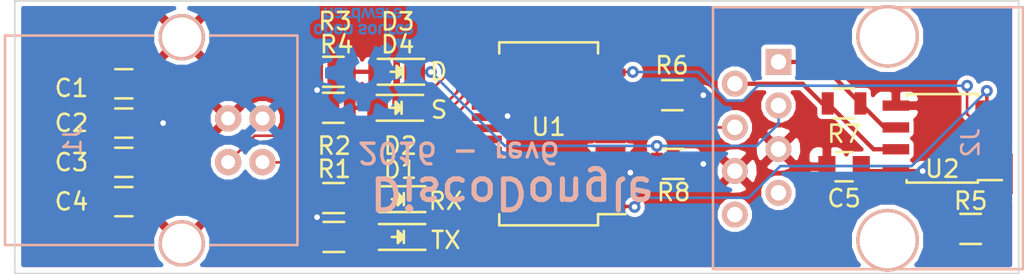
<source format=kicad_pcb>
(kicad_pcb (version 4) (host pcbnew 4.0.4-stable)

  (general
    (links 53)
    (no_connects 2)
    (area 136.403599 97.104999 196.308401 114.0214)
    (thickness 1.6)
    (drawings 6)
    (tracks 146)
    (zones 0)
    (modules 22)
    (nets 30)
  )

  (page A4)
  (layers
    (0 F.Cu signal)
    (31 B.Cu signal)
    (32 B.Adhes user)
    (33 F.Adhes user)
    (34 B.Paste user)
    (35 F.Paste user)
    (36 B.SilkS user)
    (37 F.SilkS user)
    (38 B.Mask user)
    (39 F.Mask user)
    (40 Dwgs.User user)
    (41 Cmts.User user)
    (42 Eco1.User user)
    (43 Eco2.User user)
    (44 Edge.Cuts user)
    (45 Margin user)
    (46 B.CrtYd user)
    (47 F.CrtYd user)
    (48 B.Fab user)
    (49 F.Fab user)
  )

  (setup
    (last_trace_width 0.1524)
    (user_trace_width 0.2032)
    (trace_clearance 0.1524)
    (zone_clearance 0.25)
    (zone_45_only no)
    (trace_min 0.1524)
    (segment_width 0.2)
    (edge_width 0.1)
    (via_size 0.6858)
    (via_drill 0.3302)
    (via_min_size 0.6858)
    (via_min_drill 0.3302)
    (uvia_size 0.762)
    (uvia_drill 0.508)
    (uvias_allowed no)
    (uvia_min_size 0)
    (uvia_min_drill 0)
    (pcb_text_width 0.3)
    (pcb_text_size 1.5 1.5)
    (mod_edge_width 0.15)
    (mod_text_size 1 1)
    (mod_text_width 0.15)
    (pad_size 1.5 1.5)
    (pad_drill 0.6)
    (pad_to_mask_clearance 0)
    (aux_axis_origin 0 0)
    (grid_origin 205.232 104.394)
    (visible_elements FFFFFF7F)
    (pcbplotparams
      (layerselection 0x010f8_80000001)
      (usegerberextensions true)
      (excludeedgelayer true)
      (linewidth 0.100000)
      (plotframeref false)
      (viasonmask false)
      (mode 1)
      (useauxorigin false)
      (hpglpennumber 1)
      (hpglpenspeed 20)
      (hpglpendiameter 15)
      (hpglpenoverlay 2)
      (psnegative false)
      (psa4output false)
      (plotreference true)
      (plotvalue true)
      (plotinvisibletext false)
      (padsonsilk false)
      (subtractmaskfromsilk false)
      (outputformat 1)
      (mirror false)
      (drillshape 0)
      (scaleselection 1)
      (outputdirectory ../Gerbers/))
  )

  (net 0 "")
  (net 1 +5V)
  (net 2 GND)
  (net 3 "Net-(C4-Pad1)")
  (net 4 "Net-(D1-Pad2)")
  (net 5 TXLED)
  (net 6 "Net-(D2-Pad2)")
  (net 7 RXLED)
  (net 8 "Net-(D3-Pad2)")
  (net 9 Daisy)
  (net 10 "Net-(D4-Pad2)")
  (net 11 Signal)
  (net 12 "Net-(J1-Pad2)")
  (net 13 "Net-(U1-Pad2)")
  (net 14 "Net-(U1-Pad6)")
  (net 15 "Net-(U1-Pad12)")
  (net 16 "Net-(U1-Pad14)")
  (net 17 "Net-(U1-Pad19)")
  (net 18 "Net-(U1-Pad27)")
  (net 19 "Net-(U1-Pad28)")
  (net 20 "Net-(R5-Pad1)")
  (net 21 "Net-(U1-Pad11)")
  (net 22 "Net-(U1-Pad1)")
  (net 23 "Net-(U1-Pad5)")
  (net 24 "Net-(U1-Pad10)")
  (net 25 "Net-(J1-Pad3)")
  (net 26 "Net-(J2-Pad1)")
  (net 27 "Net-(J2-Pad2)")
  (net 28 "Net-(J2-Pad7)")
  (net 29 "Net-(J2-Pad8)")

  (net_class Default "This is the default net class."
    (clearance 0.1524)
    (trace_width 0.1524)
    (via_dia 0.6858)
    (via_drill 0.3302)
    (uvia_dia 0.762)
    (uvia_drill 0.508)
    (add_net +5V)
    (add_net Daisy)
    (add_net GND)
    (add_net "Net-(C4-Pad1)")
    (add_net "Net-(D1-Pad2)")
    (add_net "Net-(D2-Pad2)")
    (add_net "Net-(D3-Pad2)")
    (add_net "Net-(D4-Pad2)")
    (add_net "Net-(J1-Pad2)")
    (add_net "Net-(J1-Pad3)")
    (add_net "Net-(J2-Pad1)")
    (add_net "Net-(J2-Pad2)")
    (add_net "Net-(J2-Pad7)")
    (add_net "Net-(J2-Pad8)")
    (add_net "Net-(R5-Pad1)")
    (add_net "Net-(U1-Pad1)")
    (add_net "Net-(U1-Pad10)")
    (add_net "Net-(U1-Pad11)")
    (add_net "Net-(U1-Pad12)")
    (add_net "Net-(U1-Pad14)")
    (add_net "Net-(U1-Pad19)")
    (add_net "Net-(U1-Pad2)")
    (add_net "Net-(U1-Pad27)")
    (add_net "Net-(U1-Pad28)")
    (add_net "Net-(U1-Pad5)")
    (add_net "Net-(U1-Pad6)")
    (add_net RXLED)
    (add_net Signal)
    (add_net TXLED)
  )

  (module LEDs:LED_0805 (layer F.Cu) (tedit 577A1D7E) (tstamp 5779F199)
    (at 159.707 108.694 180)
    (descr "LED 0805 smd package")
    (tags "LED 0805 SMD")
    (path /5746A53E)
    (attr smd)
    (fp_text reference D2 (at -0.15 3.1 180) (layer F.SilkS)
      (effects (font (size 1 1) (thickness 0.15)))
    )
    (fp_text value RX (at -2.7686 -0.1143 180) (layer F.SilkS)
      (effects (font (size 1 1) (thickness 0.15)))
    )
    (fp_line (start -1.6 0.75) (end 1.1 0.75) (layer F.SilkS) (width 0.15))
    (fp_line (start -1.6 -0.75) (end 1.1 -0.75) (layer F.SilkS) (width 0.15))
    (fp_line (start -0.1 0.15) (end -0.1 -0.1) (layer F.SilkS) (width 0.15))
    (fp_line (start -0.1 -0.1) (end -0.25 0.05) (layer F.SilkS) (width 0.15))
    (fp_line (start -0.35 -0.35) (end -0.35 0.35) (layer F.SilkS) (width 0.15))
    (fp_line (start 0 0) (end 0.35 0) (layer F.SilkS) (width 0.15))
    (fp_line (start -0.35 0) (end 0 -0.35) (layer F.SilkS) (width 0.15))
    (fp_line (start 0 -0.35) (end 0 0.35) (layer F.SilkS) (width 0.15))
    (fp_line (start 0 0.35) (end -0.35 0) (layer F.SilkS) (width 0.15))
    (fp_line (start 1.9 -0.95) (end 1.9 0.95) (layer F.CrtYd) (width 0.05))
    (fp_line (start 1.9 0.95) (end -1.9 0.95) (layer F.CrtYd) (width 0.05))
    (fp_line (start -1.9 0.95) (end -1.9 -0.95) (layer F.CrtYd) (width 0.05))
    (fp_line (start -1.9 -0.95) (end 1.9 -0.95) (layer F.CrtYd) (width 0.05))
    (pad 2 smd rect (at 1.04902 0) (size 1.19888 1.19888) (layers F.Cu F.Paste F.Mask)
      (net 6 "Net-(D2-Pad2)"))
    (pad 1 smd rect (at -1.04902 0) (size 1.19888 1.19888) (layers F.Cu F.Paste F.Mask)
      (net 7 RXLED))
    (model LEDs.3dshapes/LED_0805.wrl
      (at (xyz 0 0 0))
      (scale (xyz 1 1 1))
      (rotate (xyz 0 0 0))
    )
  )

  (module LEDs:LED_0805 (layer F.Cu) (tedit 577A1D83) (tstamp 5779F186)
    (at 159.707 110.894 180)
    (descr "LED 0805 smd package")
    (tags "LED 0805 SMD")
    (path /5746A4EF)
    (attr smd)
    (fp_text reference D1 (at -0.15 3.9 180) (layer F.SilkS)
      (effects (font (size 1 1) (thickness 0.15)))
    )
    (fp_text value TX (at -2.794 -0.1905 180) (layer F.SilkS)
      (effects (font (size 1 1) (thickness 0.15)))
    )
    (fp_line (start -1.6 0.75) (end 1.1 0.75) (layer F.SilkS) (width 0.15))
    (fp_line (start -1.6 -0.75) (end 1.1 -0.75) (layer F.SilkS) (width 0.15))
    (fp_line (start -0.1 0.15) (end -0.1 -0.1) (layer F.SilkS) (width 0.15))
    (fp_line (start -0.1 -0.1) (end -0.25 0.05) (layer F.SilkS) (width 0.15))
    (fp_line (start -0.35 -0.35) (end -0.35 0.35) (layer F.SilkS) (width 0.15))
    (fp_line (start 0 0) (end 0.35 0) (layer F.SilkS) (width 0.15))
    (fp_line (start -0.35 0) (end 0 -0.35) (layer F.SilkS) (width 0.15))
    (fp_line (start 0 -0.35) (end 0 0.35) (layer F.SilkS) (width 0.15))
    (fp_line (start 0 0.35) (end -0.35 0) (layer F.SilkS) (width 0.15))
    (fp_line (start 1.9 -0.95) (end 1.9 0.95) (layer F.CrtYd) (width 0.05))
    (fp_line (start 1.9 0.95) (end -1.9 0.95) (layer F.CrtYd) (width 0.05))
    (fp_line (start -1.9 0.95) (end -1.9 -0.95) (layer F.CrtYd) (width 0.05))
    (fp_line (start -1.9 -0.95) (end 1.9 -0.95) (layer F.CrtYd) (width 0.05))
    (pad 2 smd rect (at 1.04902 0) (size 1.19888 1.19888) (layers F.Cu F.Paste F.Mask)
      (net 4 "Net-(D1-Pad2)"))
    (pad 1 smd rect (at -1.04902 0) (size 1.19888 1.19888) (layers F.Cu F.Paste F.Mask)
      (net 5 TXLED))
    (model LEDs.3dshapes/LED_0805.wrl
      (at (xyz 0 0 0))
      (scale (xyz 1 1 1))
      (rotate (xyz 0 0 0))
    )
  )

  (module Resistors_SMD:R_0805 (layer F.Cu) (tedit 577A1BE3) (tstamp 5779F206)
    (at 155.982 110.894)
    (descr "Resistor SMD 0805, reflow soldering, Vishay (see dcrcw.pdf)")
    (tags "resistor 0805")
    (path /5746A6E4)
    (attr smd)
    (fp_text reference R1 (at 0.025 -3.95) (layer F.SilkS)
      (effects (font (size 1 1) (thickness 0.15)))
    )
    (fp_text value 200 (at 0 2.1) (layer F.Fab) hide
      (effects (font (size 1 1) (thickness 0.15)))
    )
    (fp_line (start -1.6 -1) (end 1.6 -1) (layer F.CrtYd) (width 0.05))
    (fp_line (start -1.6 1) (end 1.6 1) (layer F.CrtYd) (width 0.05))
    (fp_line (start -1.6 -1) (end -1.6 1) (layer F.CrtYd) (width 0.05))
    (fp_line (start 1.6 -1) (end 1.6 1) (layer F.CrtYd) (width 0.05))
    (fp_line (start 0.6 0.875) (end -0.6 0.875) (layer F.SilkS) (width 0.15))
    (fp_line (start -0.6 -0.875) (end 0.6 -0.875) (layer F.SilkS) (width 0.15))
    (pad 1 smd rect (at -0.95 0) (size 0.7 1.3) (layers F.Cu F.Paste F.Mask)
      (net 1 +5V))
    (pad 2 smd rect (at 0.95 0) (size 0.7 1.3) (layers F.Cu F.Paste F.Mask)
      (net 4 "Net-(D1-Pad2)"))
    (model Resistors_SMD.3dshapes/R_0805.wrl
      (at (xyz 0 0 0))
      (scale (xyz 1 1 1))
      (rotate (xyz 0 0 0))
    )
  )

  (module Resistors_SMD:R_0805 (layer F.Cu) (tedit 577A1D58) (tstamp 5779F212)
    (at 155.9675 108.6305)
    (descr "Resistor SMD 0805, reflow soldering, Vishay (see dcrcw.pdf)")
    (tags "resistor 0805")
    (path /5746A771)
    (attr smd)
    (fp_text reference R2 (at 0.0395 -3.0365) (layer F.SilkS)
      (effects (font (size 1 1) (thickness 0.15)))
    )
    (fp_text value 200 (at 0 2.1) (layer F.Fab) hide
      (effects (font (size 1 1) (thickness 0.15)))
    )
    (fp_line (start -1.6 -1) (end 1.6 -1) (layer F.CrtYd) (width 0.05))
    (fp_line (start -1.6 1) (end 1.6 1) (layer F.CrtYd) (width 0.05))
    (fp_line (start -1.6 -1) (end -1.6 1) (layer F.CrtYd) (width 0.05))
    (fp_line (start 1.6 -1) (end 1.6 1) (layer F.CrtYd) (width 0.05))
    (fp_line (start 0.6 0.875) (end -0.6 0.875) (layer F.SilkS) (width 0.15))
    (fp_line (start -0.6 -0.875) (end 0.6 -0.875) (layer F.SilkS) (width 0.15))
    (pad 1 smd rect (at -0.95 0) (size 0.7 1.3) (layers F.Cu F.Paste F.Mask)
      (net 1 +5V))
    (pad 2 smd rect (at 0.95 0) (size 0.7 1.3) (layers F.Cu F.Paste F.Mask)
      (net 6 "Net-(D2-Pad2)"))
    (model Resistors_SMD.3dshapes/R_0805.wrl
      (at (xyz 0 0 0))
      (scale (xyz 1 1 1))
      (rotate (xyz 0 0 0))
    )
  )

  (module Capacitors_SMD:C_0805 (layer F.Cu) (tedit 5779F73A) (tstamp 5779F143)
    (at 143.764 101.981 180)
    (descr "Capacitor SMD 0805, reflow soldering, AVX (see smccp.pdf)")
    (tags "capacitor 0805")
    (path /5746D4DF)
    (attr smd)
    (fp_text reference C1 (at 3.048 -0.254 180) (layer F.SilkS)
      (effects (font (size 1 1) (thickness 0.15)))
    )
    (fp_text value 100nF (at 0 2.1 180) (layer F.Fab) hide
      (effects (font (size 1 1) (thickness 0.15)))
    )
    (fp_line (start -1.8 -1) (end 1.8 -1) (layer F.CrtYd) (width 0.05))
    (fp_line (start -1.8 1) (end 1.8 1) (layer F.CrtYd) (width 0.05))
    (fp_line (start -1.8 -1) (end -1.8 1) (layer F.CrtYd) (width 0.05))
    (fp_line (start 1.8 -1) (end 1.8 1) (layer F.CrtYd) (width 0.05))
    (fp_line (start 0.5 -0.85) (end -0.5 -0.85) (layer F.SilkS) (width 0.15))
    (fp_line (start -0.5 0.85) (end 0.5 0.85) (layer F.SilkS) (width 0.15))
    (pad 1 smd rect (at -1 0 180) (size 1 1.25) (layers F.Cu F.Paste F.Mask)
      (net 1 +5V))
    (pad 2 smd rect (at 1 0 180) (size 1 1.25) (layers F.Cu F.Paste F.Mask)
      (net 2 GND))
    (model Capacitors_SMD.3dshapes/C_0805.wrl
      (at (xyz 0 0 0))
      (scale (xyz 1 1 1))
      (rotate (xyz 0 0 0))
    )
  )

  (module Capacitors_SMD:C_0805 (layer F.Cu) (tedit 5779F73F) (tstamp 5779F14F)
    (at 143.764 104.267 180)
    (descr "Capacitor SMD 0805, reflow soldering, AVX (see smccp.pdf)")
    (tags "capacitor 0805")
    (path /5746D51B)
    (attr smd)
    (fp_text reference C2 (at 3.048 0 180) (layer F.SilkS)
      (effects (font (size 1 1) (thickness 0.15)))
    )
    (fp_text value 4.7uF (at 0 2.1 180) (layer F.Fab) hide
      (effects (font (size 1 1) (thickness 0.15)))
    )
    (fp_line (start -1.8 -1) (end 1.8 -1) (layer F.CrtYd) (width 0.05))
    (fp_line (start -1.8 1) (end 1.8 1) (layer F.CrtYd) (width 0.05))
    (fp_line (start -1.8 -1) (end -1.8 1) (layer F.CrtYd) (width 0.05))
    (fp_line (start 1.8 -1) (end 1.8 1) (layer F.CrtYd) (width 0.05))
    (fp_line (start 0.5 -0.85) (end -0.5 -0.85) (layer F.SilkS) (width 0.15))
    (fp_line (start -0.5 0.85) (end 0.5 0.85) (layer F.SilkS) (width 0.15))
    (pad 1 smd rect (at -1 0 180) (size 1 1.25) (layers F.Cu F.Paste F.Mask)
      (net 1 +5V))
    (pad 2 smd rect (at 1 0 180) (size 1 1.25) (layers F.Cu F.Paste F.Mask)
      (net 2 GND))
    (model Capacitors_SMD.3dshapes/C_0805.wrl
      (at (xyz 0 0 0))
      (scale (xyz 1 1 1))
      (rotate (xyz 0 0 0))
    )
  )

  (module Capacitors_SMD:C_0805 (layer F.Cu) (tedit 5779F744) (tstamp 5779F15B)
    (at 143.764 106.553 180)
    (descr "Capacitor SMD 0805, reflow soldering, AVX (see smccp.pdf)")
    (tags "capacitor 0805")
    (path /5746D054)
    (attr smd)
    (fp_text reference C3 (at 3.048 0 180) (layer F.SilkS)
      (effects (font (size 1 1) (thickness 0.15)))
    )
    (fp_text value 10nF (at 0 2.1 180) (layer F.Fab) hide
      (effects (font (size 1 1) (thickness 0.15)))
    )
    (fp_line (start -1.8 -1) (end 1.8 -1) (layer F.CrtYd) (width 0.05))
    (fp_line (start -1.8 1) (end 1.8 1) (layer F.CrtYd) (width 0.05))
    (fp_line (start -1.8 -1) (end -1.8 1) (layer F.CrtYd) (width 0.05))
    (fp_line (start 1.8 -1) (end 1.8 1) (layer F.CrtYd) (width 0.05))
    (fp_line (start 0.5 -0.85) (end -0.5 -0.85) (layer F.SilkS) (width 0.15))
    (fp_line (start -0.5 0.85) (end 0.5 0.85) (layer F.SilkS) (width 0.15))
    (pad 1 smd rect (at -1 0 180) (size 1 1.25) (layers F.Cu F.Paste F.Mask)
      (net 1 +5V))
    (pad 2 smd rect (at 1 0 180) (size 1 1.25) (layers F.Cu F.Paste F.Mask)
      (net 2 GND))
    (model Capacitors_SMD.3dshapes/C_0805.wrl
      (at (xyz 0 0 0))
      (scale (xyz 1 1 1))
      (rotate (xyz 0 0 0))
    )
  )

  (module Capacitors_SMD:C_0805 (layer F.Cu) (tedit 5779F74C) (tstamp 5779F167)
    (at 143.764 108.839 180)
    (descr "Capacitor SMD 0805, reflow soldering, AVX (see smccp.pdf)")
    (tags "capacitor 0805")
    (path /5746911C)
    (attr smd)
    (fp_text reference C4 (at 3.048 0 180) (layer F.SilkS)
      (effects (font (size 1 1) (thickness 0.15)))
    )
    (fp_text value 100nF (at 0 2.1 180) (layer F.Fab) hide
      (effects (font (size 1 1) (thickness 0.15)))
    )
    (fp_line (start -1.8 -1) (end 1.8 -1) (layer F.CrtYd) (width 0.05))
    (fp_line (start -1.8 1) (end 1.8 1) (layer F.CrtYd) (width 0.05))
    (fp_line (start -1.8 -1) (end -1.8 1) (layer F.CrtYd) (width 0.05))
    (fp_line (start 1.8 -1) (end 1.8 1) (layer F.CrtYd) (width 0.05))
    (fp_line (start 0.5 -0.85) (end -0.5 -0.85) (layer F.SilkS) (width 0.15))
    (fp_line (start -0.5 0.85) (end 0.5 0.85) (layer F.SilkS) (width 0.15))
    (pad 1 smd rect (at -1 0 180) (size 1 1.25) (layers F.Cu F.Paste F.Mask)
      (net 3 "Net-(C4-Pad1)"))
    (pad 2 smd rect (at 1 0 180) (size 1 1.25) (layers F.Cu F.Paste F.Mask)
      (net 2 GND))
    (model Capacitors_SMD.3dshapes/C_0805.wrl
      (at (xyz 0 0 0))
      (scale (xyz 1 1 1))
      (rotate (xyz 0 0 0))
    )
  )

  (module Capacitors_SMD:C_0805 (layer F.Cu) (tedit 577A17A2) (tstamp 5779F173)
    (at 185.674 106.807 180)
    (descr "Capacitor SMD 0805, reflow soldering, AVX (see smccp.pdf)")
    (tags "capacitor 0805")
    (path /5746C982)
    (attr smd)
    (fp_text reference C5 (at 0 -1.8415 180) (layer F.SilkS)
      (effects (font (size 1 1) (thickness 0.15)))
    )
    (fp_text value 100nF (at 0 2.1 180) (layer F.Fab) hide
      (effects (font (size 1 1) (thickness 0.15)))
    )
    (fp_line (start -1.8 -1) (end 1.8 -1) (layer F.CrtYd) (width 0.05))
    (fp_line (start -1.8 1) (end 1.8 1) (layer F.CrtYd) (width 0.05))
    (fp_line (start -1.8 -1) (end -1.8 1) (layer F.CrtYd) (width 0.05))
    (fp_line (start 1.8 -1) (end 1.8 1) (layer F.CrtYd) (width 0.05))
    (fp_line (start 0.5 -0.85) (end -0.5 -0.85) (layer F.SilkS) (width 0.15))
    (fp_line (start -0.5 0.85) (end 0.5 0.85) (layer F.SilkS) (width 0.15))
    (pad 1 smd rect (at -1 0 180) (size 1 1.25) (layers F.Cu F.Paste F.Mask)
      (net 1 +5V))
    (pad 2 smd rect (at 1 0 180) (size 1 1.25) (layers F.Cu F.Paste F.Mask)
      (net 2 GND))
    (model Capacitors_SMD.3dshapes/C_0805.wrl
      (at (xyz 0 0 0))
      (scale (xyz 1 1 1))
      (rotate (xyz 0 0 0))
    )
  )

  (module LEDs:LED_0805 (layer F.Cu) (tedit 57FDE19B) (tstamp 5779F1AC)
    (at 159.639 101.2825 180)
    (descr "LED 0805 smd package")
    (tags "LED 0805 SMD")
    (path /5748F519)
    (attr smd)
    (fp_text reference D3 (at -0.0635 2.921 180) (layer F.SilkS)
      (effects (font (size 1 1) (thickness 0.15)))
    )
    (fp_text value D (at -2.443 0.0135 180) (layer F.SilkS)
      (effects (font (size 1 1) (thickness 0.15)))
    )
    (fp_line (start -1.6 0.75) (end 1.1 0.75) (layer F.SilkS) (width 0.15))
    (fp_line (start -1.6 -0.75) (end 1.1 -0.75) (layer F.SilkS) (width 0.15))
    (fp_line (start -0.1 0.15) (end -0.1 -0.1) (layer F.SilkS) (width 0.15))
    (fp_line (start -0.1 -0.1) (end -0.25 0.05) (layer F.SilkS) (width 0.15))
    (fp_line (start -0.35 -0.35) (end -0.35 0.35) (layer F.SilkS) (width 0.15))
    (fp_line (start 0 0) (end 0.35 0) (layer F.SilkS) (width 0.15))
    (fp_line (start -0.35 0) (end 0 -0.35) (layer F.SilkS) (width 0.15))
    (fp_line (start 0 -0.35) (end 0 0.35) (layer F.SilkS) (width 0.15))
    (fp_line (start 0 0.35) (end -0.35 0) (layer F.SilkS) (width 0.15))
    (fp_line (start 1.9 -0.95) (end 1.9 0.95) (layer F.CrtYd) (width 0.05))
    (fp_line (start 1.9 0.95) (end -1.9 0.95) (layer F.CrtYd) (width 0.05))
    (fp_line (start -1.9 0.95) (end -1.9 -0.95) (layer F.CrtYd) (width 0.05))
    (fp_line (start -1.9 -0.95) (end 1.9 -0.95) (layer F.CrtYd) (width 0.05))
    (pad 2 smd rect (at 1.04902 0) (size 1.19888 1.19888) (layers F.Cu F.Paste F.Mask)
      (net 8 "Net-(D3-Pad2)"))
    (pad 1 smd rect (at -1.04902 0) (size 1.19888 1.19888) (layers F.Cu F.Paste F.Mask)
      (net 9 Daisy))
    (model LEDs.3dshapes/LED_0805.wrl
      (at (xyz 0 0 0))
      (scale (xyz 1 1 1))
      (rotate (xyz 0 0 0))
    )
  )

  (module LEDs:LED_0805 (layer F.Cu) (tedit 57FDE1A1) (tstamp 5779F1BF)
    (at 159.5755 103.378 180)
    (descr "LED 0805 smd package")
    (tags "LED 0805 SMD")
    (path /57490E65)
    (attr smd)
    (fp_text reference D4 (at -0.127 3.683 180) (layer F.SilkS)
      (effects (font (size 1 1) (thickness 0.15)))
    )
    (fp_text value S (at -2.5315 -0.116 180) (layer F.SilkS)
      (effects (font (size 1 1) (thickness 0.15)))
    )
    (fp_line (start -1.6 0.75) (end 1.1 0.75) (layer F.SilkS) (width 0.15))
    (fp_line (start -1.6 -0.75) (end 1.1 -0.75) (layer F.SilkS) (width 0.15))
    (fp_line (start -0.1 0.15) (end -0.1 -0.1) (layer F.SilkS) (width 0.15))
    (fp_line (start -0.1 -0.1) (end -0.25 0.05) (layer F.SilkS) (width 0.15))
    (fp_line (start -0.35 -0.35) (end -0.35 0.35) (layer F.SilkS) (width 0.15))
    (fp_line (start 0 0) (end 0.35 0) (layer F.SilkS) (width 0.15))
    (fp_line (start -0.35 0) (end 0 -0.35) (layer F.SilkS) (width 0.15))
    (fp_line (start 0 -0.35) (end 0 0.35) (layer F.SilkS) (width 0.15))
    (fp_line (start 0 0.35) (end -0.35 0) (layer F.SilkS) (width 0.15))
    (fp_line (start 1.9 -0.95) (end 1.9 0.95) (layer F.CrtYd) (width 0.05))
    (fp_line (start 1.9 0.95) (end -1.9 0.95) (layer F.CrtYd) (width 0.05))
    (fp_line (start -1.9 0.95) (end -1.9 -0.95) (layer F.CrtYd) (width 0.05))
    (fp_line (start -1.9 -0.95) (end 1.9 -0.95) (layer F.CrtYd) (width 0.05))
    (pad 2 smd rect (at 1.04902 0) (size 1.19888 1.19888) (layers F.Cu F.Paste F.Mask)
      (net 10 "Net-(D4-Pad2)"))
    (pad 1 smd rect (at -1.04902 0) (size 1.19888 1.19888) (layers F.Cu F.Paste F.Mask)
      (net 11 Signal))
    (model LEDs.3dshapes/LED_0805.wrl
      (at (xyz 0 0 0))
      (scale (xyz 1 1 1))
      (rotate (xyz 0 0 0))
    )
  )

  (module Resistors_SMD:R_0805 (layer F.Cu) (tedit 577A1C54) (tstamp 5779F21E)
    (at 155.956 103.378)
    (descr "Resistor SMD 0805, reflow soldering, Vishay (see dcrcw.pdf)")
    (tags "resistor 0805")
    (path /57490EAE)
    (attr smd)
    (fp_text reference R4 (at 0.1905 -3.683) (layer F.SilkS)
      (effects (font (size 1 1) (thickness 0.15)))
    )
    (fp_text value 200 (at 0 2.1) (layer F.Fab) hide
      (effects (font (size 1 1) (thickness 0.15)))
    )
    (fp_line (start -1.6 -1) (end 1.6 -1) (layer F.CrtYd) (width 0.05))
    (fp_line (start -1.6 1) (end 1.6 1) (layer F.CrtYd) (width 0.05))
    (fp_line (start -1.6 -1) (end -1.6 1) (layer F.CrtYd) (width 0.05))
    (fp_line (start 1.6 -1) (end 1.6 1) (layer F.CrtYd) (width 0.05))
    (fp_line (start 0.6 0.875) (end -0.6 0.875) (layer F.SilkS) (width 0.15))
    (fp_line (start -0.6 -0.875) (end 0.6 -0.875) (layer F.SilkS) (width 0.15))
    (pad 1 smd rect (at -0.95 0) (size 0.7 1.3) (layers F.Cu F.Paste F.Mask)
      (net 1 +5V))
    (pad 2 smd rect (at 0.95 0) (size 0.7 1.3) (layers F.Cu F.Paste F.Mask)
      (net 10 "Net-(D4-Pad2)"))
    (model Resistors_SMD.3dshapes/R_0805.wrl
      (at (xyz 0 0 0))
      (scale (xyz 1 1 1))
      (rotate (xyz 0 0 0))
    )
  )

  (module Resistors_SMD:R_0805 (layer F.Cu) (tedit 577A105C) (tstamp 5779F22A)
    (at 193.04 110.4265 180)
    (descr "Resistor SMD 0805, reflow soldering, Vishay (see dcrcw.pdf)")
    (tags "resistor 0805")
    (path /574695A2)
    (attr smd)
    (fp_text reference R5 (at 0 1.6256 360) (layer F.SilkS)
      (effects (font (size 1 1) (thickness 0.15)))
    )
    (fp_text value 20k (at 0 2.1 180) (layer F.Fab) hide
      (effects (font (size 1 1) (thickness 0.15)))
    )
    (fp_line (start -1.6 -1) (end 1.6 -1) (layer F.CrtYd) (width 0.05))
    (fp_line (start -1.6 1) (end 1.6 1) (layer F.CrtYd) (width 0.05))
    (fp_line (start -1.6 -1) (end -1.6 1) (layer F.CrtYd) (width 0.05))
    (fp_line (start 1.6 -1) (end 1.6 1) (layer F.CrtYd) (width 0.05))
    (fp_line (start 0.6 0.875) (end -0.6 0.875) (layer F.SilkS) (width 0.15))
    (fp_line (start -0.6 -0.875) (end 0.6 -0.875) (layer F.SilkS) (width 0.15))
    (pad 1 smd rect (at -0.95 0 180) (size 0.7 1.3) (layers F.Cu F.Paste F.Mask)
      (net 20 "Net-(R5-Pad1)"))
    (pad 2 smd rect (at 0.95 0 180) (size 0.7 1.3) (layers F.Cu F.Paste F.Mask)
      (net 2 GND))
    (model Resistors_SMD.3dshapes/R_0805.wrl
      (at (xyz 0 0 0))
      (scale (xyz 1 1 1))
      (rotate (xyz 0 0 0))
    )
  )

  (module Resistors_SMD:R_0805 (layer F.Cu) (tedit 577A13F7) (tstamp 5779F236)
    (at 175.682 102.644 180)
    (descr "Resistor SMD 0805, reflow soldering, Vishay (see dcrcw.pdf)")
    (tags "resistor 0805")
    (path /5765F021)
    (attr smd)
    (fp_text reference R6 (at 0.0254 1.7272 180) (layer F.SilkS)
      (effects (font (size 1 1) (thickness 0.15)))
    )
    (fp_text value 20k (at 0 2.1 180) (layer F.Fab) hide
      (effects (font (size 1 1) (thickness 0.15)))
    )
    (fp_line (start -1.6 -1) (end 1.6 -1) (layer F.CrtYd) (width 0.05))
    (fp_line (start -1.6 1) (end 1.6 1) (layer F.CrtYd) (width 0.05))
    (fp_line (start -1.6 -1) (end -1.6 1) (layer F.CrtYd) (width 0.05))
    (fp_line (start 1.6 -1) (end 1.6 1) (layer F.CrtYd) (width 0.05))
    (fp_line (start 0.6 0.875) (end -0.6 0.875) (layer F.SilkS) (width 0.15))
    (fp_line (start -0.6 -0.875) (end 0.6 -0.875) (layer F.SilkS) (width 0.15))
    (pad 1 smd rect (at -0.95 0 180) (size 0.7 1.3) (layers F.Cu F.Paste F.Mask)
      (net 1 +5V))
    (pad 2 smd rect (at 0.95 0 180) (size 0.7 1.3) (layers F.Cu F.Paste F.Mask)
      (net 11 Signal))
    (model Resistors_SMD.3dshapes/R_0805.wrl
      (at (xyz 0 0 0))
      (scale (xyz 1 1 1))
      (rotate (xyz 0 0 0))
    )
  )

  (module Resistors_SMD:R_0805 (layer F.Cu) (tedit 577A0DED) (tstamp 5779F242)
    (at 185.674 103.124)
    (descr "Resistor SMD 0805, reflow soldering, Vishay (see dcrcw.pdf)")
    (tags "resistor 0805")
    (path /5746B006)
    (attr smd)
    (fp_text reference R7 (at 0 1.778 180) (layer F.SilkS)
      (effects (font (size 1 1) (thickness 0.15)))
    )
    (fp_text value 120 (at 0 2.1) (layer F.Fab) hide
      (effects (font (size 1 1) (thickness 0.15)))
    )
    (fp_line (start -1.6 -1) (end 1.6 -1) (layer F.CrtYd) (width 0.05))
    (fp_line (start -1.6 1) (end 1.6 1) (layer F.CrtYd) (width 0.05))
    (fp_line (start -1.6 -1) (end -1.6 1) (layer F.CrtYd) (width 0.05))
    (fp_line (start 1.6 -1) (end 1.6 1) (layer F.CrtYd) (width 0.05))
    (fp_line (start 0.6 0.875) (end -0.6 0.875) (layer F.SilkS) (width 0.15))
    (fp_line (start -0.6 -0.875) (end 0.6 -0.875) (layer F.SilkS) (width 0.15))
    (pad 1 smd rect (at -0.95 0) (size 0.7 1.3) (layers F.Cu F.Paste F.Mask)
      (net 27 "Net-(J2-Pad2)"))
    (pad 2 smd rect (at 0.95 0) (size 0.7 1.3) (layers F.Cu F.Paste F.Mask)
      (net 26 "Net-(J2-Pad1)"))
    (model Resistors_SMD.3dshapes/R_0805.wrl
      (at (xyz 0 0 0))
      (scale (xyz 1 1 1))
      (rotate (xyz 0 0 0))
    )
  )

  (module Resistors_SMD:R_0805 (layer F.Cu) (tedit 577A13F3) (tstamp 5779F24E)
    (at 175.732 106.644 180)
    (descr "Resistor SMD 0805, reflow soldering, Vishay (see dcrcw.pdf)")
    (tags "resistor 0805")
    (path /5747F3E8)
    (attr smd)
    (fp_text reference R8 (at -0.0254 -1.651 180) (layer F.SilkS)
      (effects (font (size 1 1) (thickness 0.15)))
    )
    (fp_text value 20k (at 0 2.1 180) (layer F.Fab) hide
      (effects (font (size 1 1) (thickness 0.15)))
    )
    (fp_line (start -1.6 -1) (end 1.6 -1) (layer F.CrtYd) (width 0.05))
    (fp_line (start -1.6 1) (end 1.6 1) (layer F.CrtYd) (width 0.05))
    (fp_line (start -1.6 -1) (end -1.6 1) (layer F.CrtYd) (width 0.05))
    (fp_line (start 1.6 -1) (end 1.6 1) (layer F.CrtYd) (width 0.05))
    (fp_line (start 0.6 0.875) (end -0.6 0.875) (layer F.SilkS) (width 0.15))
    (fp_line (start -0.6 -0.875) (end 0.6 -0.875) (layer F.SilkS) (width 0.15))
    (pad 1 smd rect (at -0.95 0 180) (size 0.7 1.3) (layers F.Cu F.Paste F.Mask)
      (net 1 +5V))
    (pad 2 smd rect (at 0.95 0 180) (size 0.7 1.3) (layers F.Cu F.Paste F.Mask)
      (net 9 Daisy))
    (model Resistors_SMD.3dshapes/R_0805.wrl
      (at (xyz 0 0 0))
      (scale (xyz 1 1 1))
      (rotate (xyz 0 0 0))
    )
  )

  (module Housings_SSOP:SSOP-28_5.3x10.2mm_Pitch0.65mm (layer F.Cu) (tedit 5779FB0C) (tstamp 5779F285)
    (at 168.482 104.894 180)
    (descr "28-Lead Plastic Shrink Small Outline (SS)-5.30 mm Body [SSOP] (see Microchip Packaging Specification 00000049BS.pdf)")
    (tags "SSOP 0.65")
    (path /57468CE5)
    (attr smd)
    (fp_text reference U1 (at 0 0.4 180) (layer F.SilkS)
      (effects (font (size 1 1) (thickness 0.15)))
    )
    (fp_text value FT232RL (at 0 6.25 180) (layer F.Fab) hide
      (effects (font (size 1 1) (thickness 0.15)))
    )
    (fp_line (start -4.75 -5.5) (end -4.75 5.5) (layer F.CrtYd) (width 0.05))
    (fp_line (start 4.75 -5.5) (end 4.75 5.5) (layer F.CrtYd) (width 0.05))
    (fp_line (start -4.75 -5.5) (end 4.75 -5.5) (layer F.CrtYd) (width 0.05))
    (fp_line (start -4.75 5.5) (end 4.75 5.5) (layer F.CrtYd) (width 0.05))
    (fp_line (start -2.875 -5.325) (end -2.875 -4.675) (layer F.SilkS) (width 0.15))
    (fp_line (start 2.875 -5.325) (end 2.875 -4.675) (layer F.SilkS) (width 0.15))
    (fp_line (start 2.875 5.325) (end 2.875 4.675) (layer F.SilkS) (width 0.15))
    (fp_line (start -2.875 5.325) (end -2.875 4.675) (layer F.SilkS) (width 0.15))
    (fp_line (start -2.875 -5.325) (end 2.875 -5.325) (layer F.SilkS) (width 0.15))
    (fp_line (start -2.875 5.325) (end 2.875 5.325) (layer F.SilkS) (width 0.15))
    (fp_line (start -2.875 -4.675) (end -4.475 -4.675) (layer F.SilkS) (width 0.15))
    (pad 1 smd rect (at -3.6 -4.225 180) (size 1.75 0.45) (layers F.Cu F.Paste F.Mask)
      (net 22 "Net-(U1-Pad1)"))
    (pad 2 smd rect (at -3.6 -3.575 180) (size 1.75 0.45) (layers F.Cu F.Paste F.Mask)
      (net 13 "Net-(U1-Pad2)"))
    (pad 3 smd rect (at -3.6 -2.925 180) (size 1.75 0.45) (layers F.Cu F.Paste F.Mask)
      (net 9 Daisy))
    (pad 4 smd rect (at -3.6 -2.275 180) (size 1.75 0.45) (layers F.Cu F.Paste F.Mask)
      (net 1 +5V))
    (pad 5 smd rect (at -3.6 -1.625 180) (size 1.75 0.45) (layers F.Cu F.Paste F.Mask)
      (net 23 "Net-(U1-Pad5)"))
    (pad 6 smd rect (at -3.6 -0.975 180) (size 1.75 0.45) (layers F.Cu F.Paste F.Mask)
      (net 14 "Net-(U1-Pad6)"))
    (pad 7 smd rect (at -3.6 -0.325 180) (size 1.75 0.45) (layers F.Cu F.Paste F.Mask)
      (net 2 GND))
    (pad 8 smd rect (at -3.6 0.325 180) (size 1.75 0.45) (layers F.Cu F.Paste F.Mask))
    (pad 9 smd rect (at -3.6 0.975 180) (size 1.75 0.45) (layers F.Cu F.Paste F.Mask)
      (net 11 Signal))
    (pad 10 smd rect (at -3.6 1.625 180) (size 1.75 0.45) (layers F.Cu F.Paste F.Mask)
      (net 24 "Net-(U1-Pad10)"))
    (pad 11 smd rect (at -3.6 2.275 180) (size 1.75 0.45) (layers F.Cu F.Paste F.Mask)
      (net 21 "Net-(U1-Pad11)"))
    (pad 12 smd rect (at -3.6 2.925 180) (size 1.75 0.45) (layers F.Cu F.Paste F.Mask)
      (net 15 "Net-(U1-Pad12)"))
    (pad 13 smd rect (at -3.6 3.575 180) (size 1.75 0.45) (layers F.Cu F.Paste F.Mask)
      (net 20 "Net-(R5-Pad1)"))
    (pad 14 smd rect (at -3.6 4.225 180) (size 1.75 0.45) (layers F.Cu F.Paste F.Mask)
      (net 16 "Net-(U1-Pad14)"))
    (pad 15 smd rect (at 3.6 4.225 180) (size 1.75 0.45) (layers F.Cu F.Paste F.Mask)
      (net 25 "Net-(J1-Pad3)"))
    (pad 16 smd rect (at 3.6 3.575 180) (size 1.75 0.45) (layers F.Cu F.Paste F.Mask)
      (net 12 "Net-(J1-Pad2)"))
    (pad 17 smd rect (at 3.6 2.925 180) (size 1.75 0.45) (layers F.Cu F.Paste F.Mask)
      (net 3 "Net-(C4-Pad1)"))
    (pad 18 smd rect (at 3.6 2.275 180) (size 1.75 0.45) (layers F.Cu F.Paste F.Mask)
      (net 2 GND))
    (pad 19 smd rect (at 3.6 1.625 180) (size 1.75 0.45) (layers F.Cu F.Paste F.Mask)
      (net 17 "Net-(U1-Pad19)"))
    (pad 20 smd rect (at 3.6 0.975 180) (size 1.75 0.45) (layers F.Cu F.Paste F.Mask)
      (net 1 +5V))
    (pad 21 smd rect (at 3.6 0.325 180) (size 1.75 0.45) (layers F.Cu F.Paste F.Mask)
      (net 2 GND))
    (pad 22 smd rect (at 3.6 -0.325 180) (size 1.75 0.45) (layers F.Cu F.Paste F.Mask)
      (net 7 RXLED))
    (pad 23 smd rect (at 3.6 -0.975 180) (size 1.75 0.45) (layers F.Cu F.Paste F.Mask)
      (net 5 TXLED))
    (pad 24 smd rect (at 3.6 -1.625 180) (size 1.75 0.45) (layers F.Cu F.Paste F.Mask))
    (pad 25 smd rect (at 3.6 -2.275 180) (size 1.75 0.45) (layers F.Cu F.Paste F.Mask)
      (net 2 GND))
    (pad 26 smd rect (at 3.6 -2.925 180) (size 1.75 0.45) (layers F.Cu F.Paste F.Mask)
      (net 2 GND))
    (pad 27 smd rect (at 3.6 -3.575 180) (size 1.75 0.45) (layers F.Cu F.Paste F.Mask)
      (net 18 "Net-(U1-Pad27)"))
    (pad 28 smd rect (at 3.6 -4.225 180) (size 1.75 0.45) (layers F.Cu F.Paste F.Mask)
      (net 19 "Net-(U1-Pad28)"))
    (model Housings_SSOP.3dshapes/SSOP-28_5.3x10.2mm_Pitch0.65mm.wrl
      (at (xyz 0 0 0))
      (scale (xyz 1 1 1))
      (rotate (xyz 0 0 0))
    )
  )

  (module Housings_SOIC:SOIC-8_3.9x4.9mm_Pitch1.27mm (layer F.Cu) (tedit 5779F427) (tstamp 5779F29C)
    (at 191.389 105.156 180)
    (descr "8-Lead Plastic Small Outline (SN) - Narrow, 3.90 mm Body [SOIC] (see Microchip Packaging Specification 00000049BS.pdf)")
    (tags "SOIC 1.27")
    (path /57469336)
    (attr smd)
    (fp_text reference U2 (at 0 -1.778 180) (layer F.SilkS)
      (effects (font (size 1 1) (thickness 0.15)))
    )
    (fp_text value ISL81487E (at 0 3.5 180) (layer F.Fab) hide
      (effects (font (size 1 1) (thickness 0.15)))
    )
    (fp_line (start -3.75 -2.75) (end -3.75 2.75) (layer F.CrtYd) (width 0.05))
    (fp_line (start 3.75 -2.75) (end 3.75 2.75) (layer F.CrtYd) (width 0.05))
    (fp_line (start -3.75 -2.75) (end 3.75 -2.75) (layer F.CrtYd) (width 0.05))
    (fp_line (start -3.75 2.75) (end 3.75 2.75) (layer F.CrtYd) (width 0.05))
    (fp_line (start -2.075 -2.575) (end -2.075 -2.43) (layer F.SilkS) (width 0.15))
    (fp_line (start 2.075 -2.575) (end 2.075 -2.43) (layer F.SilkS) (width 0.15))
    (fp_line (start 2.075 2.575) (end 2.075 2.43) (layer F.SilkS) (width 0.15))
    (fp_line (start -2.075 2.575) (end -2.075 2.43) (layer F.SilkS) (width 0.15))
    (fp_line (start -2.075 -2.575) (end 2.075 -2.575) (layer F.SilkS) (width 0.15))
    (fp_line (start -2.075 2.575) (end 2.075 2.575) (layer F.SilkS) (width 0.15))
    (fp_line (start -2.075 -2.43) (end -3.475 -2.43) (layer F.SilkS) (width 0.15))
    (pad 1 smd rect (at -2.7 -1.905 180) (size 1.55 0.6) (layers F.Cu F.Paste F.Mask)
      (net 23 "Net-(U1-Pad5)"))
    (pad 2 smd rect (at -2.7 -0.635 180) (size 1.55 0.6) (layers F.Cu F.Paste F.Mask)
      (net 20 "Net-(R5-Pad1)"))
    (pad 3 smd rect (at -2.7 0.635 180) (size 1.55 0.6) (layers F.Cu F.Paste F.Mask)
      (net 20 "Net-(R5-Pad1)"))
    (pad 4 smd rect (at -2.7 1.905 180) (size 1.55 0.6) (layers F.Cu F.Paste F.Mask)
      (net 22 "Net-(U1-Pad1)"))
    (pad 5 smd rect (at 2.7 1.905 180) (size 1.55 0.6) (layers F.Cu F.Paste F.Mask)
      (net 2 GND))
    (pad 6 smd rect (at 2.7 0.635 180) (size 1.55 0.6) (layers F.Cu F.Paste F.Mask)
      (net 26 "Net-(J2-Pad1)"))
    (pad 7 smd rect (at 2.7 -0.635 180) (size 1.55 0.6) (layers F.Cu F.Paste F.Mask)
      (net 27 "Net-(J2-Pad2)"))
    (pad 8 smd rect (at 2.7 -1.905 180) (size 1.55 0.6) (layers F.Cu F.Paste F.Mask)
      (net 1 +5V))
    (model Housings_SOIC.3dshapes/SOIC-8_3.9x4.9mm_Pitch1.27mm.wrl
      (at (xyz 0 0 0))
      (scale (xyz 1 1 1))
      (rotate (xyz 0 0 0))
    )
  )

  (module Resistors_SMD:R_0805 (layer F.Cu) (tedit 577A1C56) (tstamp 5779F878)
    (at 155.956 101.2825)
    (descr "Resistor SMD 0805, reflow soldering, Vishay (see dcrcw.pdf)")
    (tags "resistor 0805")
    (path /5748F6BB)
    (attr smd)
    (fp_text reference R3 (at 0.101 -2.9385) (layer F.SilkS)
      (effects (font (size 1 1) (thickness 0.15)))
    )
    (fp_text value 200 (at 0 2.1) (layer F.Fab) hide
      (effects (font (size 1 1) (thickness 0.15)))
    )
    (fp_line (start -1.6 -1) (end 1.6 -1) (layer F.CrtYd) (width 0.05))
    (fp_line (start -1.6 1) (end 1.6 1) (layer F.CrtYd) (width 0.05))
    (fp_line (start -1.6 -1) (end -1.6 1) (layer F.CrtYd) (width 0.05))
    (fp_line (start 1.6 -1) (end 1.6 1) (layer F.CrtYd) (width 0.05))
    (fp_line (start 0.6 0.875) (end -0.6 0.875) (layer F.SilkS) (width 0.15))
    (fp_line (start -0.6 -0.875) (end 0.6 -0.875) (layer F.SilkS) (width 0.15))
    (pad 1 smd rect (at -0.95 0) (size 0.7 1.3) (layers F.Cu F.Paste F.Mask)
      (net 1 +5V))
    (pad 2 smd rect (at 0.95 0) (size 0.7 1.3) (layers F.Cu F.Paste F.Mask)
      (net 8 "Net-(D3-Pad2)"))
    (model Resistors_SMD.3dshapes/R_0805.wrl
      (at (xyz 0 0 0))
      (scale (xyz 1 1 1))
      (rotate (xyz 0 0 0))
    )
  )

  (module Symbols:OSHW-Logo_5.7x6mm_Copper (layer B.Cu) (tedit 0) (tstamp 57FDA1CC)
    (at 157.707 100.569)
    (descr "Open Source Hardware Logo")
    (tags "Logo OSHW")
    (attr virtual)
    (fp_text reference REF*** (at 0 0) (layer B.SilkS) hide
      (effects (font (size 1 1) (thickness 0.15)) (justify mirror))
    )
    (fp_text value OSHW-Logo_5.7x6mm_Copper (at 0.75 0) (layer B.Fab) hide
      (effects (font (size 1 1) (thickness 0.15)) (justify mirror))
    )
    (fp_poly (pts (xy -1.908759 -1.469184) (xy -1.882247 -1.482282) (xy -1.849553 -1.505106) (xy -1.825725 -1.529996)
      (xy -1.809406 -1.561249) (xy -1.79924 -1.603166) (xy -1.793872 -1.660044) (xy -1.791944 -1.736184)
      (xy -1.791831 -1.768917) (xy -1.792161 -1.840656) (xy -1.793527 -1.891927) (xy -1.7965 -1.927404)
      (xy -1.801649 -1.951763) (xy -1.809543 -1.96968) (xy -1.817757 -1.981902) (xy -1.870187 -2.033905)
      (xy -1.93193 -2.065184) (xy -1.998536 -2.074592) (xy -2.065558 -2.06098) (xy -2.086792 -2.051354)
      (xy -2.137624 -2.024859) (xy -2.137624 -2.440052) (xy -2.100525 -2.420868) (xy -2.051643 -2.406025)
      (xy -1.991561 -2.402222) (xy -1.931564 -2.409243) (xy -1.886256 -2.425013) (xy -1.848675 -2.455047)
      (xy -1.816564 -2.498024) (xy -1.81415 -2.502436) (xy -1.803967 -2.523221) (xy -1.79653 -2.54417)
      (xy -1.791411 -2.569548) (xy -1.788181 -2.603618) (xy -1.786413 -2.650641) (xy -1.785677 -2.714882)
      (xy -1.785544 -2.787176) (xy -1.785544 -3.017822) (xy -1.923861 -3.017822) (xy -1.923861 -2.592533)
      (xy -1.962549 -2.559979) (xy -2.002738 -2.53394) (xy -2.040797 -2.529205) (xy -2.079066 -2.541389)
      (xy -2.099462 -2.55332) (xy -2.114642 -2.570313) (xy -2.125438 -2.595995) (xy -2.132683 -2.633991)
      (xy -2.137208 -2.687926) (xy -2.139844 -2.761425) (xy -2.140772 -2.810347) (xy -2.143911 -3.011535)
      (xy -2.209926 -3.015336) (xy -2.27594 -3.019136) (xy -2.27594 -1.77065) (xy -2.137624 -1.77065)
      (xy -2.134097 -1.840254) (xy -2.122215 -1.888569) (xy -2.10002 -1.918631) (xy -2.065559 -1.933471)
      (xy -2.030742 -1.936436) (xy -1.991329 -1.933028) (xy -1.965171 -1.919617) (xy -1.948814 -1.901896)
      (xy -1.935937 -1.882835) (xy -1.928272 -1.861601) (xy -1.924861 -1.831849) (xy -1.924749 -1.787236)
      (xy -1.925897 -1.74988) (xy -1.928532 -1.693604) (xy -1.932456 -1.656658) (xy -1.939063 -1.633223)
      (xy -1.949749 -1.61748) (xy -1.959833 -1.60838) (xy -2.00197 -1.588537) (xy -2.05184 -1.585332)
      (xy -2.080476 -1.592168) (xy -2.108828 -1.616464) (xy -2.127609 -1.663728) (xy -2.136712 -1.733624)
      (xy -2.137624 -1.77065) (xy -2.27594 -1.77065) (xy -2.27594 -1.458614) (xy -2.206782 -1.458614)
      (xy -2.16526 -1.460256) (xy -2.143838 -1.466087) (xy -2.137626 -1.477461) (xy -2.137624 -1.477798)
      (xy -2.134742 -1.488938) (xy -2.12203 -1.487673) (xy -2.096757 -1.475433) (xy -2.037869 -1.456707)
      (xy -1.971615 -1.454739) (xy -1.908759 -1.469184)) (layer B.Cu) (width 0.01))
    (fp_poly (pts (xy -1.38421 -2.406555) (xy -1.325055 -2.422339) (xy -1.280023 -2.450948) (xy -1.248246 -2.488419)
      (xy -1.238366 -2.504411) (xy -1.231073 -2.521163) (xy -1.225974 -2.542592) (xy -1.222679 -2.572616)
      (xy -1.220797 -2.615154) (xy -1.219937 -2.674122) (xy -1.219707 -2.75344) (xy -1.219703 -2.774484)
      (xy -1.219703 -3.017822) (xy -1.280059 -3.017822) (xy -1.318557 -3.015126) (xy -1.347023 -3.008295)
      (xy -1.354155 -3.004083) (xy -1.373652 -2.996813) (xy -1.393566 -3.004083) (xy -1.426353 -3.01316)
      (xy -1.473978 -3.016813) (xy -1.526764 -3.015228) (xy -1.575036 -3.008589) (xy -1.603218 -3.000072)
      (xy -1.657753 -2.965063) (xy -1.691835 -2.916479) (xy -1.707157 -2.851882) (xy -1.707299 -2.850223)
      (xy -1.705955 -2.821566) (xy -1.584356 -2.821566) (xy -1.573726 -2.854161) (xy -1.55641 -2.872505)
      (xy -1.521652 -2.886379) (xy -1.475773 -2.891917) (xy -1.428988 -2.889191) (xy -1.391514 -2.878274)
      (xy -1.381015 -2.871269) (xy -1.362668 -2.838904) (xy -1.35802 -2.802111) (xy -1.35802 -2.753763)
      (xy -1.427582 -2.753763) (xy -1.493667 -2.75885) (xy -1.543764 -2.773263) (xy -1.574929 -2.795729)
      (xy -1.584356 -2.821566) (xy -1.705955 -2.821566) (xy -1.703987 -2.779647) (xy -1.68071 -2.723845)
      (xy -1.636948 -2.681647) (xy -1.630899 -2.677808) (xy -1.604907 -2.665309) (xy -1.572735 -2.65774)
      (xy -1.52776 -2.654061) (xy -1.474331 -2.653216) (xy -1.35802 -2.653169) (xy -1.35802 -2.604411)
      (xy -1.362953 -2.566581) (xy -1.375543 -2.541236) (xy -1.377017 -2.539887) (xy -1.405034 -2.5288)
      (xy -1.447326 -2.524503) (xy -1.494064 -2.526615) (xy -1.535418 -2.534756) (xy -1.559957 -2.546965)
      (xy -1.573253 -2.556746) (xy -1.587294 -2.558613) (xy -1.606671 -2.5506) (xy -1.635976 -2.530739)
      (xy -1.679803 -2.497063) (xy -1.683825 -2.493909) (xy -1.681764 -2.482236) (xy -1.664568 -2.462822)
      (xy -1.638433 -2.441248) (xy -1.609552 -2.423096) (xy -1.600478 -2.418809) (xy -1.56738 -2.410256)
      (xy -1.51888 -2.404155) (xy -1.464695 -2.401708) (xy -1.462161 -2.401703) (xy -1.38421 -2.406555)) (layer B.Cu) (width 0.01))
    (fp_poly (pts (xy -0.993356 -2.40302) (xy -0.974539 -2.40866) (xy -0.968473 -2.421053) (xy -0.968218 -2.426647)
      (xy -0.967129 -2.44223) (xy -0.959632 -2.444676) (xy -0.939381 -2.433993) (xy -0.927351 -2.426694)
      (xy -0.8894 -2.411063) (xy -0.844072 -2.403334) (xy -0.796544 -2.40274) (xy -0.751995 -2.408513)
      (xy -0.715602 -2.419884) (xy -0.692543 -2.436088) (xy -0.687996 -2.456355) (xy -0.690291 -2.461843)
      (xy -0.70702 -2.484626) (xy -0.732963 -2.512647) (xy -0.737655 -2.517177) (xy -0.762383 -2.538005)
      (xy -0.783718 -2.544735) (xy -0.813555 -2.540038) (xy -0.825508 -2.536917) (xy -0.862705 -2.529421)
      (xy -0.888859 -2.532792) (xy -0.910946 -2.544681) (xy -0.931178 -2.560635) (xy -0.946079 -2.5807)
      (xy -0.956434 -2.608702) (xy -0.963029 -2.648467) (xy -0.966649 -2.703823) (xy -0.968078 -2.778594)
      (xy -0.968218 -2.82374) (xy -0.968218 -3.017822) (xy -1.09396 -3.017822) (xy -1.09396 -2.401683)
      (xy -1.031089 -2.401683) (xy -0.993356 -2.40302)) (layer B.Cu) (width 0.01))
    (fp_poly (pts (xy -0.201188 -3.017822) (xy -0.270346 -3.017822) (xy -0.310488 -3.016645) (xy -0.331394 -3.011772)
      (xy -0.338922 -3.001186) (xy -0.339505 -2.994029) (xy -0.340774 -2.979676) (xy -0.348779 -2.976923)
      (xy -0.369815 -2.985771) (xy -0.386173 -2.994029) (xy -0.448977 -3.013597) (xy -0.517248 -3.014729)
      (xy -0.572752 -3.000135) (xy -0.624438 -2.964877) (xy -0.663838 -2.912835) (xy -0.685413 -2.85145)
      (xy -0.685962 -2.848018) (xy -0.689167 -2.810571) (xy -0.690761 -2.756813) (xy -0.690633 -2.716155)
      (xy -0.553279 -2.716155) (xy -0.550097 -2.770194) (xy -0.542859 -2.814735) (xy -0.53306 -2.839888)
      (xy -0.495989 -2.87426) (xy -0.451974 -2.886582) (xy -0.406584 -2.876618) (xy -0.367797 -2.846895)
      (xy -0.353108 -2.826905) (xy -0.344519 -2.80305) (xy -0.340496 -2.76823) (xy -0.339505 -2.71593)
      (xy -0.341278 -2.664139) (xy -0.345963 -2.618634) (xy -0.352603 -2.588181) (xy -0.35371 -2.585452)
      (xy -0.380491 -2.553) (xy -0.419579 -2.535183) (xy -0.463315 -2.532306) (xy -0.504038 -2.544674)
      (xy -0.534087 -2.572593) (xy -0.537204 -2.578148) (xy -0.546961 -2.612022) (xy -0.552277 -2.660728)
      (xy -0.553279 -2.716155) (xy -0.690633 -2.716155) (xy -0.690568 -2.69554) (xy -0.689664 -2.662563)
      (xy -0.683514 -2.580981) (xy -0.670733 -2.51973) (xy -0.649471 -2.474449) (xy -0.617878 -2.440779)
      (xy -0.587207 -2.421014) (xy -0.544354 -2.40712) (xy -0.491056 -2.402354) (xy -0.43648 -2.406236)
      (xy -0.389792 -2.418282) (xy -0.365124 -2.432693) (xy -0.339505 -2.455878) (xy -0.339505 -2.162773)
      (xy -0.201188 -2.162773) (xy -0.201188 -3.017822)) (layer B.Cu) (width 0.01))
    (fp_poly (pts (xy 0.281524 -2.404237) (xy 0.331255 -2.407971) (xy 0.461291 -2.797773) (xy 0.481678 -2.728614)
      (xy 0.493946 -2.685874) (xy 0.510085 -2.628115) (xy 0.527512 -2.564625) (xy 0.536726 -2.53057)
      (xy 0.571388 -2.401683) (xy 0.714391 -2.401683) (xy 0.671646 -2.536857) (xy 0.650596 -2.603342)
      (xy 0.625167 -2.683539) (xy 0.59861 -2.767193) (xy 0.574902 -2.841782) (xy 0.520902 -3.011535)
      (xy 0.462598 -3.015328) (xy 0.404295 -3.019122) (xy 0.372679 -2.914734) (xy 0.353182 -2.849889)
      (xy 0.331904 -2.7784) (xy 0.313308 -2.715263) (xy 0.312574 -2.71275) (xy 0.298684 -2.669969)
      (xy 0.286429 -2.640779) (xy 0.277846 -2.629741) (xy 0.276082 -2.631018) (xy 0.269891 -2.64813)
      (xy 0.258128 -2.684787) (xy 0.242225 -2.736378) (xy 0.223614 -2.798294) (xy 0.213543 -2.832352)
      (xy 0.159007 -3.017822) (xy 0.043264 -3.017822) (xy -0.049263 -2.725471) (xy -0.075256 -2.643462)
      (xy -0.098934 -2.568987) (xy -0.11918 -2.505544) (xy -0.134874 -2.456632) (xy -0.144898 -2.425749)
      (xy -0.147945 -2.416726) (xy -0.145533 -2.407487) (xy -0.126592 -2.403441) (xy -0.087177 -2.403846)
      (xy -0.081007 -2.404152) (xy -0.007914 -2.407971) (xy 0.039957 -2.58401) (xy 0.057553 -2.648211)
      (xy 0.073277 -2.704649) (xy 0.085746 -2.748422) (xy 0.093574 -2.77463) (xy 0.09502 -2.778903)
      (xy 0.101014 -2.77399) (xy 0.113101 -2.748532) (xy 0.129893 -2.705997) (xy 0.150003 -2.64985)
      (xy 0.167003 -2.59913) (xy 0.231794 -2.400504) (xy 0.281524 -2.404237)) (layer B.Cu) (width 0.01))
    (fp_poly (pts (xy 1.038411 -2.405417) (xy 1.091411 -2.41829) (xy 1.106731 -2.42511) (xy 1.136428 -2.442974)
      (xy 1.15922 -2.463093) (xy 1.176083 -2.488962) (xy 1.187998 -2.524073) (xy 1.195942 -2.57192)
      (xy 1.200894 -2.635996) (xy 1.203831 -2.719794) (xy 1.204947 -2.775768) (xy 1.209052 -3.017822)
      (xy 1.138932 -3.017822) (xy 1.096393 -3.016038) (xy 1.074476 -3.009942) (xy 1.068812 -2.999706)
      (xy 1.065821 -2.988637) (xy 1.052451 -2.990754) (xy 1.034233 -2.999629) (xy 0.988624 -3.013233)
      (xy 0.930007 -3.016899) (xy 0.868354 -3.010903) (xy 0.813638 -2.995521) (xy 0.80873 -2.993386)
      (xy 0.758723 -2.958255) (xy 0.725756 -2.909419) (xy 0.710587 -2.852333) (xy 0.711746 -2.831824)
      (xy 0.835508 -2.831824) (xy 0.846413 -2.859425) (xy 0.878745 -2.879204) (xy 0.93091 -2.889819)
      (xy 0.958787 -2.891228) (xy 1.005247 -2.88762) (xy 1.036129 -2.873597) (xy 1.043664 -2.866931)
      (xy 1.064076 -2.830666) (xy 1.068812 -2.797773) (xy 1.068812 -2.753763) (xy 1.007513 -2.753763)
      (xy 0.936256 -2.757395) (xy 0.886276 -2.768818) (xy 0.854696 -2.788824) (xy 0.847626 -2.797743)
      (xy 0.835508 -2.831824) (xy 0.711746 -2.831824) (xy 0.713971 -2.792456) (xy 0.736663 -2.735244)
      (xy 0.767624 -2.69658) (xy 0.786376 -2.679864) (xy 0.804733 -2.668878) (xy 0.828619 -2.66218)
      (xy 0.863957 -2.658326) (xy 0.916669 -2.655873) (xy 0.937577 -2.655168) (xy 1.068812 -2.650879)
      (xy 1.06862 -2.611158) (xy 1.063537 -2.569405) (xy 1.045162 -2.544158) (xy 1.008039 -2.52803)
      (xy 1.007043 -2.527742) (xy 0.95441 -2.5214) (xy 0.902906 -2.529684) (xy 0.86463 -2.549827)
      (xy 0.849272 -2.559773) (xy 0.83273 -2.558397) (xy 0.807275 -2.543987) (xy 0.792328 -2.533817)
      (xy 0.763091 -2.512088) (xy 0.74498 -2.4958) (xy 0.742074 -2.491137) (xy 0.75404 -2.467005)
      (xy 0.789396 -2.438185) (xy 0.804753 -2.428461) (xy 0.848901 -2.411714) (xy 0.908398 -2.402227)
      (xy 0.974487 -2.400095) (xy 1.038411 -2.405417)) (layer B.Cu) (width 0.01))
    (fp_poly (pts (xy 1.635255 -2.401486) (xy 1.683595 -2.411015) (xy 1.711114 -2.425125) (xy 1.740064 -2.448568)
      (xy 1.698876 -2.500571) (xy 1.673482 -2.532064) (xy 1.656238 -2.547428) (xy 1.639102 -2.549776)
      (xy 1.614027 -2.542217) (xy 1.602257 -2.537941) (xy 1.55427 -2.531631) (xy 1.510324 -2.545156)
      (xy 1.47806 -2.57571) (xy 1.472819 -2.585452) (xy 1.467112 -2.611258) (xy 1.462706 -2.658817)
      (xy 1.459811 -2.724758) (xy 1.458631 -2.80571) (xy 1.458614 -2.817226) (xy 1.458614 -3.017822)
      (xy 1.320297 -3.017822) (xy 1.320297 -2.401683) (xy 1.389456 -2.401683) (xy 1.429333 -2.402725)
      (xy 1.450107 -2.407358) (xy 1.457789 -2.417849) (xy 1.458614 -2.427745) (xy 1.458614 -2.453806)
      (xy 1.491745 -2.427745) (xy 1.529735 -2.409965) (xy 1.58077 -2.401174) (xy 1.635255 -2.401486)) (layer B.Cu) (width 0.01))
    (fp_poly (pts (xy 2.032581 -2.40497) (xy 2.092685 -2.420597) (xy 2.143021 -2.452848) (xy 2.167393 -2.47694)
      (xy 2.207345 -2.533895) (xy 2.230242 -2.599965) (xy 2.238108 -2.681182) (xy 2.238148 -2.687748)
      (xy 2.238218 -2.753763) (xy 1.858264 -2.753763) (xy 1.866363 -2.788342) (xy 1.880987 -2.819659)
      (xy 1.906581 -2.852291) (xy 1.911935 -2.8575) (xy 1.957943 -2.885694) (xy 2.01041 -2.890475)
      (xy 2.070803 -2.871926) (xy 2.08104 -2.866931) (xy 2.112439 -2.851745) (xy 2.13347 -2.843094)
      (xy 2.137139 -2.842293) (xy 2.149948 -2.850063) (xy 2.174378 -2.869072) (xy 2.186779 -2.87946)
      (xy 2.212476 -2.903321) (xy 2.220915 -2.919077) (xy 2.215058 -2.933571) (xy 2.211928 -2.937534)
      (xy 2.190725 -2.954879) (xy 2.155738 -2.975959) (xy 2.131337 -2.988265) (xy 2.062072 -3.009946)
      (xy 1.985388 -3.016971) (xy 1.912765 -3.008647) (xy 1.892426 -3.002686) (xy 1.829476 -2.968952)
      (xy 1.782815 -2.917045) (xy 1.752173 -2.846459) (xy 1.737282 -2.756692) (xy 1.735647 -2.709753)
      (xy 1.740421 -2.641413) (xy 1.86099 -2.641413) (xy 1.872652 -2.646465) (xy 1.903998 -2.650429)
      (xy 1.949571 -2.652768) (xy 1.980446 -2.653169) (xy 2.035981 -2.652783) (xy 2.071033 -2.650975)
      (xy 2.090262 -2.646773) (xy 2.09833 -2.639203) (xy 2.099901 -2.628218) (xy 2.089121 -2.594381)
      (xy 2.06198 -2.56094) (xy 2.026277 -2.535272) (xy 1.99056 -2.524772) (xy 1.942048 -2.534086)
      (xy 1.900053 -2.561013) (xy 1.870936 -2.599827) (xy 1.86099 -2.641413) (xy 1.740421 -2.641413)
      (xy 1.742599 -2.610236) (xy 1.764055 -2.530949) (xy 1.80047 -2.471263) (xy 1.852297 -2.430549)
      (xy 1.91999 -2.408179) (xy 1.956662 -2.403871) (xy 2.032581 -2.40497)) (layer B.Cu) (width 0.01))
    (fp_poly (pts (xy -2.538261 -1.465148) (xy -2.472479 -1.494231) (xy -2.42254 -1.542793) (xy -2.388374 -1.610908)
      (xy -2.369907 -1.698651) (xy -2.368583 -1.712351) (xy -2.367546 -1.808939) (xy -2.380993 -1.893602)
      (xy -2.408108 -1.962221) (xy -2.422627 -1.984294) (xy -2.473201 -2.031011) (xy -2.537609 -2.061268)
      (xy -2.609666 -2.073824) (xy -2.683185 -2.067439) (xy -2.739072 -2.047772) (xy -2.787132 -2.014629)
      (xy -2.826412 -1.971175) (xy -2.827092 -1.970158) (xy -2.843044 -1.943338) (xy -2.85341 -1.916368)
      (xy -2.859688 -1.882332) (xy -2.863373 -1.83431) (xy -2.864997 -1.794931) (xy -2.865672 -1.759219)
      (xy -2.739955 -1.759219) (xy -2.738726 -1.79477) (xy -2.734266 -1.842094) (xy -2.726397 -1.872465)
      (xy -2.712207 -1.894072) (xy -2.698917 -1.906694) (xy -2.651802 -1.933122) (xy -2.602505 -1.936653)
      (xy -2.556593 -1.917639) (xy -2.533638 -1.896331) (xy -2.517096 -1.874859) (xy -2.507421 -1.854313)
      (xy -2.503174 -1.827574) (xy -2.50292 -1.787523) (xy -2.504228 -1.750638) (xy -2.507043 -1.697947)
      (xy -2.511505 -1.663772) (xy -2.519548 -1.64148) (xy -2.533103 -1.624442) (xy -2.543845 -1.614703)
      (xy -2.588777 -1.589123) (xy -2.637249 -1.587847) (xy -2.677894 -1.602999) (xy -2.712567 -1.634642)
      (xy -2.733224 -1.68662) (xy -2.739955 -1.759219) (xy -2.865672 -1.759219) (xy -2.866479 -1.716621)
      (xy -2.863948 -1.658056) (xy -2.856362 -1.614007) (xy -2.842681 -1.579248) (xy -2.821865 -1.548551)
      (xy -2.814147 -1.539436) (xy -2.765889 -1.494021) (xy -2.714128 -1.467493) (xy -2.650828 -1.456379)
      (xy -2.619961 -1.455471) (xy -2.538261 -1.465148)) (layer B.Cu) (width 0.01))
    (fp_poly (pts (xy -1.356699 -1.472614) (xy -1.344168 -1.478514) (xy -1.300799 -1.510283) (xy -1.25979 -1.556646)
      (xy -1.229168 -1.607696) (xy -1.220459 -1.631166) (xy -1.212512 -1.673091) (xy -1.207774 -1.723757)
      (xy -1.207199 -1.744679) (xy -1.207129 -1.810693) (xy -1.587083 -1.810693) (xy -1.578983 -1.845273)
      (xy -1.559104 -1.88617) (xy -1.524347 -1.921514) (xy -1.482998 -1.944282) (xy -1.456649 -1.94901)
      (xy -1.420916 -1.943273) (xy -1.378282 -1.928882) (xy -1.363799 -1.922262) (xy -1.31024 -1.895513)
      (xy -1.264533 -1.930376) (xy -1.238158 -1.953955) (xy -1.224124 -1.973417) (xy -1.223414 -1.979129)
      (xy -1.235951 -1.992973) (xy -1.263428 -2.014012) (xy -1.288366 -2.030425) (xy -1.355664 -2.05993)
      (xy -1.43111 -2.073284) (xy -1.505888 -2.069812) (xy -1.565495 -2.051663) (xy -1.626941 -2.012784)
      (xy -1.670608 -1.961595) (xy -1.697926 -1.895367) (xy -1.710322 -1.811371) (xy -1.711421 -1.772936)
      (xy -1.707022 -1.684861) (xy -1.706482 -1.682299) (xy -1.580582 -1.682299) (xy -1.577115 -1.690558)
      (xy -1.562863 -1.695113) (xy -1.53347 -1.697065) (xy -1.484575 -1.697517) (xy -1.465748 -1.697525)
      (xy -1.408467 -1.696843) (xy -1.372141 -1.694364) (xy -1.352604 -1.689443) (xy -1.34569 -1.681434)
      (xy -1.345445 -1.678862) (xy -1.353336 -1.658423) (xy -1.373085 -1.629789) (xy -1.381575 -1.619763)
      (xy -1.413094 -1.591408) (xy -1.445949 -1.580259) (xy -1.463651 -1.579327) (xy -1.511539 -1.590981)
      (xy -1.551699 -1.622285) (xy -1.577173 -1.667752) (xy -1.577625 -1.669233) (xy -1.580582 -1.682299)
      (xy -1.706482 -1.682299) (xy -1.692392 -1.61551) (xy -1.666038 -1.560025) (xy -1.633807 -1.520639)
      (xy -1.574217 -1.477931) (xy -1.504168 -1.455109) (xy -1.429661 -1.453046) (xy -1.356699 -1.472614)) (layer B.Cu) (width 0.01))
    (fp_poly (pts (xy 0.014017 -1.456452) (xy 0.061634 -1.465482) (xy 0.111034 -1.48437) (xy 0.116312 -1.486777)
      (xy 0.153774 -1.506476) (xy 0.179717 -1.524781) (xy 0.188103 -1.536508) (xy 0.180117 -1.555632)
      (xy 0.16072 -1.58385) (xy 0.15211 -1.594384) (xy 0.116628 -1.635847) (xy 0.070885 -1.608858)
      (xy 0.02735 -1.590878) (xy -0.02295 -1.581267) (xy -0.071188 -1.58066) (xy -0.108533 -1.589691)
      (xy -0.117495 -1.595327) (xy -0.134563 -1.621171) (xy -0.136637 -1.650941) (xy -0.123866 -1.674197)
      (xy -0.116312 -1.678708) (xy -0.093675 -1.684309) (xy -0.053885 -1.690892) (xy -0.004834 -1.697183)
      (xy 0.004215 -1.69817) (xy 0.082996 -1.711798) (xy 0.140136 -1.734946) (xy 0.17803 -1.769752)
      (xy 0.199079 -1.818354) (xy 0.205635 -1.877718) (xy 0.196577 -1.945198) (xy 0.167164 -1.998188)
      (xy 0.117278 -2.036783) (xy 0.0468 -2.061081) (xy -0.031435 -2.070667) (xy -0.095234 -2.070552)
      (xy -0.146984 -2.061845) (xy -0.182327 -2.049825) (xy -0.226983 -2.02888) (xy -0.268253 -2.004574)
      (xy -0.282921 -1.993876) (xy -0.320643 -1.963084) (xy -0.275148 -1.917049) (xy -0.229653 -1.871013)
      (xy -0.177928 -1.905243) (xy -0.126048 -1.930952) (xy -0.070649 -1.944399) (xy -0.017395 -1.945818)
      (xy 0.028049 -1.935443) (xy 0.060016 -1.913507) (xy 0.070338 -1.894998) (xy 0.068789 -1.865314)
      (xy 0.04314 -1.842615) (xy -0.00654 -1.82694) (xy -0.060969 -1.819695) (xy -0.144736 -1.805873)
      (xy -0.206967 -1.779796) (xy -0.248493 -1.740699) (xy -0.270147 -1.68782) (xy -0.273147 -1.625126)
      (xy -0.258329 -1.559642) (xy -0.224546 -1.510144) (xy -0.171495 -1.476408) (xy -0.098874 -1.458207)
      (xy -0.045072 -1.454639) (xy 0.014017 -1.456452)) (layer B.Cu) (width 0.01))
    (fp_poly (pts (xy 0.610762 -1.466055) (xy 0.674363 -1.500692) (xy 0.724123 -1.555372) (xy 0.747568 -1.599842)
      (xy 0.757634 -1.639121) (xy 0.764156 -1.695116) (xy 0.766951 -1.759621) (xy 0.765836 -1.824429)
      (xy 0.760626 -1.881334) (xy 0.754541 -1.911727) (xy 0.734014 -1.953306) (xy 0.698463 -1.997468)
      (xy 0.655619 -2.036087) (xy 0.613211 -2.061034) (xy 0.612177 -2.06143) (xy 0.559553 -2.072331)
      (xy 0.497188 -2.072601) (xy 0.437924 -2.062676) (xy 0.41504 -2.054722) (xy 0.356102 -2.0213)
      (xy 0.31389 -1.977511) (xy 0.286156 -1.919538) (xy 0.270651 -1.843565) (xy 0.267143 -1.803771)
      (xy 0.26759 -1.753766) (xy 0.402376 -1.753766) (xy 0.406917 -1.826732) (xy 0.419986 -1.882334)
      (xy 0.440756 -1.917861) (xy 0.455552 -1.92802) (xy 0.493464 -1.935104) (xy 0.538527 -1.933007)
      (xy 0.577487 -1.922812) (xy 0.587704 -1.917204) (xy 0.614659 -1.884538) (xy 0.632451 -1.834545)
      (xy 0.640024 -1.773705) (xy 0.636325 -1.708497) (xy 0.628057 -1.669253) (xy 0.60432 -1.623805)
      (xy 0.566849 -1.595396) (xy 0.52172 -1.585573) (xy 0.475011 -1.595887) (xy 0.439132 -1.621112)
      (xy 0.420277 -1.641925) (xy 0.409272 -1.662439) (xy 0.404026 -1.690203) (xy 0.402449 -1.732762)
      (xy 0.402376 -1.753766) (xy 0.26759 -1.753766) (xy 0.268094 -1.69758) (xy 0.285388 -1.610501)
      (xy 0.319029 -1.54253) (xy 0.369018 -1.493664) (xy 0.435356 -1.463899) (xy 0.449601 -1.460448)
      (xy 0.53521 -1.452345) (xy 0.610762 -1.466055)) (layer B.Cu) (width 0.01))
    (fp_poly (pts (xy 0.993367 -1.654342) (xy 0.994555 -1.746563) (xy 0.998897 -1.81661) (xy 1.007558 -1.867381)
      (xy 1.021704 -1.901772) (xy 1.0425 -1.922679) (xy 1.07111 -1.933) (xy 1.106535 -1.935636)
      (xy 1.143636 -1.932682) (xy 1.171818 -1.921889) (xy 1.192243 -1.90036) (xy 1.206079 -1.865199)
      (xy 1.214491 -1.81351) (xy 1.218643 -1.742394) (xy 1.219703 -1.654342) (xy 1.219703 -1.458614)
      (xy 1.35802 -1.458614) (xy 1.35802 -2.062179) (xy 1.288862 -2.062179) (xy 1.24717 -2.060489)
      (xy 1.225701 -2.054556) (xy 1.219703 -2.043293) (xy 1.216091 -2.033261) (xy 1.201714 -2.035383)
      (xy 1.172736 -2.04958) (xy 1.106319 -2.07148) (xy 1.035875 -2.069928) (xy 0.968377 -2.046147)
      (xy 0.936233 -2.027362) (xy 0.911715 -2.007022) (xy 0.893804 -1.981573) (xy 0.881479 -1.947458)
      (xy 0.873723 -1.901121) (xy 0.869516 -1.839007) (xy 0.86784 -1.757561) (xy 0.867624 -1.694578)
      (xy 0.867624 -1.458614) (xy 0.993367 -1.458614) (xy 0.993367 -1.654342)) (layer B.Cu) (width 0.01))
    (fp_poly (pts (xy 2.217226 -1.46388) (xy 2.29008 -1.49483) (xy 2.313027 -1.509895) (xy 2.342354 -1.533048)
      (xy 2.360764 -1.551253) (xy 2.363961 -1.557183) (xy 2.354935 -1.57034) (xy 2.331837 -1.592667)
      (xy 2.313344 -1.60825) (xy 2.262728 -1.648926) (xy 2.22276 -1.615295) (xy 2.191874 -1.593584)
      (xy 2.161759 -1.58609) (xy 2.127292 -1.58792) (xy 2.072561 -1.601528) (xy 2.034886 -1.629772)
      (xy 2.011991 -1.675433) (xy 2.001597 -1.741289) (xy 2.001595 -1.741331) (xy 2.002494 -1.814939)
      (xy 2.016463 -1.868946) (xy 2.044328 -1.905716) (xy 2.063325 -1.918168) (xy 2.113776 -1.933673)
      (xy 2.167663 -1.933683) (xy 2.214546 -1.918638) (xy 2.225644 -1.911287) (xy 2.253476 -1.892511)
      (xy 2.275236 -1.889434) (xy 2.298704 -1.903409) (xy 2.324649 -1.92851) (xy 2.365716 -1.97088)
      (xy 2.320121 -2.008464) (xy 2.249674 -2.050882) (xy 2.170233 -2.071785) (xy 2.087215 -2.070272)
      (xy 2.032694 -2.056411) (xy 1.96897 -2.022135) (xy 1.918005 -1.968212) (xy 1.894851 -1.930149)
      (xy 1.876099 -1.875536) (xy 1.866715 -1.806369) (xy 1.866643 -1.731407) (xy 1.875824 -1.659409)
      (xy 1.894199 -1.599137) (xy 1.897093 -1.592958) (xy 1.939952 -1.532351) (xy 1.997979 -1.488224)
      (xy 2.066591 -1.461493) (xy 2.141201 -1.453073) (xy 2.217226 -1.46388)) (layer B.Cu) (width 0.01))
    (fp_poly (pts (xy 2.677898 -1.456457) (xy 2.710096 -1.464279) (xy 2.771825 -1.492921) (xy 2.82461 -1.536667)
      (xy 2.861141 -1.589117) (xy 2.86616 -1.600893) (xy 2.873045 -1.63174) (xy 2.877864 -1.677371)
      (xy 2.879505 -1.723492) (xy 2.879505 -1.810693) (xy 2.697178 -1.810693) (xy 2.621979 -1.810978)
      (xy 2.569003 -1.812704) (xy 2.535325 -1.817181) (xy 2.51802 -1.82572) (xy 2.514163 -1.83963)
      (xy 2.520829 -1.860222) (xy 2.53277 -1.884315) (xy 2.56608 -1.924525) (xy 2.612368 -1.944558)
      (xy 2.668944 -1.943905) (xy 2.733031 -1.922101) (xy 2.788417 -1.895193) (xy 2.834375 -1.931532)
      (xy 2.880333 -1.967872) (xy 2.837096 -2.007819) (xy 2.779374 -2.045563) (xy 2.708386 -2.06832)
      (xy 2.632029 -2.074688) (xy 2.558199 -2.063268) (xy 2.546287 -2.059393) (xy 2.481399 -2.025506)
      (xy 2.43313 -1.974986) (xy 2.400465 -1.906325) (xy 2.382385 -1.818014) (xy 2.382175 -1.816121)
      (xy 2.380556 -1.719878) (xy 2.3871 -1.685542) (xy 2.514852 -1.685542) (xy 2.526584 -1.690822)
      (xy 2.558438 -1.694867) (xy 2.605397 -1.697176) (xy 2.635154 -1.697525) (xy 2.690648 -1.697306)
      (xy 2.725346 -1.695916) (xy 2.743601 -1.692251) (xy 2.749766 -1.68521) (xy 2.748195 -1.67369)
      (xy 2.746878 -1.669233) (xy 2.724382 -1.627355) (xy 2.689003 -1.593604) (xy 2.65778 -1.578773)
      (xy 2.616301 -1.579668) (xy 2.574269 -1.598164) (xy 2.539012 -1.628786) (xy 2.517854 -1.666062)
      (xy 2.514852 -1.685542) (xy 2.3871 -1.685542) (xy 2.39669 -1.635229) (xy 2.428698 -1.564191)
      (xy 2.474701 -1.508779) (xy 2.532821 -1.471009) (xy 2.60118 -1.452896) (xy 2.677898 -1.456457)) (layer B.Cu) (width 0.01))
    (fp_poly (pts (xy -0.754012 -1.469002) (xy -0.722717 -1.48395) (xy -0.692409 -1.505541) (xy -0.669318 -1.530391)
      (xy -0.6525 -1.562087) (xy -0.641006 -1.604214) (xy -0.633891 -1.660358) (xy -0.630207 -1.734106)
      (xy -0.629008 -1.829044) (xy -0.628989 -1.838985) (xy -0.628713 -2.062179) (xy -0.76703 -2.062179)
      (xy -0.76703 -1.856418) (xy -0.767128 -1.780189) (xy -0.767809 -1.724939) (xy -0.769651 -1.686501)
      (xy -0.773233 -1.660706) (xy -0.779132 -1.643384) (xy -0.787927 -1.630368) (xy -0.80018 -1.617507)
      (xy -0.843047 -1.589873) (xy -0.889843 -1.584745) (xy -0.934424 -1.602217) (xy -0.949928 -1.615221)
      (xy -0.96131 -1.627447) (xy -0.969481 -1.64054) (xy -0.974974 -1.658615) (xy -0.97832 -1.685787)
      (xy -0.980051 -1.72617) (xy -0.980697 -1.783879) (xy -0.980792 -1.854132) (xy -0.980792 -2.062179)
      (xy -1.119109 -2.062179) (xy -1.119109 -1.458614) (xy -1.04995 -1.458614) (xy -1.008428 -1.460256)
      (xy -0.987006 -1.466087) (xy -0.980795 -1.477461) (xy -0.980792 -1.477798) (xy -0.97791 -1.488938)
      (xy -0.965199 -1.487674) (xy -0.939926 -1.475434) (xy -0.882605 -1.457424) (xy -0.817037 -1.455421)
      (xy -0.754012 -1.469002)) (layer B.Cu) (width 0.01))
    (fp_poly (pts (xy 1.79946 -1.45803) (xy 1.842711 -1.471245) (xy 1.870558 -1.487941) (xy 1.879629 -1.501145)
      (xy 1.877132 -1.516797) (xy 1.860931 -1.541385) (xy 1.847232 -1.5588) (xy 1.818992 -1.590283)
      (xy 1.797775 -1.603529) (xy 1.779688 -1.602664) (xy 1.726035 -1.58901) (xy 1.68663 -1.58963)
      (xy 1.654632 -1.605104) (xy 1.64389 -1.614161) (xy 1.609505 -1.646027) (xy 1.609505 -2.062179)
      (xy 1.471188 -2.062179) (xy 1.471188 -1.458614) (xy 1.540347 -1.458614) (xy 1.581869 -1.460256)
      (xy 1.603291 -1.466087) (xy 1.609502 -1.477461) (xy 1.609505 -1.477798) (xy 1.612439 -1.489713)
      (xy 1.625704 -1.488159) (xy 1.644084 -1.479563) (xy 1.682046 -1.463568) (xy 1.712872 -1.453945)
      (xy 1.752536 -1.451478) (xy 1.79946 -1.45803)) (layer B.Cu) (width 0.01))
    (fp_poly (pts (xy 0.376964 2.709982) (xy 0.433812 2.40843) (xy 0.853338 2.235488) (xy 1.104984 2.406605)
      (xy 1.175458 2.45425) (xy 1.239163 2.49679) (xy 1.293126 2.532285) (xy 1.334373 2.55879)
      (xy 1.359934 2.574364) (xy 1.366895 2.577722) (xy 1.379435 2.569086) (xy 1.406231 2.545208)
      (xy 1.44428 2.509141) (xy 1.490579 2.463933) (xy 1.542123 2.412636) (xy 1.595909 2.358299)
      (xy 1.648935 2.303972) (xy 1.698195 2.252705) (xy 1.740687 2.207549) (xy 1.773407 2.171554)
      (xy 1.793351 2.14777) (xy 1.798119 2.13981) (xy 1.791257 2.125135) (xy 1.77202 2.092986)
      (xy 1.74243 2.046508) (xy 1.70451 1.988844) (xy 1.660282 1.92314) (xy 1.634654 1.885664)
      (xy 1.587941 1.817232) (xy 1.546432 1.75548) (xy 1.51214 1.703481) (xy 1.48708 1.664308)
      (xy 1.473264 1.641035) (xy 1.471188 1.636145) (xy 1.475895 1.622245) (xy 1.488723 1.58985)
      (xy 1.507738 1.543515) (xy 1.531003 1.487794) (xy 1.556584 1.427242) (xy 1.582545 1.366414)
      (xy 1.60695 1.309864) (xy 1.627863 1.262148) (xy 1.643349 1.227819) (xy 1.651472 1.211432)
      (xy 1.651952 1.210788) (xy 1.664707 1.207659) (xy 1.698677 1.200679) (xy 1.75034 1.190533)
      (xy 1.816176 1.177908) (xy 1.892664 1.163491) (xy 1.93729 1.155177) (xy 2.019021 1.139616)
      (xy 2.092843 1.124808) (xy 2.155021 1.111564) (xy 2.201822 1.100695) (xy 2.229509 1.093011)
      (xy 2.235074 1.090573) (xy 2.240526 1.07407) (xy 2.244924 1.0368) (xy 2.248272 0.98312)
      (xy 2.250574 0.917388) (xy 2.251832 0.843963) (xy 2.252048 0.767204) (xy 2.251227 0.691468)
      (xy 2.249371 0.621114) (xy 2.246482 0.5605) (xy 2.242565 0.513984) (xy 2.237622 0.485925)
      (xy 2.234657 0.480084) (xy 2.216934 0.473083) (xy 2.179381 0.463073) (xy 2.126964 0.451231)
      (xy 2.064652 0.438733) (xy 2.0429 0.43469) (xy 1.938024 0.41548) (xy 1.85518 0.400009)
      (xy 1.79163 0.387663) (xy 1.744637 0.377827) (xy 1.711463 0.369886) (xy 1.689371 0.363224)
      (xy 1.675624 0.357227) (xy 1.667484 0.351281) (xy 1.666345 0.350106) (xy 1.654977 0.331174)
      (xy 1.637635 0.294331) (xy 1.61605 0.244087) (xy 1.591954 0.184954) (xy 1.567079 0.121444)
      (xy 1.543157 0.058068) (xy 1.521919 -0.000662) (xy 1.505097 -0.050235) (xy 1.494422 -0.086139)
      (xy 1.491627 -0.103862) (xy 1.49186 -0.104483) (xy 1.501331 -0.11897) (xy 1.522818 -0.150844)
      (xy 1.554063 -0.196789) (xy 1.592807 -0.253485) (xy 1.636793 -0.317617) (xy 1.649319 -0.335842)
      (xy 1.693984 -0.401914) (xy 1.733288 -0.4622) (xy 1.765088 -0.513235) (xy 1.787245 -0.55156)
      (xy 1.797617 -0.573711) (xy 1.798119 -0.576432) (xy 1.789405 -0.590736) (xy 1.765325 -0.619072)
      (xy 1.728976 -0.658396) (xy 1.683453 -0.705661) (xy 1.631852 -0.757823) (xy 1.577267 -0.811835)
      (xy 1.522794 -0.864653) (xy 1.471529 -0.913231) (xy 1.426567 -0.954523) (xy 1.391004 -0.985485)
      (xy 1.367935 -1.00307) (xy 1.361554 -1.005941) (xy 1.346699 -0.999178) (xy 1.316286 -0.980939)
      (xy 1.275268 -0.954297) (xy 1.243709 -0.932852) (xy 1.186525 -0.893503) (xy 1.118806 -0.847171)
      (xy 1.05088 -0.800913) (xy 1.014361 -0.776155) (xy 0.890752 -0.692547) (xy 0.786991 -0.74865)
      (xy 0.73972 -0.773228) (xy 0.699523 -0.792331) (xy 0.672326 -0.803227) (xy 0.665402 -0.804743)
      (xy 0.657077 -0.793549) (xy 0.640654 -0.761917) (xy 0.617357 -0.712765) (xy 0.588414 -0.64901)
      (xy 0.55505 -0.573571) (xy 0.518491 -0.489364) (xy 0.479964 -0.399308) (xy 0.440694 -0.306321)
      (xy 0.401908 -0.21332) (xy 0.36483 -0.123223) (xy 0.330689 -0.038948) (xy 0.300708 0.036587)
      (xy 0.276116 0.100466) (xy 0.258136 0.149769) (xy 0.247997 0.181579) (xy 0.246366 0.192504)
      (xy 0.259291 0.206439) (xy 0.287589 0.22906) (xy 0.325346 0.255667) (xy 0.328515 0.257772)
      (xy 0.4261 0.335886) (xy 0.504786 0.427018) (xy 0.563891 0.528255) (xy 0.602732 0.636682)
      (xy 0.620628 0.749386) (xy 0.616897 0.863452) (xy 0.590857 0.975966) (xy 0.541825 1.084015)
      (xy 0.5274 1.107655) (xy 0.452369 1.203113) (xy 0.36373 1.279768) (xy 0.264549 1.33722)
      (xy 0.157895 1.375071) (xy 0.046836 1.392922) (xy -0.065561 1.390375) (xy -0.176227 1.36703)
      (xy -0.282094 1.32249) (xy -0.380095 1.256355) (xy -0.41041 1.229513) (xy -0.487562 1.145488)
      (xy -0.543782 1.057034) (xy -0.582347 0.957885) (xy -0.603826 0.859697) (xy -0.609128 0.749303)
      (xy -0.591448 0.63836) (xy -0.552581 0.530619) (xy -0.494323 0.429831) (xy -0.418469 0.339744)
      (xy -0.326817 0.264108) (xy -0.314772 0.256136) (xy -0.276611 0.230026) (xy -0.247601 0.207405)
      (xy -0.233732 0.192961) (xy -0.233531 0.192504) (xy -0.236508 0.176879) (xy -0.248311 0.141418)
      (xy -0.267714 0.089038) (xy -0.293488 0.022655) (xy -0.324409 -0.054814) (xy -0.359249 -0.14045)
      (xy -0.396783 -0.231337) (xy -0.435783 -0.324559) (xy -0.475023 -0.417197) (xy -0.513276 -0.506335)
      (xy -0.549317 -0.589055) (xy -0.581917 -0.662441) (xy -0.609852 -0.723575) (xy -0.631895 -0.769541)
      (xy -0.646818 -0.797421) (xy -0.652828 -0.804743) (xy -0.671191 -0.799041) (xy -0.705552 -0.783749)
      (xy -0.749984 -0.761599) (xy -0.774417 -0.74865) (xy -0.878178 -0.692547) (xy -1.001787 -0.776155)
      (xy -1.064886 -0.818987) (xy -1.13397 -0.866122) (xy -1.198707 -0.910503) (xy -1.231134 -0.932852)
      (xy -1.276741 -0.963477) (xy -1.31536 -0.987747) (xy -1.341952 -1.002587) (xy -1.35059 -1.005724)
      (xy -1.363161 -0.997261) (xy -1.390984 -0.973636) (xy -1.431361 -0.937302) (xy -1.481595 -0.890711)
      (xy -1.538988 -0.836317) (xy -1.575286 -0.801392) (xy -1.63879 -0.738996) (xy -1.693673 -0.683188)
      (xy -1.737714 -0.636354) (xy -1.768695 -0.600882) (xy -1.784398 -0.579161) (xy -1.785905 -0.574752)
      (xy -1.778914 -0.557985) (xy -1.759594 -0.524082) (xy -1.730091 -0.476476) (xy -1.692545 -0.418599)
      (xy -1.6491 -0.353884) (xy -1.636745 -0.335842) (xy -1.591727 -0.270267) (xy -1.55134 -0.211228)
      (xy -1.51784 -0.162042) (xy -1.493486 -0.126028) (xy -1.480536 -0.106502) (xy -1.479285 -0.104483)
      (xy -1.481156 -0.088922) (xy -1.491087 -0.054709) (xy -1.507347 -0.006355) (xy -1.528205 0.051629)
      (xy -1.551927 0.11473) (xy -1.576784 0.178437) (xy -1.601042 0.238239) (xy -1.622971 0.289624)
      (xy -1.640838 0.328081) (xy -1.652913 0.349098) (xy -1.653771 0.350106) (xy -1.661154 0.356112)
      (xy -1.673625 0.362052) (xy -1.69392 0.36854) (xy -1.724778 0.376191) (xy -1.768934 0.38562)
      (xy -1.829126 0.397441) (xy -1.908093 0.412271) (xy -2.00857 0.430723) (xy -2.030325 0.43469)
      (xy -2.094802 0.447147) (xy -2.151011 0.459334) (xy -2.193987 0.470074) (xy -2.21876 0.478191)
      (xy -2.222082 0.480084) (xy -2.227556 0.496862) (xy -2.232006 0.534355) (xy -2.235428 0.588206)
      (xy -2.237819 0.654056) (xy -2.239177 0.727547) (xy -2.239499 0.80432) (xy -2.238781 0.880017)
      (xy -2.237021 0.95028) (xy -2.234216 1.01075) (xy -2.230362 1.05707) (xy -2.225457 1.084881)
      (xy -2.2225 1.090573) (xy -2.206037 1.096314) (xy -2.168551 1.105655) (xy -2.113775 1.117785)
      (xy -2.045445 1.131893) (xy -1.967294 1.14717) (xy -1.924716 1.155177) (xy -1.843929 1.170279)
      (xy -1.771887 1.18396) (xy -1.712111 1.195533) (xy -1.668121 1.204313) (xy -1.643439 1.209613)
      (xy -1.639377 1.210788) (xy -1.632511 1.224035) (xy -1.617998 1.255943) (xy -1.597771 1.301953)
      (xy -1.573766 1.357508) (xy -1.547918 1.418047) (xy -1.52216 1.479014) (xy -1.498427 1.535849)
      (xy -1.478654 1.583994) (xy -1.464776 1.61889) (xy -1.458726 1.635979) (xy -1.458614 1.636726)
      (xy -1.465472 1.650207) (xy -1.484698 1.68123) (xy -1.514272 1.726711) (xy -1.552173 1.783568)
      (xy -1.59638 1.848717) (xy -1.622079 1.886138) (xy -1.668907 1.954753) (xy -1.710499 2.017048)
      (xy -1.744825 2.069871) (xy -1.769857 2.110073) (xy -1.783565 2.1345) (xy -1.785544 2.139976)
      (xy -1.777034 2.152722) (xy -1.753507 2.179937) (xy -1.717968 2.218572) (xy -1.673423 2.265577)
      (xy -1.622877 2.317905) (xy -1.569336 2.372505) (xy -1.515805 2.42633) (xy -1.465289 2.47633)
      (xy -1.420794 2.519457) (xy -1.385325 2.552661) (xy -1.361887 2.572894) (xy -1.354046 2.577722)
      (xy -1.34128 2.570933) (xy -1.310744 2.551858) (xy -1.26541 2.522439) (xy -1.208244 2.484619)
      (xy -1.142216 2.440339) (xy -1.09241 2.406605) (xy -0.840764 2.235488) (xy -0.631001 2.321959)
      (xy -0.421237 2.40843) (xy -0.364389 2.709982) (xy -0.30754 3.011534) (xy 0.320115 3.011534)
      (xy 0.376964 2.709982)) (layer B.Cu) (width 0.01))
  )

  (module Connect:RJ45_8 (layer B.Cu) (tedit 57FDD836) (tstamp 57FDB062)
    (at 188.207 105.1499 270)
    (tags RJ45)
    (path /574693F2)
    (fp_text reference J2 (at 0.254 -4.826 270) (layer B.SilkS)
      (effects (font (size 1 1) (thickness 0.15)) (justify mirror))
    )
    (fp_text value RJ45 (at 0.14224 0.1016 270) (layer B.Fab) hide
      (effects (font (size 1 1) (thickness 0.15)) (justify mirror))
    )
    (fp_line (start -7.62 -7.874) (end 7.62 -7.874) (layer B.SilkS) (width 0.15))
    (fp_line (start 7.62 -7.874) (end 7.62 10.16) (layer B.SilkS) (width 0.15))
    (fp_line (start 7.62 10.16) (end -7.62 10.16) (layer B.SilkS) (width 0.15))
    (fp_line (start -7.62 10.16) (end -7.62 -7.874) (layer B.SilkS) (width 0.15))
    (pad Hole np_thru_hole circle (at 5.93852 0 270) (size 3.64998 3.64998) (drill 3.2512) (layers *.Cu *.SilkS *.Mask))
    (pad Hole np_thru_hole circle (at -5.9309 0 270) (size 3.64998 3.64998) (drill 3.2512) (layers *.Cu *.SilkS *.Mask))
    (pad 1 thru_hole rect (at -4.445 6.35 270) (size 1.50114 1.50114) (drill 0.89916) (layers *.Cu *.Mask B.SilkS)
      (net 26 "Net-(J2-Pad1)"))
    (pad 2 thru_hole circle (at -3.175 8.89 270) (size 1.50114 1.50114) (drill 0.89916) (layers *.Cu *.Mask B.SilkS)
      (net 27 "Net-(J2-Pad2)"))
    (pad 3 thru_hole circle (at -1.905 6.35 270) (size 1.50114 1.50114) (drill 0.89916) (layers *.Cu *.Mask B.SilkS)
      (net 9 Daisy))
    (pad 4 thru_hole circle (at -0.635 8.89 270) (size 1.50114 1.50114) (drill 0.89916) (layers *.Cu *.Mask B.SilkS)
      (net 11 Signal))
    (pad 5 thru_hole circle (at 0.635 6.35 270) (size 1.50114 1.50114) (drill 0.89916) (layers *.Cu *.Mask B.SilkS)
      (net 2 GND))
    (pad 6 thru_hole circle (at 1.905 8.89 270) (size 1.50114 1.50114) (drill 0.89916) (layers *.Cu *.Mask B.SilkS)
      (net 2 GND))
    (pad 7 thru_hole circle (at 3.175 6.35 270) (size 1.50114 1.50114) (drill 0.89916) (layers *.Cu *.Mask B.SilkS)
      (net 28 "Net-(J2-Pad7)"))
    (pad 8 thru_hole circle (at 4.445 8.89 270) (size 1.50114 1.50114) (drill 0.89916) (layers *.Cu *.Mask B.SilkS)
      (net 29 "Net-(J2-Pad8)"))
    (model Connect.3dshapes/RJ45_8.wrl
      (at (xyz 0 0 0))
      (scale (xyz 0.4 0.4 0.4))
      (rotate (xyz 0 0 0))
    )
  )

  (module Connect:USB_B (layer B.Cu) (tedit 57FDD84A) (tstamp 57FDD83D)
    (at 151.831 103.99848 180)
    (descr "USB B connector")
    (tags "USB_B USB_DEV")
    (path /57468D47)
    (fp_text reference J1 (at 11.049 -1.27 270) (layer B.SilkS)
      (effects (font (size 1 1) (thickness 0.15)) (justify mirror))
    )
    (fp_text value USB_B (at 4.699 -1.27 270) (layer B.Fab) hide
      (effects (font (size 1 1) (thickness 0.15)) (justify mirror))
    )
    (fp_line (start 15.25 -8.9) (end -2.3 -8.9) (layer B.CrtYd) (width 0.05))
    (fp_line (start -2.3 -8.9) (end -2.3 6.35) (layer B.CrtYd) (width 0.05))
    (fp_line (start -2.3 6.35) (end 15.25 6.35) (layer B.CrtYd) (width 0.05))
    (fp_line (start 15.25 6.35) (end 15.25 -8.9) (layer B.CrtYd) (width 0.05))
    (fp_line (start 6.35 -7.366) (end 14.986 -7.366) (layer B.SilkS) (width 0.15))
    (fp_line (start -2.032 -7.366) (end 3.048 -7.366) (layer B.SilkS) (width 0.15))
    (fp_line (start 6.35 4.826) (end 14.986 4.826) (layer B.SilkS) (width 0.15))
    (fp_line (start -2.032 4.826) (end 3.048 4.826) (layer B.SilkS) (width 0.15))
    (fp_line (start 14.986 4.826) (end 14.986 -7.366) (layer B.SilkS) (width 0.15))
    (fp_line (start -2.032 -7.366) (end -2.032 4.826) (layer B.SilkS) (width 0.15))
    (pad 2 thru_hole circle (at 0 -2.54 270) (size 1.524 1.524) (drill 0.8128) (layers *.Cu *.Mask B.SilkS)
      (net 12 "Net-(J1-Pad2)"))
    (pad 1 thru_hole circle (at 0 0 270) (size 1.524 1.524) (drill 0.8128) (layers *.Cu *.Mask B.SilkS)
      (net 1 +5V))
    (pad 4 thru_hole circle (at 1.99898 0 270) (size 1.524 1.524) (drill 0.8128) (layers *.Cu *.Mask B.SilkS)
      (net 2 GND))
    (pad 3 thru_hole circle (at 1.99898 -2.54 270) (size 1.524 1.524) (drill 0.8128) (layers *.Cu *.Mask B.SilkS)
      (net 25 "Net-(J1-Pad3)"))
    (pad 5 thru_hole circle (at 4.699 -7.26948 270) (size 2.70002 2.70002) (drill 2.30124) (layers *.Cu *.Mask B.SilkS)
      (net 2 GND))
    (pad 5 thru_hole circle (at 4.699 4.72948 270) (size 2.70002 2.70002) (drill 2.30124) (layers *.Cu *.Mask B.SilkS)
      (net 2 GND))
    (model Connect.3dshapes/USB_B.wrl
      (at (xyz 0.185 -0.05 0.001))
      (scale (xyz 0.3937 0.3937 0.3937))
      (rotate (xyz 0 0 -90))
    )
  )

  (gr_text "2016 - rev6" (at 163.2585 105.9815 180) (layer B.SilkS)
    (effects (font (size 1.2 1.2) (thickness 0.2)) (justify mirror))
  )
  (gr_text DiscoDongle (at 166.37 108.331 180) (layer B.SilkS)
    (effects (font (size 1.8 1.8) (thickness 0.3)) (justify mirror))
  )
  (gr_line (start 195.834 113.03) (end 195.834 97.155) (angle 90) (layer Edge.Cuts) (width 0.1))
  (gr_line (start 137.414 113.03) (end 195.834 113.03) (angle 90) (layer Edge.Cuts) (width 0.1))
  (gr_line (start 137.414 97.155) (end 137.414 113.03) (angle 90) (layer Edge.Cuts) (width 0.1))
  (gr_line (start 195.834 97.155) (end 137.414 97.155) (angle 90) (layer Edge.Cuts) (width 0.1))

  (segment (start 155.006 101.2825) (end 155.006 102.343) (width 0.1524) (layer F.Cu) (net 1))
  (segment (start 155.006 102.343) (end 155.007 102.344) (width 0.1524) (layer F.Cu) (net 1))
  (segment (start 155.006 103.378) (end 155.006 102.345) (width 0.1524) (layer F.Cu) (net 1))
  (segment (start 155.006 102.345) (end 155.007 102.344) (width 0.1524) (layer F.Cu) (net 1))
  (via (at 155.007 102.344) (size 0.6858) (drill 0.3302) (layers F.Cu B.Cu) (net 1))
  (segment (start 155.032 110.894) (end 155.032 109.769) (width 0.1524) (layer F.Cu) (net 1))
  (segment (start 155.032 109.769) (end 155.007 109.744) (width 0.1524) (layer F.Cu) (net 1))
  (segment (start 155.0175 108.6305) (end 155.0175 109.7335) (width 0.1524) (layer F.Cu) (net 1))
  (segment (start 155.0175 109.7335) (end 155.007 109.744) (width 0.1524) (layer F.Cu) (net 1))
  (via (at 155.007 109.744) (size 0.6858) (drill 0.3302) (layers F.Cu B.Cu) (net 1))
  (segment (start 164.882 103.919) (end 166.031802 103.919) (width 0.1524) (layer F.Cu) (net 1))
  (segment (start 166.031802 103.919) (end 166.091688 103.859114) (width 0.1524) (layer F.Cu) (net 1))
  (via (at 166.091688 103.859114) (size 0.6858) (drill 0.3302) (layers F.Cu B.Cu) (net 1))
  (segment (start 172.082 107.169) (end 173.220751 107.169) (width 0.2032) (layer F.Cu) (net 1))
  (segment (start 173.220751 107.169) (end 173.237602 107.152149) (width 0.2032) (layer F.Cu) (net 1))
  (via (at 173.237602 107.152149) (size 0.6858) (drill 0.3302) (layers F.Cu B.Cu) (net 1))
  (segment (start 176.632 102.644) (end 177.482 102.644) (width 0.1524) (layer F.Cu) (net 1))
  (via (at 177.482 102.644) (size 0.6858) (drill 0.3302) (layers F.Cu B.Cu) (net 1))
  (segment (start 176.682 106.644) (end 177.482 106.644) (width 0.1524) (layer F.Cu) (net 1))
  (via (at 177.482 106.644) (size 0.6858) (drill 0.3302) (layers F.Cu B.Cu) (net 1))
  (via (at 190.246 107.061) (size 0.6858) (drill 0.3302) (layers F.Cu B.Cu) (net 1))
  (segment (start 188.816 107.061) (end 190.246 107.061) (width 0.25) (layer F.Cu) (net 1) (status 10))
  (via (at 146.05 104.267) (size 0.6858) (drill 0.3302) (layers F.Cu B.Cu) (net 1))
  (segment (start 144.764 104.267) (end 146.05 104.267) (width 0.25) (layer F.Cu) (net 1) (status 10))
  (segment (start 188.816 107.061) (end 187.055 107.061) (width 0.25) (layer F.Cu) (net 1) (status 30))
  (segment (start 144.764 106.553) (end 144.764 104.267) (width 0.25) (layer F.Cu) (net 1) (status 30))
  (segment (start 144.764 101.981) (end 144.764 104.267) (width 0.25) (layer F.Cu) (net 1) (status 30))
  (segment (start 146.3114 107.944) (end 152.357 107.944) (width 0.1524) (layer F.Cu) (net 3))
  (segment (start 152.357 107.944) (end 155.434777 104.866223) (width 0.1524) (layer F.Cu) (net 3))
  (segment (start 144.764 108.839) (end 145.4164 108.839) (width 0.1524) (layer F.Cu) (net 3))
  (segment (start 145.4164 108.839) (end 146.3114 107.944) (width 0.1524) (layer F.Cu) (net 3))
  (segment (start 155.434777 104.866223) (end 161.984777 104.866223) (width 0.1524) (layer F.Cu) (net 3))
  (segment (start 161.984777 104.866223) (end 163.778399 103.072601) (width 0.1524) (layer F.Cu) (net 3))
  (segment (start 163.778399 102.045201) (end 163.8546 101.969) (width 0.1524) (layer F.Cu) (net 3))
  (segment (start 163.8546 101.969) (end 164.882 101.969) (width 0.1524) (layer F.Cu) (net 3))
  (segment (start 163.778399 103.072601) (end 163.778399 102.045201) (width 0.1524) (layer F.Cu) (net 3))
  (segment (start 158.65798 110.894) (end 156.932 110.894) (width 0.1524) (layer F.Cu) (net 4))
  (segment (start 164.882 105.869) (end 163.8546 105.869) (width 0.1524) (layer F.Cu) (net 5))
  (segment (start 163.8546 105.869) (end 161.584061 108.139539) (width 0.1524) (layer F.Cu) (net 5))
  (segment (start 161.584061 108.139539) (end 161.584061 110.817799) (width 0.1524) (layer F.Cu) (net 5))
  (segment (start 161.584061 110.817799) (end 161.50786 110.894) (width 0.1524) (layer F.Cu) (net 5))
  (segment (start 161.50786 110.894) (end 160.75602 110.894) (width 0.1524) (layer F.Cu) (net 5))
  (segment (start 158.53798 108.6305) (end 158.60148 108.567) (width 0.25) (layer F.Cu) (net 6) (tstamp 577A211E) (status 30))
  (segment (start 156.9175 108.6305) (end 158.53798 108.6305) (width 0.25) (layer F.Cu) (net 6) (status 30))
  (segment (start 160.75602 108.694) (end 160.75602 107.94216) (width 0.1524) (layer F.Cu) (net 7))
  (segment (start 160.75602 107.94216) (end 163.47918 105.219) (width 0.1524) (layer F.Cu) (net 7))
  (segment (start 163.47918 105.219) (end 163.8546 105.219) (width 0.1524) (layer F.Cu) (net 7))
  (segment (start 163.8546 105.219) (end 164.882 105.219) (width 0.1524) (layer F.Cu) (net 7))
  (segment (start 156.906 101.2825) (end 158.58998 101.2825) (width 0.25) (layer F.Cu) (net 8) (status 30))
  (segment (start 161.632 101.294) (end 165.932 105.594) (width 0.1524) (layer B.Cu) (net 9))
  (segment (start 160.68802 101.2825) (end 161.6205 101.2825) (width 0.1524) (layer F.Cu) (net 9))
  (segment (start 161.6205 101.2825) (end 161.632 101.294) (width 0.1524) (layer F.Cu) (net 9))
  (via (at 161.632 101.294) (size 0.6858) (drill 0.3302) (layers F.Cu B.Cu) (net 9))
  (segment (start 174.782 105.594) (end 174.782 106.644) (width 0.1524) (layer F.Cu) (net 9))
  (via (at 174.782 105.594) (size 0.6858) (drill 0.3302) (layers F.Cu B.Cu) (net 9))
  (segment (start 174.782 106.644) (end 174.782 106.344) (width 0.1524) (layer F.Cu) (net 9))
  (segment (start 172.082 107.819) (end 173.907 107.819) (width 0.1524) (layer F.Cu) (net 9))
  (segment (start 173.907 107.819) (end 174.782 106.944) (width 0.1524) (layer F.Cu) (net 9))
  (segment (start 174.782 106.944) (end 174.782 106.644) (width 0.1524) (layer F.Cu) (net 9))
  (segment (start 161.25952 101.854) (end 160.68802 101.2825) (width 0.2032) (layer F.Cu) (net 9) (status 30))
  (segment (start 160.68802 101.2825) (end 161.163 101.2825) (width 0.25) (layer F.Cu) (net 9) (status 30))
  (segment (start 160.30702 101.2825) (end 160.30702 100.80498) (width 0.2032) (layer F.Cu) (net 9) (status 30))
  (segment (start 165.932 105.594) (end 174.782 105.594) (width 0.1524) (layer B.Cu) (net 9))
  (segment (start 181.864 103.251) (end 181.864 104.312466) (width 0.1524) (layer B.Cu) (net 9))
  (segment (start 181.864 104.312466) (end 180.582466 105.594) (width 0.1524) (layer B.Cu) (net 9))
  (segment (start 180.582466 105.594) (end 174.782 105.594) (width 0.1524) (layer B.Cu) (net 9))
  (segment (start 156.906 103.378) (end 158.52648 103.378) (width 0.25) (layer F.Cu) (net 10) (status 30))
  (segment (start 178.262534 104.521) (end 179.324 104.521) (width 0.1524) (layer F.Cu) (net 11))
  (segment (start 179.324 105.029) (end 179.324 104.521) (width 0.25) (layer F.Cu) (net 11) (tstamp 577A217C) (status 30))
  (segment (start 172.082 103.919) (end 171.0546 103.919) (width 0.1524) (layer F.Cu) (net 11))
  (segment (start 167.350999 100.215399) (end 163.787121 100.215399) (width 0.1524) (layer F.Cu) (net 11))
  (segment (start 171.0546 103.919) (end 167.350999 100.215399) (width 0.1524) (layer F.Cu) (net 11))
  (segment (start 160.62452 103.378) (end 163.787121 100.215399) (width 0.1524) (layer F.Cu) (net 11))
  (segment (start 174.732 102.644) (end 174.732 102.944) (width 0.1524) (layer F.Cu) (net 11))
  (segment (start 174.732 102.944) (end 176.309 104.521) (width 0.1524) (layer F.Cu) (net 11))
  (segment (start 176.309 104.521) (end 178.262534 104.521) (width 0.1524) (layer F.Cu) (net 11))
  (segment (start 172.082 103.919) (end 173.757 103.919) (width 0.1524) (layer F.Cu) (net 11))
  (segment (start 173.757 103.919) (end 174.732 102.944) (width 0.1524) (layer F.Cu) (net 11))
  (segment (start 160.24352 103.378) (end 160.7185 103.378) (width 0.2032) (layer F.Cu) (net 11) (status 30))
  (segment (start 163.8546 101.319) (end 164.882 101.319) (width 0.1524) (layer F.Cu) (net 12))
  (segment (start 163.473588 102.727412) (end 163.473588 101.700012) (width 0.1524) (layer F.Cu) (net 12))
  (segment (start 163.473588 101.700012) (end 163.8546 101.319) (width 0.1524) (layer F.Cu) (net 12))
  (segment (start 161.639588 104.561412) (end 163.473588 102.727412) (width 0.1524) (layer F.Cu) (net 12))
  (segment (start 155.308521 104.561412) (end 161.639588 104.561412) (width 0.1524) (layer F.Cu) (net 12))
  (segment (start 153.316933 106.553) (end 155.308521 104.561412) (width 0.1524) (layer F.Cu) (net 12))
  (segment (start 151.8285 106.553) (end 153.316933 106.553) (width 0.1524) (layer F.Cu) (net 12))
  (segment (start 173.382 101.294) (end 172.107 101.294) (width 0.1524) (layer F.Cu) (net 20))
  (segment (start 172.107 101.294) (end 172.082 101.319) (width 0.1524) (layer F.Cu) (net 20))
  (segment (start 192.832 102.094) (end 180.660174 102.094) (width 0.1524) (layer B.Cu) (net 20))
  (via (at 173.382 101.294) (size 0.6858) (drill 0.3302) (layers F.Cu B.Cu) (net 20))
  (segment (start 180.660174 102.094) (end 179.794003 102.960171) (width 0.1524) (layer B.Cu) (net 20))
  (segment (start 179.794003 102.960171) (end 178.853997 102.960171) (width 0.1524) (layer B.Cu) (net 20))
  (segment (start 178.853997 102.960171) (end 177.187826 101.294) (width 0.1524) (layer B.Cu) (net 20))
  (segment (start 177.187826 101.294) (end 173.382 101.294) (width 0.1524) (layer B.Cu) (net 20))
  (segment (start 193.614 104.521) (end 192.832 103.739) (width 0.1524) (layer F.Cu) (net 20))
  (segment (start 192.832 103.739) (end 192.832 102.094) (width 0.1524) (layer F.Cu) (net 20))
  (via (at 192.832 102.094) (size 0.6858) (drill 0.3302) (layers F.Cu B.Cu) (net 20))
  (segment (start 194.089 104.521) (end 193.614 104.521) (width 0.1524) (layer F.Cu) (net 20))
  (segment (start 172.107 101.344) (end 172.082 101.319) (width 0.1524) (layer F.Cu) (net 20))
  (segment (start 193.99 110.4265) (end 193.99 109.7305) (width 0.2032) (layer F.Cu) (net 20) (status 10))
  (segment (start 195.072 105.791) (end 194.216 105.791) (width 0.2032) (layer F.Cu) (net 20) (tstamp 577A31BB) (status 20))
  (segment (start 195.3895 106.1085) (end 195.072 105.791) (width 0.2032) (layer F.Cu) (net 20) (tstamp 577A31B8))
  (segment (start 195.3895 108.331) (end 195.3895 106.1085) (width 0.2032) (layer F.Cu) (net 20) (tstamp 577A31AE))
  (segment (start 193.99 109.7305) (end 195.3895 108.331) (width 0.2032) (layer F.Cu) (net 20) (tstamp 577A31A7))
  (segment (start 194.216 105.791) (end 194.216 104.521) (width 0.25) (layer F.Cu) (net 20) (status 30))
  (segment (start 189.605829 106.770171) (end 181.962555 106.770171) (width 0.1524) (layer B.Cu) (net 22))
  (segment (start 181.962555 106.770171) (end 180.116997 108.615729) (width 0.1524) (layer B.Cu) (net 22))
  (segment (start 180.116997 108.615729) (end 174.010271 108.615729) (width 0.1524) (layer B.Cu) (net 22))
  (segment (start 174.010271 108.615729) (end 173.824899 108.801101) (width 0.1524) (layer B.Cu) (net 22))
  (segment (start 173.824899 108.801101) (end 173.482 109.144) (width 0.1524) (layer B.Cu) (net 22))
  (segment (start 193.982 102.394) (end 189.605829 106.770171) (width 0.1524) (layer B.Cu) (net 22))
  (segment (start 193.982 102.394) (end 193.982 103.144) (width 0.2032) (layer F.Cu) (net 22))
  (segment (start 193.982 103.144) (end 194.089 103.251) (width 0.2032) (layer F.Cu) (net 22))
  (via (at 193.982 102.394) (size 0.6858) (drill 0.3302) (layers F.Cu B.Cu) (net 22))
  (segment (start 193.834429 102.246429) (end 193.982 102.394) (width 0.2032) (layer B.Cu) (net 22))
  (segment (start 172.082 109.119) (end 173.457 109.119) (width 0.2032) (layer F.Cu) (net 22))
  (segment (start 173.457 109.119) (end 173.482 109.144) (width 0.2032) (layer F.Cu) (net 22))
  (via (at 173.482 109.144) (size 0.6858) (drill 0.3302) (layers F.Cu B.Cu) (net 22))
  (segment (start 184.607 108.019) (end 192.2036 108.019) (width 0.1524) (layer F.Cu) (net 23))
  (segment (start 192.2036 108.019) (end 193.1616 107.061) (width 0.1524) (layer F.Cu) (net 23))
  (segment (start 193.1616 107.061) (end 194.089 107.061) (width 0.1524) (layer F.Cu) (net 23))
  (segment (start 181.782 110.844) (end 184.607 108.019) (width 0.1524) (layer F.Cu) (net 23))
  (segment (start 172.295518 110.844) (end 181.782 110.844) (width 0.1524) (layer F.Cu) (net 23))
  (segment (start 172.082 106.519) (end 171.0546 106.519) (width 0.1524) (layer F.Cu) (net 23))
  (segment (start 171.0546 106.519) (end 170.978399 106.595201) (width 0.1524) (layer F.Cu) (net 23))
  (segment (start 170.978399 106.595201) (end 170.978399 109.526881) (width 0.1524) (layer F.Cu) (net 23))
  (segment (start 170.978399 109.526881) (end 172.295518 110.844) (width 0.1524) (layer F.Cu) (net 23))
  (segment (start 149.82952 106.553) (end 149.82952 106.64952) (width 0.25) (layer B.Cu) (net 25) (status 30))
  (segment (start 161.369399 104.256601) (end 163.168777 102.457223) (width 0.1524) (layer F.Cu) (net 25))
  (segment (start 149.82952 106.553) (end 151.378919 105.003601) (width 0.1524) (layer F.Cu) (net 25))
  (segment (start 151.378919 105.003601) (end 154.435265 105.003601) (width 0.1524) (layer F.Cu) (net 25))
  (segment (start 154.435265 105.003601) (end 155.182265 104.256601) (width 0.1524) (layer F.Cu) (net 25))
  (segment (start 155.182265 104.256601) (end 161.369399 104.256601) (width 0.1524) (layer F.Cu) (net 25))
  (segment (start 163.168777 102.457223) (end 163.168777 101.354823) (width 0.1524) (layer F.Cu) (net 25))
  (segment (start 163.168777 101.354823) (end 163.8546 100.669) (width 0.1524) (layer F.Cu) (net 25))
  (segment (start 163.8546 100.669) (end 164.882 100.669) (width 0.1524) (layer F.Cu) (net 25))
  (segment (start 181.864 100.711) (end 184.211 100.711) (width 0.25) (layer F.Cu) (net 26) (status 10))
  (segment (start 188.816 104.521) (end 188.021 104.521) (width 0.25) (layer F.Cu) (net 26) (status 30))
  (segment (start 188.021 104.521) (end 186.624 103.124) (width 0.25) (layer F.Cu) (net 26) (tstamp 577A2A7D) (status 30))
  (segment (start 184.211 100.711) (end 186.624 103.124) (width 0.25) (layer F.Cu) (net 26) (tstamp 577A2695) (status 20))
  (segment (start 183.261 101.981) (end 179.324 101.981) (width 0.25) (layer F.Cu) (net 27) (tstamp 577A268B) (status 20))
  (segment (start 184.724 103.124) (end 184.404 103.124) (width 0.25) (layer F.Cu) (net 27) (status 30))
  (segment (start 184.404 103.124) (end 183.261 101.981) (width 0.25) (layer F.Cu) (net 27) (tstamp 577A2688) (status 10))
  (segment (start 188.816 105.791) (end 187.391 105.791) (width 0.25) (layer F.Cu) (net 27) (status 10))
  (segment (start 187.391 105.791) (end 184.724 103.124) (width 0.25) (layer F.Cu) (net 27) (tstamp 577A2684) (status 20))
  (segment (start 188.816 105.791) (end 188.153 105.791) (width 0.25) (layer F.Cu) (net 27) (status 30))

  (zone (net 2) (net_name GND) (layer F.Cu) (tstamp 577A1B16) (hatch edge 0.508)
    (connect_pads (clearance 0.25))
    (min_thickness 0.254)
    (fill yes (arc_segments 16) (thermal_gap 0.508) (thermal_bridge_width 0.508))
    (polygon
      (pts
        (xy 195.453 112.649) (xy 137.795 112.649) (xy 137.795 97.409) (xy 195.453 97.409) (xy 195.453 112.649)
      )
    )
    (filled_polygon
      (pts
        (xy 145.906004 97.863399) (xy 147.132 99.089395) (xy 148.357996 97.863399) (xy 148.226695 97.582) (xy 186.730054 97.582)
        (xy 186.341332 97.970044) (xy 186.005393 98.779075) (xy 186.004628 99.655081) (xy 186.339155 100.464698) (xy 186.958044 101.084668)
        (xy 187.767075 101.420607) (xy 188.643081 101.421372) (xy 189.452698 101.086845) (xy 190.072668 100.467956) (xy 190.408607 99.658925)
        (xy 190.409372 98.782919) (xy 190.074845 97.973302) (xy 189.684225 97.582) (xy 195.326 97.582) (xy 195.326 105.39617)
        (xy 195.255153 105.348831) (xy 195.215429 105.340929) (xy 195.13953 105.22298) (xy 195.04058 105.15537) (xy 195.13202 105.09653)
        (xy 195.218101 104.970547) (xy 195.248385 104.821) (xy 195.248385 104.221) (xy 195.222097 104.081292) (xy 195.13953 103.95298)
        (xy 195.04058 103.88537) (xy 195.13202 103.82653) (xy 195.218101 103.700547) (xy 195.248385 103.551) (xy 195.248385 102.951)
        (xy 195.222097 102.811292) (xy 195.13953 102.68298) (xy 195.013547 102.596899) (xy 194.864 102.566615) (xy 194.68982 102.566615)
        (xy 194.701775 102.537825) (xy 194.702025 102.251431) (xy 194.592658 101.986742) (xy 194.390323 101.784054) (xy 194.125825 101.674225)
        (xy 193.839431 101.673975) (xy 193.574742 101.783342) (xy 193.509488 101.848483) (xy 193.442658 101.686742) (xy 193.240323 101.484054)
        (xy 192.975825 101.374225) (xy 192.689431 101.373975) (xy 192.424742 101.483342) (xy 192.222054 101.685677) (xy 192.112225 101.950175)
        (xy 192.111975 102.236569) (xy 192.221342 102.501258) (xy 192.3788 102.658991) (xy 192.3788 103.739) (xy 192.413298 103.912432)
        (xy 192.511539 104.059461) (xy 192.929615 104.477537) (xy 192.929615 104.821) (xy 192.955903 104.960708) (xy 193.03847 105.08902)
        (xy 193.13742 105.15663) (xy 193.04598 105.21547) (xy 192.959899 105.341453) (xy 192.929615 105.491) (xy 192.929615 106.091)
        (xy 192.955903 106.230708) (xy 193.03847 106.35902) (xy 193.13742 106.42663) (xy 193.04598 106.48547) (xy 192.959899 106.611453)
        (xy 192.948252 106.668969) (xy 192.841139 106.740539) (xy 192.015878 107.5658) (xy 190.759301 107.5658) (xy 190.855946 107.469323)
        (xy 190.965775 107.204825) (xy 190.966025 106.918431) (xy 190.856658 106.653742) (xy 190.654323 106.451054) (xy 190.389825 106.341225)
        (xy 190.103431 106.340975) (xy 189.838742 106.450342) (xy 189.761628 106.527321) (xy 189.73953 106.49298) (xy 189.64058 106.42537)
        (xy 189.73202 106.36653) (xy 189.818101 106.240547) (xy 189.848385 106.091) (xy 189.848385 105.491) (xy 189.822097 105.351292)
        (xy 189.73953 105.22298) (xy 189.64058 105.15537) (xy 189.73202 105.09653) (xy 189.818101 104.970547) (xy 189.848385 104.821)
        (xy 189.848385 104.221) (xy 189.823615 104.089361) (xy 189.823698 104.089327) (xy 190.002327 103.910699) (xy 190.099 103.67731)
        (xy 190.099 103.53675) (xy 189.94025 103.378) (xy 188.816 103.378) (xy 188.816 103.398) (xy 188.562 103.398)
        (xy 188.562 103.378) (xy 188.542 103.378) (xy 188.542 103.124) (xy 188.562 103.124) (xy 188.562 102.47475)
        (xy 188.816 102.47475) (xy 188.816 103.124) (xy 189.94025 103.124) (xy 190.099 102.96525) (xy 190.099 102.82469)
        (xy 190.002327 102.591301) (xy 189.823698 102.412673) (xy 189.590309 102.316) (xy 188.97475 102.316) (xy 188.816 102.47475)
        (xy 188.562 102.47475) (xy 188.40325 102.316) (xy 187.787691 102.316) (xy 187.554302 102.412673) (xy 187.375673 102.591301)
        (xy 187.358385 102.633038) (xy 187.358385 102.474) (xy 187.332097 102.334292) (xy 187.24953 102.20598) (xy 187.123547 102.119899)
        (xy 186.974 102.089615) (xy 186.29955 102.089615) (xy 184.565968 100.356032) (xy 184.403107 100.247212) (xy 184.211 100.208999)
        (xy 184.210995 100.209) (xy 182.991955 100.209) (xy 182.991955 99.95433) (xy 182.965667 99.814622) (xy 182.8831 99.68631)
        (xy 182.757117 99.600229) (xy 182.60757 99.569945) (xy 181.10643 99.569945) (xy 180.966722 99.596233) (xy 180.83841 99.6788)
        (xy 180.752329 99.804783) (xy 180.722045 99.95433) (xy 180.722045 101.45547) (xy 180.726472 101.479) (xy 180.33213 101.479)
        (xy 180.273464 101.337018) (xy 179.956551 101.01955) (xy 179.542271 100.847527) (xy 179.093697 100.847135) (xy 178.679118 101.018436)
        (xy 178.36165 101.335349) (xy 178.189627 101.749629) (xy 178.189235 102.198203) (xy 178.360536 102.612782) (xy 178.677449 102.93025)
        (xy 179.091729 103.102273) (xy 179.540303 103.102665) (xy 179.954882 102.931364) (xy 180.27235 102.614451) (xy 180.326933 102.483)
        (xy 181.024213 102.483) (xy 180.90165 102.605349) (xy 180.729627 103.019629) (xy 180.729235 103.468203) (xy 180.900536 103.882782)
        (xy 181.217449 104.20025) (xy 181.631729 104.372273) (xy 182.080303 104.372665) (xy 182.494882 104.201364) (xy 182.81235 103.884451)
        (xy 182.984373 103.470171) (xy 182.984765 103.021597) (xy 182.813464 102.607018) (xy 182.689663 102.483) (xy 183.053064 102.483)
        (xy 183.989615 103.419551) (xy 183.989615 103.774) (xy 184.015903 103.913708) (xy 184.09847 104.04202) (xy 184.224453 104.128101)
        (xy 184.374 104.158385) (xy 185.048449 104.158385) (xy 186.68768 105.797615) (xy 186.174 105.797615) (xy 186.034292 105.823903)
        (xy 185.90598 105.90647) (xy 185.819899 106.032453) (xy 185.809 106.086274) (xy 185.809 106.05569) (xy 185.712327 105.822301)
        (xy 185.533698 105.643673) (xy 185.300309 105.547) (xy 184.95975 105.547) (xy 184.801 105.70575) (xy 184.801 106.68)
        (xy 184.821 106.68) (xy 184.821 106.934) (xy 184.801 106.934) (xy 184.801 106.954) (xy 184.547 106.954)
        (xy 184.547 106.934) (xy 183.69775 106.934) (xy 183.539 107.09275) (xy 183.539 107.55831) (xy 183.635673 107.791699)
        (xy 183.814302 107.970327) (xy 183.956041 108.029037) (xy 181.594278 110.3908) (xy 180.115727 110.3908) (xy 180.27235 110.234451)
        (xy 180.444373 109.820171) (xy 180.444765 109.371597) (xy 180.273464 108.957018) (xy 179.956551 108.63955) (xy 179.736562 108.548203)
        (xy 180.729235 108.548203) (xy 180.900536 108.962782) (xy 181.217449 109.28025) (xy 181.631729 109.452273) (xy 182.080303 109.452665)
        (xy 182.494882 109.281364) (xy 182.81235 108.964451) (xy 182.984373 108.550171) (xy 182.984765 108.101597) (xy 182.813464 107.687018)
        (xy 182.496551 107.36955) (xy 182.082271 107.197527) (xy 181.633697 107.197135) (xy 181.219118 107.368436) (xy 180.90165 107.685349)
        (xy 180.729627 108.099629) (xy 180.729235 108.548203) (xy 179.736562 108.548203) (xy 179.542271 108.467527) (xy 179.093697 108.467135)
        (xy 178.679118 108.638436) (xy 178.36165 108.955349) (xy 178.189627 109.369629) (xy 178.189235 109.818203) (xy 178.360536 110.232782)
        (xy 178.518278 110.3908) (xy 172.483239 110.3908) (xy 171.820825 109.728385) (xy 172.957 109.728385) (xy 173.033745 109.713944)
        (xy 173.073677 109.753946) (xy 173.338175 109.863775) (xy 173.624569 109.864025) (xy 173.889258 109.754658) (xy 174.091946 109.552323)
        (xy 174.201775 109.287825) (xy 174.202025 109.001431) (xy 174.092658 108.736742) (xy 173.890323 108.534054) (xy 173.625825 108.424225)
        (xy 173.341385 108.423977) (xy 173.341385 108.2722) (xy 173.907 108.2722) (xy 174.080432 108.237702) (xy 174.227461 108.139461)
        (xy 174.340092 108.02683) (xy 178.524675 108.02683) (xy 178.592735 108.267831) (xy 179.112034 108.452667) (xy 179.662538 108.424705)
        (xy 180.041265 108.267831) (xy 180.109325 108.02683) (xy 179.317 107.234505) (xy 178.524675 108.02683) (xy 174.340092 108.02683)
        (xy 174.688537 107.678385) (xy 175.132 107.678385) (xy 175.271708 107.652097) (xy 175.40002 107.56953) (xy 175.486101 107.443547)
        (xy 175.516385 107.294) (xy 175.516385 105.994) (xy 175.947615 105.994) (xy 175.947615 107.294) (xy 175.973903 107.433708)
        (xy 176.05647 107.56202) (xy 176.182453 107.648101) (xy 176.332 107.678385) (xy 177.032 107.678385) (xy 177.171708 107.652097)
        (xy 177.30002 107.56953) (xy 177.386101 107.443547) (xy 177.402244 107.363831) (xy 177.624569 107.364025) (xy 177.889258 107.254658)
        (xy 177.937352 107.206648) (xy 177.947195 107.400438) (xy 178.104069 107.779165) (xy 178.34507 107.847225) (xy 179.137395 107.0549)
        (xy 179.496605 107.0549) (xy 180.28893 107.847225) (xy 180.529931 107.779165) (xy 180.714767 107.259866) (xy 180.689217 106.75683)
        (xy 181.064675 106.75683) (xy 181.132735 106.997831) (xy 181.652034 107.182667) (xy 182.202538 107.154705) (xy 182.581265 106.997831)
        (xy 182.649325 106.75683) (xy 181.857 105.964505) (xy 181.064675 106.75683) (xy 180.689217 106.75683) (xy 180.686805 106.709362)
        (xy 180.529931 106.330635) (xy 180.28893 106.262575) (xy 179.496605 107.0549) (xy 179.137395 107.0549) (xy 178.34507 106.262575)
        (xy 178.128592 106.32371) (xy 178.092658 106.236742) (xy 177.939154 106.08297) (xy 178.524675 106.08297) (xy 179.317 106.875295)
        (xy 180.109325 106.08297) (xy 180.041265 105.841969) (xy 179.521966 105.657133) (xy 178.971462 105.685095) (xy 178.592735 105.841969)
        (xy 178.524675 106.08297) (xy 177.939154 106.08297) (xy 177.890323 106.034054) (xy 177.625825 105.924225) (xy 177.403219 105.924031)
        (xy 177.390097 105.854292) (xy 177.30753 105.72598) (xy 177.181547 105.639899) (xy 177.032 105.609615) (xy 176.332 105.609615)
        (xy 176.192292 105.635903) (xy 176.06398 105.71847) (xy 175.977899 105.844453) (xy 175.947615 105.994) (xy 175.516385 105.994)
        (xy 175.490097 105.854292) (xy 175.467801 105.819643) (xy 175.501775 105.737825) (xy 175.502025 105.451431) (xy 175.392658 105.186742)
        (xy 175.190323 104.984054) (xy 174.925825 104.874225) (xy 174.639431 104.873975) (xy 174.374742 104.983342) (xy 174.172054 105.185677)
        (xy 174.062225 105.450175) (xy 174.061975 105.736569) (xy 174.095754 105.818321) (xy 174.077899 105.844453) (xy 174.047615 105.994)
        (xy 174.047615 107.037463) (xy 173.957524 107.127554) (xy 173.957627 107.00958) (xy 173.84826 106.744891) (xy 173.645925 106.542203)
        (xy 173.381427 106.432374) (xy 173.341385 106.432339) (xy 173.341385 106.294) (xy 173.321878 106.190329) (xy 173.341385 106.094)
        (xy 173.341385 105.95764) (xy 173.495327 105.803699) (xy 173.592 105.57031) (xy 173.592 105.49025) (xy 173.43325 105.3315)
        (xy 173.167432 105.3315) (xy 173.106547 105.289899) (xy 172.957 105.259615) (xy 171.207 105.259615) (xy 171.067292 105.285903)
        (xy 170.996433 105.3315) (xy 170.73075 105.3315) (xy 170.572 105.49025) (xy 170.572 105.57031) (xy 170.668673 105.803699)
        (xy 170.822615 105.95764) (xy 170.822615 106.094) (xy 170.830207 106.134349) (xy 170.734139 106.198539) (xy 170.734137 106.198542)
        (xy 170.657938 106.27474) (xy 170.559697 106.421769) (xy 170.525199 106.595201) (xy 170.525199 109.526881) (xy 170.559697 109.700313)
        (xy 170.657938 109.847342) (xy 171.975055 111.164458) (xy 171.975057 111.164461) (xy 172.067228 111.226047) (xy 172.122086 111.262702)
        (xy 172.295518 111.297201) (xy 172.295523 111.2972) (xy 181.782 111.2972) (xy 181.955432 111.262702) (xy 182.102461 111.164461)
        (xy 184.794722 108.4722) (xy 192.2036 108.4722) (xy 192.377032 108.437702) (xy 192.524061 108.339461) (xy 193.154929 107.708593)
        (xy 193.164453 107.715101) (xy 193.314 107.745385) (xy 194.864 107.745385) (xy 194.9109 107.73656) (xy 194.9109 108.132758)
        (xy 193.651579 109.392079) (xy 193.651555 109.392115) (xy 193.64 109.392115) (xy 193.500292 109.418403) (xy 193.37198 109.50097)
        (xy 193.285899 109.626953) (xy 193.255615 109.7765) (xy 193.255615 111.0765) (xy 193.281903 111.216208) (xy 193.36447 111.34452)
        (xy 193.490453 111.430601) (xy 193.64 111.460885) (xy 194.34 111.460885) (xy 194.479708 111.434597) (xy 194.60802 111.35203)
        (xy 194.694101 111.226047) (xy 194.724385 111.0765) (xy 194.724385 109.7765) (xy 194.707987 109.689355) (xy 195.326 109.071342)
        (xy 195.326 112.522) (xy 189.887721 112.522) (xy 190.072668 112.337376) (xy 190.408607 111.528345) (xy 190.409319 110.71225)
        (xy 191.105 110.71225) (xy 191.105 111.20281) (xy 191.201673 111.436199) (xy 191.380302 111.614827) (xy 191.613691 111.7115)
        (xy 191.80425 111.7115) (xy 191.963 111.55275) (xy 191.963 110.5535) (xy 192.217 110.5535) (xy 192.217 111.55275)
        (xy 192.37575 111.7115) (xy 192.566309 111.7115) (xy 192.799698 111.614827) (xy 192.978327 111.436199) (xy 193.075 111.20281)
        (xy 193.075 110.71225) (xy 192.91625 110.5535) (xy 192.217 110.5535) (xy 191.963 110.5535) (xy 191.26375 110.5535)
        (xy 191.105 110.71225) (xy 190.409319 110.71225) (xy 190.409372 110.652339) (xy 190.074845 109.842722) (xy 189.882649 109.65019)
        (xy 191.105 109.65019) (xy 191.105 110.14075) (xy 191.26375 110.2995) (xy 191.963 110.2995) (xy 191.963 109.30025)
        (xy 192.217 109.30025) (xy 192.217 110.2995) (xy 192.91625 110.2995) (xy 193.075 110.14075) (xy 193.075 109.65019)
        (xy 192.978327 109.416801) (xy 192.799698 109.238173) (xy 192.566309 109.1415) (xy 192.37575 109.1415) (xy 192.217 109.30025)
        (xy 191.963 109.30025) (xy 191.80425 109.1415) (xy 191.613691 109.1415) (xy 191.380302 109.238173) (xy 191.201673 109.416801)
        (xy 191.105 109.65019) (xy 189.882649 109.65019) (xy 189.455956 109.222752) (xy 188.646925 108.886813) (xy 187.770919 108.886048)
        (xy 186.961302 109.220575) (xy 186.341332 109.839464) (xy 186.005393 110.648495) (xy 186.004628 111.524501) (xy 186.339155 112.334118)
        (xy 186.526709 112.522) (xy 148.565648 112.522) (xy 148.537603 112.493955) (xy 148.84079 112.352488) (xy 149.125747 111.616008)
        (xy 149.107174 110.82654) (xy 148.84079 110.183432) (xy 148.537601 110.041964) (xy 147.311605 111.26796) (xy 147.325748 111.282103)
        (xy 147.146143 111.461708) (xy 147.132 111.447565) (xy 147.117858 111.461708) (xy 146.938253 111.282103) (xy 146.952395 111.26796)
        (xy 145.726399 110.041964) (xy 145.42321 110.183432) (xy 145.138253 110.919912) (xy 145.156826 111.70938) (xy 145.42321 112.352488)
        (xy 145.726397 112.493955) (xy 145.698352 112.522) (xy 137.922 112.522) (xy 137.922 109.12475) (xy 141.629 109.12475)
        (xy 141.629 109.59031) (xy 141.725673 109.823699) (xy 141.904302 110.002327) (xy 142.137691 110.099) (xy 142.47825 110.099)
        (xy 142.637 109.94025) (xy 142.637 108.966) (xy 141.78775 108.966) (xy 141.629 109.12475) (xy 137.922 109.12475)
        (xy 137.922 106.83875) (xy 141.629 106.83875) (xy 141.629 107.30431) (xy 141.725673 107.537699) (xy 141.883975 107.696)
        (xy 141.725673 107.854301) (xy 141.629 108.08769) (xy 141.629 108.55325) (xy 141.78775 108.712) (xy 142.637 108.712)
        (xy 142.637 107.73775) (xy 142.59525 107.696) (xy 142.637 107.65425) (xy 142.637 106.68) (xy 141.78775 106.68)
        (xy 141.629 106.83875) (xy 137.922 106.83875) (xy 137.922 104.55275) (xy 141.629 104.55275) (xy 141.629 105.01831)
        (xy 141.725673 105.251699) (xy 141.883975 105.41) (xy 141.725673 105.568301) (xy 141.629 105.80169) (xy 141.629 106.26725)
        (xy 141.78775 106.426) (xy 142.637 106.426) (xy 142.637 105.45175) (xy 142.59525 105.41) (xy 142.637 105.36825)
        (xy 142.637 104.394) (xy 141.78775 104.394) (xy 141.629 104.55275) (xy 137.922 104.55275) (xy 137.922 102.26675)
        (xy 141.629 102.26675) (xy 141.629 102.73231) (xy 141.725673 102.965699) (xy 141.883975 103.124) (xy 141.725673 103.282301)
        (xy 141.629 103.51569) (xy 141.629 103.98125) (xy 141.78775 104.14) (xy 142.637 104.14) (xy 142.637 103.16575)
        (xy 142.59525 103.124) (xy 142.637 103.08225) (xy 142.637 102.108) (xy 141.78775 102.108) (xy 141.629 102.26675)
        (xy 137.922 102.26675) (xy 137.922 101.22969) (xy 141.629 101.22969) (xy 141.629 101.69525) (xy 141.78775 101.854)
        (xy 142.637 101.854) (xy 142.637 100.87975) (xy 142.891 100.87975) (xy 142.891 101.854) (xy 142.911 101.854)
        (xy 142.911 102.108) (xy 142.891 102.108) (xy 142.891 103.08225) (xy 142.93275 103.124) (xy 142.891 103.16575)
        (xy 142.891 104.14) (xy 142.911 104.14) (xy 142.911 104.394) (xy 142.891 104.394) (xy 142.891 105.36825)
        (xy 142.93275 105.41) (xy 142.891 105.45175) (xy 142.891 106.426) (xy 142.911 106.426) (xy 142.911 106.68)
        (xy 142.891 106.68) (xy 142.891 107.65425) (xy 142.93275 107.696) (xy 142.891 107.73775) (xy 142.891 108.712)
        (xy 142.911 108.712) (xy 142.911 108.966) (xy 142.891 108.966) (xy 142.891 109.94025) (xy 143.04975 110.099)
        (xy 143.390309 110.099) (xy 143.623698 110.002327) (xy 143.763666 109.862359) (xy 145.906004 109.862359) (xy 147.132 111.088355)
        (xy 148.357996 109.862359) (xy 148.216528 109.55917) (xy 147.480048 109.274213) (xy 146.69058 109.292786) (xy 146.047472 109.55917)
        (xy 145.906004 109.862359) (xy 143.763666 109.862359) (xy 143.802327 109.823699) (xy 143.899 109.59031) (xy 143.899 109.567022)
        (xy 143.905903 109.603708) (xy 143.98847 109.73202) (xy 144.114453 109.818101) (xy 144.264 109.848385) (xy 145.264 109.848385)
        (xy 145.403708 109.822097) (xy 145.53202 109.73953) (xy 145.618101 109.613547) (xy 145.648385 109.464) (xy 145.648385 109.218578)
        (xy 145.736861 109.159461) (xy 146.499122 108.3972) (xy 152.357 108.3972) (xy 152.530432 108.362702) (xy 152.677461 108.264461)
        (xy 152.961422 107.9805) (xy 154.283115 107.9805) (xy 154.283115 109.2805) (xy 154.309403 109.420208) (xy 154.341343 109.469844)
        (xy 154.287225 109.600175) (xy 154.286975 109.886569) (xy 154.355924 110.053438) (xy 154.327899 110.094453) (xy 154.297615 110.244)
        (xy 154.297615 111.544) (xy 154.323903 111.683708) (xy 154.40647 111.81202) (xy 154.532453 111.898101) (xy 154.682 111.928385)
        (xy 155.382 111.928385) (xy 155.521708 111.902097) (xy 155.65002 111.81953) (xy 155.736101 111.693547) (xy 155.766385 111.544)
        (xy 155.766385 110.244) (xy 156.197615 110.244) (xy 156.197615 111.544) (xy 156.223903 111.683708) (xy 156.30647 111.81202)
        (xy 156.432453 111.898101) (xy 156.582 111.928385) (xy 157.282 111.928385) (xy 157.421708 111.902097) (xy 157.55002 111.81953)
        (xy 157.636101 111.693547) (xy 157.666385 111.544) (xy 157.666385 111.3472) (xy 157.674155 111.3472) (xy 157.674155 111.49344)
        (xy 157.700443 111.633148) (xy 157.78301 111.76146) (xy 157.908993 111.847541) (xy 158.05854 111.877825) (xy 159.25742 111.877825)
        (xy 159.397128 111.851537) (xy 159.52544 111.76897) (xy 159.611521 111.642987) (xy 159.641805 111.49344) (xy 159.641805 110.29456)
        (xy 159.615517 110.154852) (xy 159.53295 110.02654) (xy 159.406967 109.940459) (xy 159.25742 109.910175) (xy 158.05854 109.910175)
        (xy 157.918832 109.936463) (xy 157.79052 110.01903) (xy 157.704439 110.145013) (xy 157.674155 110.29456) (xy 157.674155 110.4408)
        (xy 157.666385 110.4408) (xy 157.666385 110.244) (xy 157.640097 110.104292) (xy 157.55753 109.97598) (xy 157.431547 109.889899)
        (xy 157.282 109.859615) (xy 156.582 109.859615) (xy 156.442292 109.885903) (xy 156.31398 109.96847) (xy 156.227899 110.094453)
        (xy 156.197615 110.244) (xy 155.766385 110.244) (xy 155.740097 110.104292) (xy 155.677368 110.00681) (xy 155.726775 109.887825)
        (xy 155.727025 109.601431) (xy 155.680852 109.489684) (xy 155.721601 109.430047) (xy 155.751885 109.2805) (xy 155.751885 107.9805)
        (xy 156.183115 107.9805) (xy 156.183115 109.2805) (xy 156.209403 109.420208) (xy 156.29197 109.54852) (xy 156.417953 109.634601)
        (xy 156.5675 109.664885) (xy 157.2675 109.664885) (xy 157.407208 109.638597) (xy 157.53552 109.55603) (xy 157.621601 109.430047)
        (xy 157.651885 109.2805) (xy 157.651885 109.1325) (xy 157.674155 109.1325) (xy 157.674155 109.29344) (xy 157.700443 109.433148)
        (xy 157.78301 109.56146) (xy 157.908993 109.647541) (xy 158.05854 109.677825) (xy 159.25742 109.677825) (xy 159.397128 109.651537)
        (xy 159.52544 109.56897) (xy 159.611521 109.442987) (xy 159.641805 109.29344) (xy 159.641805 108.09456) (xy 159.772195 108.09456)
        (xy 159.772195 109.29344) (xy 159.798483 109.433148) (xy 159.88105 109.56146) (xy 160.007033 109.647541) (xy 160.15658 109.677825)
        (xy 161.130861 109.677825) (xy 161.130861 109.910175) (xy 160.15658 109.910175) (xy 160.016872 109.936463) (xy 159.88856 110.01903)
        (xy 159.802479 110.145013) (xy 159.772195 110.29456) (xy 159.772195 111.49344) (xy 159.798483 111.633148) (xy 159.88105 111.76146)
        (xy 160.007033 111.847541) (xy 160.15658 111.877825) (xy 161.35546 111.877825) (xy 161.495168 111.851537) (xy 161.62348 111.76897)
        (xy 161.709561 111.642987) (xy 161.739845 111.49344) (xy 161.739845 111.273578) (xy 161.828321 111.214461) (xy 161.904519 111.138262)
        (xy 161.904522 111.13826) (xy 162.002763 110.991231) (xy 162.037261 110.817799) (xy 162.037261 108.327261) (xy 163.419386 106.945136)
        (xy 163.53075 107.0565) (xy 163.646475 107.0565) (xy 163.468673 107.234301) (xy 163.391403 107.420847) (xy 163.372 107.44025)
        (xy 163.372 107.54775) (xy 163.391403 107.567153) (xy 163.468673 107.753699) (xy 163.646475 107.9315) (xy 163.53075 107.9315)
        (xy 163.372 108.09025) (xy 163.372 108.17031) (xy 163.468673 108.403699) (xy 163.622615 108.55764) (xy 163.622615 108.694)
        (xy 163.642122 108.797671) (xy 163.622615 108.894) (xy 163.622615 109.344) (xy 163.648903 109.483708) (xy 163.73147 109.61202)
        (xy 163.857453 109.698101) (xy 164.007 109.728385) (xy 165.757 109.728385) (xy 165.896708 109.702097) (xy 166.02502 109.61953)
        (xy 166.111101 109.493547) (xy 166.141385 109.344) (xy 166.141385 108.894) (xy 166.121878 108.790329) (xy 166.141385 108.694)
        (xy 166.141385 108.55764) (xy 166.295327 108.403699) (xy 166.392 108.17031) (xy 166.392 108.09025) (xy 166.23325 107.9315)
        (xy 166.117525 107.9315) (xy 166.295327 107.753699) (xy 166.372597 107.567153) (xy 166.392 107.54775) (xy 166.392 107.44025)
        (xy 166.372597 107.420847) (xy 166.295327 107.234301) (xy 166.117525 107.0565) (xy 166.23325 107.0565) (xy 166.392 106.89775)
        (xy 166.392 106.81769) (xy 166.295327 106.584301) (xy 166.141385 106.43036) (xy 166.141385 106.294) (xy 166.121878 106.190329)
        (xy 166.141385 106.094) (xy 166.141385 105.644) (xy 166.121878 105.540329) (xy 166.141385 105.444) (xy 166.141385 105.30764)
        (xy 166.295327 105.153699) (xy 166.392 104.92031) (xy 166.392 104.84025) (xy 166.23325 104.6815) (xy 165.967432 104.6815)
        (xy 165.906547 104.639899) (xy 165.757 104.609615) (xy 164.007 104.609615) (xy 163.867292 104.635903) (xy 163.796433 104.6815)
        (xy 163.53075 104.6815) (xy 163.438323 104.773927) (xy 163.305748 104.800298) (xy 163.158719 104.898539) (xy 160.435559 107.621699)
        (xy 160.376442 107.710175) (xy 160.15658 107.710175) (xy 160.016872 107.736463) (xy 159.88856 107.81903) (xy 159.802479 107.945013)
        (xy 159.772195 108.09456) (xy 159.641805 108.09456) (xy 159.615517 107.954852) (xy 159.53295 107.82654) (xy 159.406967 107.740459)
        (xy 159.25742 107.710175) (xy 158.05854 107.710175) (xy 157.918832 107.736463) (xy 157.79052 107.81903) (xy 157.704439 107.945013)
        (xy 157.674155 108.09456) (xy 157.674155 108.1285) (xy 157.651885 108.1285) (xy 157.651885 107.9805) (xy 157.625597 107.840792)
        (xy 157.54303 107.71248) (xy 157.417047 107.626399) (xy 157.2675 107.596115) (xy 156.5675 107.596115) (xy 156.427792 107.622403)
        (xy 156.29948 107.70497) (xy 156.213399 107.830953) (xy 156.183115 107.9805) (xy 155.751885 107.9805) (xy 155.725597 107.840792)
        (xy 155.64303 107.71248) (xy 155.517047 107.626399) (xy 155.3675 107.596115) (xy 154.6675 107.596115) (xy 154.527792 107.622403)
        (xy 154.39948 107.70497) (xy 154.313399 107.830953) (xy 154.283115 107.9805) (xy 152.961422 107.9805) (xy 155.622499 105.319423)
        (xy 161.984777 105.319423) (xy 162.158209 105.284925) (xy 162.305238 105.186684) (xy 163.441133 104.050788) (xy 163.372 104.21769)
        (xy 163.372 104.29775) (xy 163.53075 104.4565) (xy 163.796568 104.4565) (xy 163.857453 104.498101) (xy 164.007 104.528385)
        (xy 165.757 104.528385) (xy 165.804645 104.51942) (xy 165.947863 104.578889) (xy 166.234257 104.579139) (xy 166.498946 104.469772)
        (xy 166.701634 104.267437) (xy 166.811463 104.002939) (xy 166.811713 103.716545) (xy 166.702346 103.451856) (xy 166.500011 103.249168)
        (xy 166.309295 103.169976) (xy 166.392 102.97031) (xy 166.392 102.89025) (xy 166.23325 102.7315) (xy 165.967432 102.7315)
        (xy 165.906547 102.689899) (xy 165.757 102.659615) (xy 164.735 102.659615) (xy 164.735 102.578385) (xy 165.757 102.578385)
        (xy 165.896708 102.552097) (xy 165.967567 102.5065) (xy 166.23325 102.5065) (xy 166.392 102.34775) (xy 166.392 102.26769)
        (xy 166.295327 102.034301) (xy 166.141385 101.88036) (xy 166.141385 101.744) (xy 166.121878 101.640329) (xy 166.141385 101.544)
        (xy 166.141385 101.094) (xy 166.121878 100.990329) (xy 166.141385 100.894) (xy 166.141385 100.668599) (xy 167.163277 100.668599)
        (xy 170.734139 104.239461) (xy 170.830717 104.303992) (xy 170.822615 104.344) (xy 170.822615 104.48036) (xy 170.668673 104.634301)
        (xy 170.572 104.86769) (xy 170.572 104.94775) (xy 170.73075 105.1065) (xy 170.996568 105.1065) (xy 171.057453 105.148101)
        (xy 171.207 105.178385) (xy 172.957 105.178385) (xy 173.096708 105.152097) (xy 173.167567 105.1065) (xy 173.43325 105.1065)
        (xy 173.592 104.94775) (xy 173.592 104.86769) (xy 173.495327 104.634301) (xy 173.341385 104.48036) (xy 173.341385 104.3722)
        (xy 173.757 104.3722) (xy 173.930432 104.337702) (xy 174.077461 104.239461) (xy 174.638537 103.678385) (xy 174.825463 103.678385)
        (xy 175.988539 104.841461) (xy 176.135568 104.939702) (xy 176.309 104.9742) (xy 178.286747 104.9742) (xy 178.360536 105.152782)
        (xy 178.677449 105.47025) (xy 179.091729 105.642273) (xy 179.540303 105.642665) (xy 179.692123 105.579934) (xy 180.459233 105.579934)
        (xy 180.487195 106.130438) (xy 180.644069 106.509165) (xy 180.88507 106.577225) (xy 181.677395 105.7849) (xy 182.036605 105.7849)
        (xy 182.82893 106.577225) (xy 183.069931 106.509165) (xy 183.231338 106.05569) (xy 183.539 106.05569) (xy 183.539 106.52125)
        (xy 183.69775 106.68) (xy 184.547 106.68) (xy 184.547 105.70575) (xy 184.38825 105.547) (xy 184.047691 105.547)
        (xy 183.814302 105.643673) (xy 183.635673 105.822301) (xy 183.539 106.05569) (xy 183.231338 106.05569) (xy 183.254767 105.989866)
        (xy 183.226805 105.439362) (xy 183.069931 105.060635) (xy 182.82893 104.992575) (xy 182.036605 105.7849) (xy 181.677395 105.7849)
        (xy 180.88507 104.992575) (xy 180.644069 105.060635) (xy 180.459233 105.579934) (xy 179.692123 105.579934) (xy 179.954882 105.471364)
        (xy 180.27235 105.154451) (xy 180.414144 104.81297) (xy 181.064675 104.81297) (xy 181.857 105.605295) (xy 182.649325 104.81297)
        (xy 182.581265 104.571969) (xy 182.061966 104.387133) (xy 181.511462 104.415095) (xy 181.132735 104.571969) (xy 181.064675 104.81297)
        (xy 180.414144 104.81297) (xy 180.444373 104.740171) (xy 180.444765 104.291597) (xy 180.273464 103.877018) (xy 179.956551 103.55955)
        (xy 179.542271 103.387527) (xy 179.093697 103.387135) (xy 178.679118 103.558436) (xy 178.36165 103.875349) (xy 178.281738 104.0678)
        (xy 176.496722 104.0678) (xy 175.466385 103.037463) (xy 175.466385 101.994) (xy 175.897615 101.994) (xy 175.897615 103.294)
        (xy 175.923903 103.433708) (xy 176.00647 103.56202) (xy 176.132453 103.648101) (xy 176.282 103.678385) (xy 176.982 103.678385)
        (xy 177.121708 103.652097) (xy 177.25002 103.56953) (xy 177.336101 103.443547) (xy 177.352253 103.363787) (xy 177.624569 103.364025)
        (xy 177.889258 103.254658) (xy 178.091946 103.052323) (xy 178.201775 102.787825) (xy 178.202025 102.501431) (xy 178.092658 102.236742)
        (xy 177.890323 102.034054) (xy 177.625825 101.924225) (xy 177.353211 101.923987) (xy 177.340097 101.854292) (xy 177.25753 101.72598)
        (xy 177.131547 101.639899) (xy 176.982 101.609615) (xy 176.282 101.609615) (xy 176.142292 101.635903) (xy 176.01398 101.71847)
        (xy 175.927899 101.844453) (xy 175.897615 101.994) (xy 175.466385 101.994) (xy 175.440097 101.854292) (xy 175.35753 101.72598)
        (xy 175.231547 101.639899) (xy 175.082 101.609615) (xy 174.382 101.609615) (xy 174.242292 101.635903) (xy 174.11398 101.71847)
        (xy 174.027899 101.844453) (xy 173.997615 101.994) (xy 173.997615 103.037463) (xy 173.569278 103.4658) (xy 173.341385 103.4658)
        (xy 173.341385 103.044) (xy 173.321878 102.940329) (xy 173.341385 102.844) (xy 173.341385 102.394) (xy 173.321878 102.290329)
        (xy 173.341385 102.194) (xy 173.341385 102.013865) (xy 173.524569 102.014025) (xy 173.789258 101.904658) (xy 173.991946 101.702323)
        (xy 174.101775 101.437825) (xy 174.102025 101.151431) (xy 173.992658 100.886742) (xy 173.790323 100.684054) (xy 173.525825 100.574225)
        (xy 173.341385 100.574064) (xy 173.341385 100.444) (xy 173.315097 100.304292) (xy 173.23253 100.17598) (xy 173.106547 100.089899)
        (xy 172.957 100.059615) (xy 171.207 100.059615) (xy 171.067292 100.085903) (xy 170.93898 100.16847) (xy 170.852899 100.294453)
        (xy 170.822615 100.444) (xy 170.822615 100.894) (xy 170.842122 100.997671) (xy 170.822615 101.094) (xy 170.822615 101.544)
        (xy 170.842122 101.647671) (xy 170.822615 101.744) (xy 170.822615 102.194) (xy 170.842122 102.297671) (xy 170.822615 102.394)
        (xy 170.822615 102.844) (xy 170.842122 102.947671) (xy 170.822615 103.044) (xy 170.822615 103.046093) (xy 167.67146 99.894938)
        (xy 167.524431 99.796697) (xy 167.350999 99.762199) (xy 163.787121 99.762199) (xy 163.613689 99.796697) (xy 163.46666 99.894938)
        (xy 162.310548 101.05105) (xy 162.242658 100.886742) (xy 162.040323 100.684054) (xy 161.775825 100.574225) (xy 161.651346 100.574116)
        (xy 161.645557 100.543352) (xy 161.56299 100.41504) (xy 161.437007 100.328959) (xy 161.28746 100.298675) (xy 160.08858 100.298675)
        (xy 159.948872 100.324963) (xy 159.82056 100.40753) (xy 159.734479 100.533513) (xy 159.704195 100.68306) (xy 159.704195 101.88194)
        (xy 159.730483 102.021648) (xy 159.81305 102.14996) (xy 159.939033 102.236041) (xy 160.08858 102.266325) (xy 161.031703 102.266325)
        (xy 161.06981 102.291788) (xy 160.967423 102.394175) (xy 160.02508 102.394175) (xy 159.885372 102.420463) (xy 159.75706 102.50303)
        (xy 159.670979 102.629013) (xy 159.640695 102.77856) (xy 159.640695 103.803401) (xy 159.510305 103.803401) (xy 159.510305 102.77856)
        (xy 159.484017 102.638852) (xy 159.40145 102.51054) (xy 159.275467 102.424459) (xy 159.12592 102.394175) (xy 157.92704 102.394175)
        (xy 157.787332 102.420463) (xy 157.65902 102.50303) (xy 157.60763 102.578242) (xy 157.53153 102.45998) (xy 157.405547 102.373899)
        (xy 157.256 102.343615) (xy 156.556 102.343615) (xy 156.416292 102.369903) (xy 156.28798 102.45247) (xy 156.201899 102.578453)
        (xy 156.171615 102.728) (xy 156.171615 103.803401) (xy 155.740385 103.803401) (xy 155.740385 102.728) (xy 155.714097 102.588292)
        (xy 155.696447 102.560863) (xy 155.726775 102.487825) (xy 155.727025 102.201431) (xy 155.689908 102.1116) (xy 155.710101 102.082047)
        (xy 155.740385 101.9325) (xy 155.740385 100.6325) (xy 156.171615 100.6325) (xy 156.171615 101.9325) (xy 156.197903 102.072208)
        (xy 156.28047 102.20052) (xy 156.406453 102.286601) (xy 156.556 102.316885) (xy 157.256 102.316885) (xy 157.395708 102.290597)
        (xy 157.52402 102.20803) (xy 157.610101 102.082047) (xy 157.627573 101.995767) (xy 157.632443 102.021648) (xy 157.71501 102.14996)
        (xy 157.840993 102.236041) (xy 157.99054 102.266325) (xy 159.18942 102.266325) (xy 159.329128 102.240037) (xy 159.45744 102.15747)
        (xy 159.543521 102.031487) (xy 159.573805 101.88194) (xy 159.573805 100.68306) (xy 159.547517 100.543352) (xy 159.46495 100.41504)
        (xy 159.338967 100.328959) (xy 159.18942 100.298675) (xy 157.99054 100.298675) (xy 157.850832 100.324963) (xy 157.72252 100.40753)
        (xy 157.636439 100.533513) (xy 157.62883 100.571089) (xy 157.614097 100.492792) (xy 157.53153 100.36448) (xy 157.405547 100.278399)
        (xy 157.256 100.248115) (xy 156.556 100.248115) (xy 156.416292 100.274403) (xy 156.28798 100.35697) (xy 156.201899 100.482953)
        (xy 156.171615 100.6325) (xy 155.740385 100.6325) (xy 155.714097 100.492792) (xy 155.63153 100.36448) (xy 155.505547 100.278399)
        (xy 155.356 100.248115) (xy 154.656 100.248115) (xy 154.516292 100.274403) (xy 154.38798 100.35697) (xy 154.301899 100.482953)
        (xy 154.271615 100.6325) (xy 154.271615 101.9325) (xy 154.297903 102.072208) (xy 154.323709 102.112312) (xy 154.287225 102.200175)
        (xy 154.286975 102.486569) (xy 154.316258 102.557439) (xy 154.301899 102.578453) (xy 154.271615 102.728) (xy 154.271615 104.028)
        (xy 154.297903 104.167708) (xy 154.38047 104.29602) (xy 154.452624 104.345321) (xy 154.247543 104.550401) (xy 152.835113 104.550401)
        (xy 152.969802 104.226035) (xy 152.970197 103.772913) (xy 152.79716 103.354131) (xy 152.477034 103.033446) (xy 152.058555 102.859678)
        (xy 151.605433 102.859283) (xy 151.186651 103.03232) (xy 150.974256 103.244345) (xy 150.812233 103.197872) (xy 150.011625 103.99848)
        (xy 150.025768 104.012623) (xy 149.846163 104.192228) (xy 149.83202 104.178085) (xy 149.031412 104.978693) (xy 149.100877 105.220877)
        (xy 149.6039 105.400338) (xy 149.187671 105.57232) (xy 148.866986 105.892446) (xy 148.693218 106.310925) (xy 148.692823 106.764047)
        (xy 148.86586 107.182829) (xy 149.173294 107.4908) (xy 146.3114 107.4908) (xy 146.137968 107.525298) (xy 145.990939 107.623539)
        (xy 145.590026 108.024452) (xy 145.53953 107.94598) (xy 145.413547 107.859899) (xy 145.264 107.829615) (xy 144.264 107.829615)
        (xy 144.124292 107.855903) (xy 143.99598 107.93847) (xy 143.909899 108.064453) (xy 143.899 108.118274) (xy 143.899 108.08769)
        (xy 143.802327 107.854301) (xy 143.644025 107.696) (xy 143.802327 107.537699) (xy 143.899 107.30431) (xy 143.899 107.281022)
        (xy 143.905903 107.317708) (xy 143.98847 107.44602) (xy 144.114453 107.532101) (xy 144.264 107.562385) (xy 145.264 107.562385)
        (xy 145.403708 107.536097) (xy 145.53202 107.45353) (xy 145.618101 107.327547) (xy 145.648385 107.178) (xy 145.648385 105.928)
        (xy 145.622097 105.788292) (xy 145.53953 105.65998) (xy 145.413547 105.573899) (xy 145.266 105.54402) (xy 145.266 105.276009)
        (xy 145.403708 105.250097) (xy 145.53202 105.16753) (xy 145.618101 105.041547) (xy 145.648385 104.892) (xy 145.648385 104.879731)
        (xy 145.906175 104.986775) (xy 146.192569 104.987025) (xy 146.457258 104.877658) (xy 146.659946 104.675323) (xy 146.769775 104.410825)
        (xy 146.770025 104.124431) (xy 146.660658 103.859742) (xy 146.591819 103.790782) (xy 148.422876 103.790782) (xy 148.450658 104.345848)
        (xy 148.609623 104.729623) (xy 148.851807 104.799088) (xy 149.652415 103.99848) (xy 148.851807 103.197872) (xy 148.609623 103.267337)
        (xy 148.422876 103.790782) (xy 146.591819 103.790782) (xy 146.458323 103.657054) (xy 146.193825 103.547225) (xy 145.907431 103.546975)
        (xy 145.648385 103.65401) (xy 145.648385 103.642) (xy 145.622097 103.502292) (xy 145.53953 103.37398) (xy 145.413547 103.287899)
        (xy 145.266 103.25802) (xy 145.266 103.018267) (xy 149.031412 103.018267) (xy 149.83202 103.818875) (xy 150.632628 103.018267)
        (xy 150.563163 102.776083) (xy 150.039718 102.589336) (xy 149.484652 102.617118) (xy 149.100877 102.776083) (xy 149.031412 103.018267)
        (xy 145.266 103.018267) (xy 145.266 102.990009) (xy 145.403708 102.964097) (xy 145.53202 102.88153) (xy 145.618101 102.755547)
        (xy 145.648385 102.606) (xy 145.648385 101.356) (xy 145.622097 101.216292) (xy 145.53953 101.08798) (xy 145.413547 101.001899)
        (xy 145.264 100.971615) (xy 144.264 100.971615) (xy 144.124292 100.997903) (xy 143.99598 101.08047) (xy 143.909899 101.206453)
        (xy 143.899 101.260274) (xy 143.899 101.22969) (xy 143.802327 100.996301) (xy 143.623698 100.817673) (xy 143.390309 100.721)
        (xy 143.04975 100.721) (xy 142.891 100.87975) (xy 142.637 100.87975) (xy 142.47825 100.721) (xy 142.137691 100.721)
        (xy 141.904302 100.817673) (xy 141.725673 100.996301) (xy 141.629 101.22969) (xy 137.922 101.22969) (xy 137.922 100.674601)
        (xy 145.906004 100.674601) (xy 146.047472 100.97779) (xy 146.783952 101.262747) (xy 147.57342 101.244174) (xy 148.216528 100.97779)
        (xy 148.357996 100.674601) (xy 147.132 99.448605) (xy 145.906004 100.674601) (xy 137.922 100.674601) (xy 137.922 98.920952)
        (xy 145.138253 98.920952) (xy 145.156826 99.71042) (xy 145.42321 100.353528) (xy 145.726399 100.494996) (xy 146.952395 99.269)
        (xy 147.311605 99.269) (xy 148.537601 100.494996) (xy 148.84079 100.353528) (xy 149.125747 99.617048) (xy 149.107174 98.82758)
        (xy 148.84079 98.184472) (xy 148.537601 98.043004) (xy 147.311605 99.269) (xy 146.952395 99.269) (xy 145.726399 98.043004)
        (xy 145.42321 98.184472) (xy 145.138253 98.920952) (xy 137.922 98.920952) (xy 137.922 97.582) (xy 146.037305 97.582)
      )
    )
  )
  (zone (net 1) (net_name +5V) (layer B.Cu) (tstamp 577A1B17) (hatch edge 0.508)
    (connect_pads (clearance 0.25))
    (min_thickness 0.254)
    (fill yes (arc_segments 16) (thermal_gap 0.508) (thermal_bridge_width 0.508))
    (polygon
      (pts
        (xy 195.453 112.649) (xy 137.795 112.649) (xy 137.795 97.409) (xy 195.453 97.409) (xy 195.453 112.649)
      )
    )
    (filled_polygon
      (pts
        (xy 146.155006 97.804059) (xy 145.668766 98.28945) (xy 145.405291 98.923969) (xy 145.404691 99.611016) (xy 145.667059 100.245994)
        (xy 146.15245 100.732234) (xy 146.786969 100.995709) (xy 147.474016 100.996309) (xy 148.108994 100.733941) (xy 148.595234 100.24855)
        (xy 148.858709 99.614031) (xy 148.859309 98.926984) (xy 148.596941 98.292006) (xy 148.11155 97.805766) (xy 147.572661 97.582)
        (xy 155.04906 97.582) (xy 155.04906 98.115931) (xy 154.990763 98.120994) (xy 154.944601 98.134417) (xy 154.897009 98.141222)
        (xy 154.841122 98.160889) (xy 154.797554 98.186693) (xy 154.751062 98.206755) (xy 154.703002 98.239898) (xy 154.67209 98.271731)
        (xy 154.636486 98.29821) (xy 154.597206 98.341664) (xy 154.582841 98.365702) (xy 154.563033 98.385498) (xy 154.562353 98.386514)
        (xy 154.558434 98.395966) (xy 154.551592 98.403567) (xy 154.53564 98.430386) (xy 154.524774 98.461082) (xy 154.507387 98.488613)
        (xy 154.497021 98.515584) (xy 154.491014 98.550456) (xy 154.477927 98.58334) (xy 154.471649 98.617376) (xy 154.471934 98.637786)
        (xy 154.466432 98.657441) (xy 154.462747 98.705463) (xy 154.463567 98.712276) (xy 154.461951 98.71895) (xy 154.460327 98.758329)
        (xy 154.460997 98.762614) (xy 154.460071 98.76685) (xy 154.459396 98.802562) (xy 154.459397 98.802565) (xy 154.45859 98.845143)
        (xy 154.460712 98.856982) (xy 154.458877 98.868872) (xy 154.461408 98.927438) (xy 154.467227 98.951263) (xy 154.466594 98.975777)
        (xy 154.47418 99.019825) (xy 154.488223 99.056368) (xy 154.49518 99.0949) (xy 154.508861 99.129658) (xy 154.527575 99.15877)
        (xy 154.527646 99.158954) (xy 154.527793 99.159109) (xy 154.531715 99.16521) (xy 154.548156 99.204146) (xy 154.568972 99.234843)
        (xy 154.583624 99.249296) (xy 154.593605 99.267298) (xy 154.601323 99.276413) (xy 154.618395 99.289989) (xy 154.631057 99.307749)
        (xy 154.679315 99.353164) (xy 154.724821 99.381612) (xy 154.766882 99.414932) (xy 154.818643 99.44146) (xy 154.873565 99.45709)
        (xy 154.926812 99.477752) (xy 154.990112 99.488866) (xy 155.017875 99.48824) (xy 155.04494 99.494456) (xy 155.075806 99.495364)
        (xy 155.103737 99.490657) (xy 155.131971 99.492877) (xy 155.213671 99.4832) (xy 155.267725 99.465632) (xy 155.283181 99.462176)
        (xy 155.284875 99.463308) (xy 155.43106 99.492386) (xy 155.500218 99.492386) (xy 155.507738 99.49089) (xy 155.515313 99.492088)
        (xy 155.556834 99.490446) (xy 155.595793 99.481082) (xy 155.60609 99.482235) (xy 155.657789 99.494125) (xy 155.724043 99.496093)
        (xy 155.772169 99.487997) (xy 155.820943 99.486556) (xy 155.883798 99.472112) (xy 155.891448 99.468675) (xy 155.866856 99.492337)
        (xy 155.865691 99.49401) (xy 155.863987 99.495127) (xy 155.800483 99.557523) (xy 155.798606 99.560279) (xy 155.795847 99.562156)
        (xy 155.740964 99.617964) (xy 155.73858 99.621597) (xy 155.735042 99.624122) (xy 155.691001 99.670957) (xy 155.687223 99.677005)
        (xy 155.681573 99.681359) (xy 155.650592 99.716831) (xy 155.641744 99.732227) (xy 155.637523 99.736148) (xy 155.635929 99.737366)
        (xy 155.635599 99.737936) (xy 155.628731 99.744314) (xy 155.613028 99.766035) (xy 155.591113 99.81387) (xy 155.567833 99.848887)
        (xy 155.566093 99.857741) (xy 155.561134 99.866289) (xy 155.559627 99.870698) (xy 155.557379 99.887501) (xy 155.550947 99.90154)
        (xy 155.549433 99.942528) (xy 155.539096 99.995139) (xy 155.541428 100.00672) (xy 155.539861 100.01843) (xy 155.545805 100.0408)
        (xy 155.545447 100.050488) (xy 155.553979 100.073446) (xy 155.556212 100.08015) (xy 155.568515 100.141256) (xy 155.575506 100.158023)
        (xy 155.577896 100.161581) (xy 155.578135 100.162482) (xy 155.581156 100.166436) (xy 155.588707 100.177681) (xy 155.596193 100.200148)
        (xy 155.615513 100.23405) (xy 155.620196 100.239451) (xy 155.622704 100.246146) (xy 155.652207 100.293752) (xy 155.654949 100.296689)
        (xy 155.656436 100.300421) (xy 155.693982 100.358298) (xy 155.696118 100.360493) (xy 155.697296 100.363319) (xy 155.740741 100.428033)
        (xy 155.742012 100.429298) (xy 155.742718 100.43095) (xy 155.755073 100.448992) (xy 155.755236 100.449151) (xy 155.755326 100.449361)
        (xy 155.799985 100.514413) (xy 155.806851 100.52445) (xy 155.798364 100.547026) (xy 155.779136 100.596306) (xy 155.729093 100.605704)
        (xy 155.62952 100.62399) (xy 155.608148 100.627887) (xy 155.606252 100.628637) (xy 155.604212 100.628626) (xy 155.539735 100.641083)
        (xy 155.535658 100.642745) (xy 155.531255 100.642821) (xy 155.475046 100.655008) (xy 155.469459 100.657435) (xy 155.463373 100.657731)
        (xy 155.420397 100.668471) (xy 155.407848 100.674398) (xy 155.394071 100.676063) (xy 155.369298 100.68418) (xy 155.340211 100.700564)
        (xy 155.311906 100.70851) (xy 155.306339 100.712887) (xy 155.299113 100.715295) (xy 155.295791 100.717188) (xy 155.268145 100.741157)
        (xy 155.239434 100.75733) (xy 155.222712 100.77865) (xy 155.194744 100.800643) (xy 155.190196 100.808742) (xy 155.183176 100.814828)
        (xy 155.163531 100.854103) (xy 155.147448 100.874608) (xy 155.146084 100.87949) (xy 155.140059 100.898014) (xy 155.121758 100.9306)
        (xy 155.116284 100.947377) (xy 155.111797 100.984901) (xy 155.100107 101.020839) (xy 155.095657 101.058332) (xy 155.096484 101.068891)
        (xy 155.093763 101.079129) (xy 155.090341 101.13298) (xy 155.09104 101.138211) (xy 155.089824 101.143345) (xy 155.087433 101.209195)
        (xy 155.087985 101.212612) (xy 155.087246 101.215998) (xy 155.085888 101.289489) (xy 155.086379 101.292223) (xy 155.085826 101.294945)
        (xy 155.085504 101.371718) (xy 155.086012 101.37433) (xy 155.085518 101.376943) (xy 155.086236 101.45264) (xy 155.086855 101.455603)
        (xy 155.086339 101.458583) (xy 155.088099 101.528846) (xy 155.089008 101.532885) (xy 155.088389 101.536981) (xy 155.091194 101.597451)
        (xy 155.092904 101.604356) (xy 155.092099 101.611424) (xy 155.095953 101.657744) (xy 155.100829 101.674742) (xy 155.100444 101.692419)
        (xy 155.105349 101.72023) (xy 155.126373 101.774287) (xy 155.133913 101.800235) (xy 155.140506 101.825683) (xy 155.141809 101.82741)
        (xy 155.142557 101.829985) (xy 155.145514 101.835676) (xy 155.154717 101.847162) (xy 155.159376 101.859142) (xy 155.189385 101.890488)
        (xy 155.230259 101.944679) (xy 155.235157 101.947561) (xy 155.23871 101.951996) (xy 155.258891 101.96309) (xy 155.262449 101.966806)
        (xy 155.272835 101.971375) (xy 155.273782 101.972418) (xy 155.288386 101.979303) (xy 155.299213 101.985255) (xy 155.358717 102.02027)
        (xy 155.37518 102.026011) (xy 155.392645 102.028458) (xy 155.408598 102.035979) (xy 155.446084 102.04532) (xy 155.451182 102.045564)
        (xy 155.455857 102.04762) (xy 155.510633 102.05975) (xy 155.513419 102.05981) (xy 155.515983 102.060894) (xy 155.584313 102.075002)
        (xy 155.586368 102.075017) (xy 155.588269 102.075797) (xy 155.666419 102.091074) (xy 155.667814 102.091069) (xy 155.669107 102.091589)
        (xy 155.711684 102.099596) (xy 155.711895 102.099594) (xy 155.71209 102.099672) (xy 155.792154 102.114639) (xy 155.79873 102.115888)
        (xy 155.807549 102.136544) (xy 155.819913 102.165808) (xy 155.795166 102.202277) (xy 155.770027 102.238884) (xy 155.769803 102.239406)
        (xy 155.769399 102.239802) (xy 155.722571 102.308417) (xy 155.721796 102.310237) (xy 155.720396 102.311638) (xy 155.678804 102.373934)
        (xy 155.677879 102.376169) (xy 155.676191 102.377901) (xy 155.641865 102.430724) (xy 155.640471 102.434215) (xy 155.637898 102.436959)
        (xy 155.612866 102.47716) (xy 155.609751 102.485422) (xy 155.604014 102.492127) (xy 155.590306 102.516554) (xy 155.580512 102.546605)
        (xy 155.564176 102.573665) (xy 155.562197 102.579142) (xy 155.557873 102.607664) (xy 155.546822 102.634317) (xy 155.546816 102.649999)
        (xy 155.544122 102.658267) (xy 155.546185 102.684772) (xy 155.539858 102.726507) (xy 155.546779 102.754516) (xy 155.546769 102.783366)
        (xy 155.555499 102.804463) (xy 155.555686 102.806867) (xy 155.560026 102.815403) (xy 155.564492 102.826197) (xy 155.566355 102.833736)
        (xy 155.567376 102.841939) (xy 155.569158 102.845076) (xy 155.575614 102.871204) (xy 155.592729 102.894435) (xy 155.603759 102.92109)
        (xy 155.612269 102.933836) (xy 155.629172 102.950751) (xy 155.640981 102.971545) (xy 155.664508 102.998761) (xy 155.669232 103.00244)
        (xy 155.672348 103.007552) (xy 155.707888 103.046187) (xy 155.710219 103.047889) (xy 155.711759 103.050334) (xy 155.756304 103.097339)
        (xy 155.757819 103.098411) (xy 155.758824 103.099973) (xy 155.809371 103.152301) (xy 155.810573 103.153135) (xy 155.811376 103.154362)
        (xy 155.864917 103.208962) (xy 155.866052 103.209737) (xy 155.866811 103.210879) (xy 155.920341 103.264704) (xy 155.921612 103.265558)
        (xy 155.92247 103.266828) (xy 155.972986 103.316828) (xy 155.974687 103.317952) (xy 155.975846 103.319629) (xy 156.020341 103.362756)
        (xy 156.023176 103.364587) (xy 156.025142 103.367329) (xy 156.060612 103.400533) (xy 156.067247 103.404657) (xy 156.072055 103.410822)
        (xy 156.095493 103.431055) (xy 156.106609 103.437358) (xy 156.109994 103.4415) (xy 156.127018 103.450646) (xy 156.144824 103.467176)
        (xy 156.152665 103.472004) (xy 156.196284 103.488202) (xy 156.225151 103.504569) (xy 156.22806 103.504929) (xy 156.241295 103.512039)
        (xy 156.267603 103.514686) (xy 156.292391 103.523891) (xy 156.341099 103.522081) (xy 156.389595 103.526961) (xy 156.414914 103.519339)
        (xy 156.441338 103.518357) (xy 156.485644 103.498046) (xy 156.532317 103.483995) (xy 156.545083 103.477206) (xy 156.555511 103.468685)
        (xy 156.568103 103.463916) (xy 156.598639 103.444841) (xy 156.601084 103.442542) (xy 156.604202 103.441299) (xy 156.649536 103.41188)
        (xy 156.650769 103.41068) (xy 156.652363 103.410028) (xy 156.709529 103.372208) (xy 156.710396 103.371349) (xy 156.71152 103.370881)
        (xy 156.777548 103.326601) (xy 156.778179 103.325968) (xy 156.779004 103.32562) (xy 156.82881 103.291886) (xy 156.829062 103.291631)
        (xy 156.82939 103.291492) (xy 156.910883 103.236078) (xy 156.930411 103.244128) (xy 156.930413 103.244128) (xy 156.948735 103.251681)
        (xy 156.967223 103.349749) (xy 156.967223 103.349751) (xy 157.024072 103.651303) (xy 157.038829 103.687963) (xy 157.046538 103.726719)
        (xy 157.066387 103.756426) (xy 157.079729 103.78957) (xy 157.10739 103.81779) (xy 157.129345 103.850649) (xy 157.159053 103.870499)
        (xy 157.184062 103.896014) (xy 157.220417 103.911501) (xy 157.253275 103.933456) (xy 157.288316 103.940426) (xy 157.321187 103.954429)
        (xy 157.360703 103.954825) (xy 157.39946 103.962534) (xy 158.027115 103.962534) (xy 158.065872 103.954825) (xy 158.105388 103.954429)
        (xy 158.138259 103.940426) (xy 158.1733 103.933456) (xy 158.206158 103.911501) (xy 158.242513 103.896014) (xy 158.267522 103.870499)
        (xy 158.29723 103.850649) (xy 158.319185 103.81779) (xy 158.346846 103.78957) (xy 158.360188 103.756426) (xy 158.380037 103.726719)
        (xy 158.387746 103.687963) (xy 158.402503 103.651303) (xy 158.459352 103.34975) (xy 158.459352 103.349749) (xy 158.47784 103.251681)
        (xy 158.51569 103.236078) (xy 158.597184 103.291493) (xy 158.597666 103.291697) (xy 158.598034 103.292069) (xy 158.668508 103.339714)
        (xy 158.669534 103.340146) (xy 158.670321 103.340932) (xy 158.734026 103.383472) (xy 158.735275 103.383989) (xy 158.736238 103.384938)
        (xy 158.790201 103.420433) (xy 158.792124 103.421213) (xy 158.793617 103.422654) (xy 158.834864 103.449159) (xy 158.83919 103.450861)
        (xy 158.842612 103.454008) (xy 158.868174 103.469582) (xy 158.88589 103.476066) (xy 158.900959 103.487423) (xy 158.907921 103.490781)
        (xy 158.957274 103.503547) (xy 159.004637 103.522391) (xy 159.028811 103.522052) (xy 159.05222 103.528107) (xy 159.102703 103.521014)
        (xy 159.153671 103.520299) (xy 159.175876 103.510734) (xy 159.19982 103.50737) (xy 159.243745 103.481499) (xy 159.29056 103.461333)
        (xy 159.3031 103.452697) (xy 159.31711 103.438288) (xy 159.328248 103.431728) (xy 159.329868 103.429578) (xy 159.340575 103.423283)
        (xy 159.36737 103.399405) (xy 159.370972 103.394633) (xy 159.376028 103.391447) (xy 159.414078 103.35538) (xy 159.415742 103.353028)
        (xy 159.418155 103.351457) (xy 159.464454 103.306249) (xy 159.465501 103.304722) (xy 159.467044 103.303696) (xy 159.518588 103.252399)
        (xy 159.519401 103.251188) (xy 159.520611 103.250371) (xy 159.574396 103.196034) (xy 159.575149 103.194895) (xy 159.576277 103.194121)
        (xy 159.629303 103.139793) (xy 159.630135 103.138515) (xy 159.631388 103.137641) (xy 159.680647 103.086375) (xy 159.68174 103.084666)
        (xy 159.683391 103.083489) (xy 159.725883 103.038333) (xy 159.72766 103.035491) (xy 159.730355 103.033498) (xy 159.763075 102.997503)
        (xy 159.76707 102.99086) (xy 159.773116 102.986004) (xy 159.793059 102.96222) (xy 159.807662 102.935582) (xy 159.828059 102.913065)
        (xy 159.832827 102.905105) (xy 159.845195 102.870509) (xy 159.86422 102.839081) (xy 159.870038 102.801014) (xy 159.883 102.764755)
        (xy 159.881187 102.728063) (xy 159.886738 102.691743) (xy 159.877545 102.654348) (xy 159.875645 102.615887) (xy 159.859927 102.582678)
        (xy 159.851157 102.547003) (xy 159.844295 102.532328) (xy 159.832661 102.516496) (xy 159.826055 102.497991) (xy 159.806818 102.465842)
        (xy 159.803207 102.461852) (xy 159.801258 102.456835) (xy 159.771668 102.410357) (xy 159.769681 102.40828) (xy 159.768602 102.40562)
        (xy 159.730682 102.347956) (xy 159.729212 102.346464) (xy 159.728403 102.34453) (xy 159.684175 102.278826) (xy 159.683162 102.27782)
        (xy 159.682602 102.276508) (xy 159.656974 102.239032) (xy 159.611239 102.172033) (xy 159.606799 102.165428) (xy 159.61522 102.145494)
        (xy 159.627849 102.115905) (xy 159.670215 102.10792) (xy 159.714254 102.099715) (xy 159.714967 102.09943) (xy 159.715737 102.099436)
        (xy 159.797467 102.083875) (xy 159.799239 102.083158) (xy 159.80115 102.083155) (xy 159.874973 102.068347) (xy 159.877109 102.067458)
        (xy 159.879424 102.067427) (xy 159.941602 102.054183) (xy 159.944877 102.052774) (xy 159.948436 102.052661) (xy 159.995238 102.041792)
        (xy 160.002753 102.038395) (xy 160.010978 102.037782) (xy 160.038664 102.030098) (xy 160.063082 102.017784) (xy 160.089797 102.011907)
        (xy 160.095362 102.009468) (xy 160.103848 102.003546) (xy 160.113823 102.000786) (xy 160.14493 101.97651) (xy 160.171749 101.962986)
        (xy 160.186476 101.945887) (xy 160.217593 101.924174) (xy 160.223169 101.915453) (xy 160.231326 101.909087) (xy 160.256599 101.864475)
        (xy 160.269021 101.850053) (xy 160.272534 101.839391) (xy 160.280885 101.829607) (xy 160.283805 101.82061) (xy 160.297879 101.798596)
        (xy 160.299693 101.788405) (xy 160.304793 101.779402) (xy 160.310245 101.7629) (xy 160.314973 101.724571) (xy 160.326894 101.687837)
        (xy 160.331292 101.650566) (xy 160.33045 101.639911) (xy 160.333183 101.629579) (xy 160.336531 101.575899) (xy 160.335823 101.570648)
        (xy 160.337038 101.56549) (xy 160.33934 101.499758) (xy 160.338782 101.496328) (xy 160.339518 101.492932) (xy 160.340483 101.436569)
        (xy 160.911975 101.436569) (xy 161.021342 101.701258) (xy 161.223677 101.903946) (xy 161.488175 102.013775) (xy 161.711048 102.01397)
        (xy 165.611539 105.914461) (xy 165.758568 106.012702) (xy 165.932 106.0472) (xy 174.217204 106.0472) (xy 174.373677 106.203946)
        (xy 174.638175 106.313775) (xy 174.924569 106.314025) (xy 175.189258 106.204658) (xy 175.346991 106.0472) (xy 178.803118 106.0472)
        (xy 178.679118 106.098436) (xy 178.36165 106.415349) (xy 178.189627 106.829629) (xy 178.189235 107.278203) (xy 178.360536 107.692782)
        (xy 178.677449 108.01025) (xy 179.04418 108.162529) (xy 174.010276 108.162529) (xy 174.010271 108.162528) (xy 173.836839 108.197027)
        (xy 173.68981 108.295268) (xy 173.56091 108.424168) (xy 173.339431 108.423975) (xy 173.074742 108.533342) (xy 172.872054 108.735677)
        (xy 172.762225 109.000175) (xy 172.761975 109.286569) (xy 172.871342 109.551258) (xy 173.073677 109.753946) (xy 173.338175 109.863775)
        (xy 173.624569 109.864025) (xy 173.889258 109.754658) (xy 174.091946 109.552323) (xy 174.201775 109.287825) (xy 174.201966 109.068929)
        (xy 178.314488 109.068929) (xy 178.189627 109.369629) (xy 178.189235 109.818203) (xy 178.360536 110.232782) (xy 178.677449 110.55025)
        (xy 179.091729 110.722273) (xy 179.540303 110.722665) (xy 179.954882 110.551364) (xy 180.27235 110.234451) (xy 180.444373 109.820171)
        (xy 180.444765 109.371597) (xy 180.302201 109.026566) (xy 180.437458 108.93619) (xy 180.757365 108.616283) (xy 180.900536 108.962782)
        (xy 181.217449 109.28025) (xy 181.631729 109.452273) (xy 182.080303 109.452665) (xy 182.494882 109.281364) (xy 182.81235 108.964451)
        (xy 182.984373 108.550171) (xy 182.984765 108.101597) (xy 182.813464 107.687018) (xy 182.496551 107.36955) (xy 182.148585 107.225063)
        (xy 182.150277 107.223371) (xy 189.605829 107.223371) (xy 189.779261 107.188873) (xy 189.92629 107.090632) (xy 193.90309 103.113832)
        (xy 194.124569 103.114025) (xy 194.389258 103.004658) (xy 194.591946 102.802323) (xy 194.701775 102.537825) (xy 194.702025 102.251431)
        (xy 194.592658 101.986742) (xy 194.390323 101.784054) (xy 194.125825 101.674225) (xy 193.839431 101.673975) (xy 193.574742 101.783342)
        (xy 193.509488 101.848483) (xy 193.442658 101.686742) (xy 193.240323 101.484054) (xy 192.975825 101.374225) (xy 192.689431 101.373975)
        (xy 192.424742 101.483342) (xy 192.267009 101.6408) (xy 182.937221 101.6408) (xy 182.961671 101.605017) (xy 182.991955 101.45547)
        (xy 182.991955 99.95433) (xy 182.965667 99.814622) (xy 182.8831 99.68631) (xy 182.757117 99.600229) (xy 182.60757 99.569945)
        (xy 181.10643 99.569945) (xy 180.966722 99.596233) (xy 180.83841 99.6788) (xy 180.752329 99.804783) (xy 180.722045 99.95433)
        (xy 180.722045 101.45547) (xy 180.748333 101.595178) (xy 180.77769 101.6408) (xy 180.660174 101.6408) (xy 180.486742 101.675298)
        (xy 180.429141 101.713785) (xy 180.273464 101.337018) (xy 179.956551 101.01955) (xy 179.542271 100.847527) (xy 179.093697 100.847135)
        (xy 178.679118 101.018436) (xy 178.36165 101.335349) (xy 178.217427 101.682679) (xy 177.508287 100.973539) (xy 177.361258 100.875298)
        (xy 177.187826 100.8408) (xy 173.946796 100.8408) (xy 173.790323 100.684054) (xy 173.525825 100.574225) (xy 173.239431 100.573975)
        (xy 172.974742 100.683342) (xy 172.772054 100.885677) (xy 172.662225 101.150175) (xy 172.661975 101.436569) (xy 172.771342 101.701258)
        (xy 172.973677 101.903946) (xy 173.238175 102.013775) (xy 173.524569 102.014025) (xy 173.789258 101.904658) (xy 173.946991 101.7472)
        (xy 177.000104 101.7472) (xy 178.533536 103.280632) (xy 178.680565 103.378873) (xy 178.853997 103.413372) (xy 178.854002 103.413371)
        (xy 179.030201 103.413371) (xy 178.679118 103.558436) (xy 178.36165 103.875349) (xy 178.189627 104.289629) (xy 178.189235 104.738203)
        (xy 178.355585 105.1408) (xy 175.346796 105.1408) (xy 175.190323 104.984054) (xy 174.925825 104.874225) (xy 174.639431 104.873975)
        (xy 174.374742 104.983342) (xy 174.217009 105.1408) (xy 166.119722 105.1408) (xy 162.351832 101.37291) (xy 162.352025 101.151431)
        (xy 162.242658 100.886742) (xy 162.040323 100.684054) (xy 161.775825 100.574225) (xy 161.489431 100.573975) (xy 161.224742 100.683342)
        (xy 161.022054 100.885677) (xy 160.912225 101.150175) (xy 160.911975 101.436569) (xy 160.340483 101.436569) (xy 160.340776 101.419507)
        (xy 160.340279 101.416766) (xy 160.34083 101.414038) (xy 160.341046 101.337279) (xy 160.340536 101.334675) (xy 160.341026 101.332063)
        (xy 160.340205 101.256327) (xy 160.339583 101.253369) (xy 160.340094 101.250394) (xy 160.338238 101.18004) (xy 160.337326 101.176013)
        (xy 160.337938 101.171928) (xy 160.335049 101.111314) (xy 160.333344 101.104463) (xy 160.334135 101.097447) (xy 160.330218 101.05093)
        (xy 160.325389 101.034158) (xy 160.325772 101.01671) (xy 160.320829 100.988651) (xy 160.300733 100.93695) (xy 160.292121 100.897099)
        (xy 160.287679 100.890683) (xy 160.285249 100.882016) (xy 160.282284 100.876175) (xy 160.272047 100.863149) (xy 160.26683 100.849727)
        (xy 160.239695 100.821372) (xy 160.207281 100.774552) (xy 160.197429 100.768202) (xy 160.190186 100.758985) (xy 160.168127 100.746587)
        (xy 160.163778 100.742043) (xy 160.154859 100.738117) (xy 160.140481 100.73105) (xy 160.1351 100.728025) (xy 160.082003 100.6938)
        (xy 160.06428 100.686798) (xy 160.060532 100.686117) (xy 160.060252 100.685959) (xy 160.05853 100.685753) (xy 160.042336 100.682808)
        (xy 160.022323 100.672971) (xy 159.98477 100.662961) (xy 159.977351 100.662484) (xy 159.970561 100.659464) (xy 159.918144 100.647622)
        (xy 159.913437 100.6475) (xy 159.909086 100.64569) (xy 159.846774 100.633192) (xy 159.844017 100.633188) (xy 159.841458 100.632165)
        (xy 159.819706 100.628122) (xy 159.819199 100.628128) (xy 159.818726 100.627941) (xy 159.714345 100.608822) (xy 159.647475 100.596334)
        (xy 159.630622 100.553305) (xy 159.619727 100.524441) (xy 159.658605 100.467756) (xy 159.658607 100.467754) (xy 159.671133 100.449528)
        (xy 159.671725 100.448151) (xy 159.672792 100.447095) (xy 159.717457 100.381023) (xy 159.718715 100.378032) (xy 159.720983 100.375712)
        (xy 159.760287 100.315426) (xy 159.761771 100.311725) (xy 159.7645 100.308817) (xy 159.7963 100.257782) (xy 159.798566 100.251778)
        (xy 159.802797 100.246959) (xy 159.824954 100.208634) (xy 159.830321 100.192855) (xy 159.840198 100.179429) (xy 159.85057 100.157278)
        (xy 159.860582 100.116642) (xy 159.876329 100.082718) (xy 159.876713 100.073549) (xy 159.880277 100.064595) (xy 159.880779 100.061874)
        (xy 159.880421 100.036119) (xy 159.886226 100.012557) (xy 159.880771 99.976737) (xy 159.882571 99.933799) (xy 159.878856 99.923648)
        (xy 159.878706 99.912839) (xy 159.866846 99.885297) (xy 159.863787 99.865207) (xy 159.847787 99.838746) (xy 159.83135 99.793828)
        (xy 159.822636 99.779524) (xy 159.820124 99.776792) (xy 159.819758 99.775942) (xy 159.815824 99.772116) (xy 159.802188 99.757286)
        (xy 159.787494 99.730896) (xy 159.763414 99.70256) (xy 159.75707 99.697534) (xy 159.752842 99.690633) (xy 159.716493 99.651309)
        (xy 159.713268 99.648966) (xy 159.711114 99.645607) (xy 159.66559 99.598342) (xy 159.663456 99.596857) (xy 159.662024 99.594689)
        (xy 159.610423 99.542527) (xy 159.608702 99.541364) (xy 159.607538 99.539641) (xy 159.556987 99.489621) (xy 159.559286 99.4893)
        (xy 159.587917 99.47933) (xy 159.618083 99.476298) (xy 159.650889 99.466274) (xy 159.683631 99.472069) (xy 159.730753 99.487097)
        (xy 159.805363 99.495517) (xy 159.853611 99.491456) (xy 159.901962 99.494125) (xy 159.977987 99.483318) (xy 160.024908 99.466849)
        (xy 160.073589 99.456709) (xy 160.098685 99.446048) (xy 160.141979 99.467248) (xy 160.210338 99.485361) (xy 160.268382 99.489003)
        (xy 160.325892 99.497693) (xy 160.402611 99.494132) (xy 160.438321 99.48529) (xy 160.475076 99.483746) (xy 160.507274 99.475924)
        (xy 160.541357 99.4601) (xy 160.577878 99.451237) (xy 160.639607 99.422595) (xy 160.679323 99.393589) (xy 160.72258 99.3702)
        (xy 160.775365 99.326454) (xy 160.807897 99.286423) (xy 160.845072 99.250657) (xy 160.881603 99.198207) (xy 160.897359 99.162155)
        (xy 160.919555 99.129658) (xy 160.924574 99.117882) (xy 160.931783 99.083474) (xy 160.945986 99.051321) (xy 160.952871 99.020474)
        (xy 160.953384 98.998431) (xy 160.959932 98.977379) (xy 160.964751 98.931748) (xy 160.963525 98.918328) (xy 160.966622 98.905212)
        (xy 160.968263 98.859091) (xy 160.967158 98.852279) (xy 160.968505 98.845508) (xy 160.968505 98.758307) (xy 160.953942 98.685092)
        (xy 160.966751 98.64547) (xy 160.964357 98.615615) (xy 160.969035 98.586031) (xy 160.958456 98.542017) (xy 160.954838 98.496897)
        (xy 160.941201 98.47023) (xy 160.934202 98.44111) (xy 160.907589 98.4045) (xy 160.886977 98.364193) (xy 160.864171 98.344773)
        (xy 160.846562 98.320549) (xy 160.803325 98.280602) (xy 160.776021 98.26388) (xy 160.753156 98.241465) (xy 160.695434 98.203721)
        (xy 160.647843 98.18456) (xy 160.602988 98.159672) (xy 160.532 98.136915) (xy 160.488864 98.131981) (xy 160.447134 98.120002)
        (xy 160.370777 98.113634) (xy 160.325834 98.118741) (xy 160.29018 98.117211) (xy 160.298182 98.094121) (xy 160.304381 98.049238)
        (xy 160.317463 98.00586) (xy 160.325329 97.924643) (xy 160.323588 97.907259) (xy 160.327101 97.890145) (xy 160.327141 97.883579)
        (xy 160.326956 97.882618) (xy 160.327148 97.881657) (xy 160.327218 97.815642) (xy 160.327178 97.815439) (xy 160.327218 97.815237)
        (xy 160.312717 97.742334) (xy 160.304325 97.699911) (xy 160.308044 97.687689) (xy 160.306348 97.670319) (xy 160.309901 97.653233)
        (xy 160.299157 97.596664) (xy 160.298936 97.594397) (xy 160.29903 97.593424) (xy 160.298752 97.592512) (xy 160.297725 97.582)
        (xy 186.730054 97.582) (xy 186.341332 97.970044) (xy 186.005393 98.779075) (xy 186.004628 99.655081) (xy 186.339155 100.464698)
        (xy 186.958044 101.084668) (xy 187.767075 101.420607) (xy 188.643081 101.421372) (xy 189.452698 101.086845) (xy 190.072668 100.467956)
        (xy 190.408607 99.658925) (xy 190.409372 98.782919) (xy 190.074845 97.973302) (xy 189.684225 97.582) (xy 195.326 97.582)
        (xy 195.326 112.522) (xy 189.887721 112.522) (xy 190.072668 112.337376) (xy 190.408607 111.528345) (xy 190.409372 110.652339)
        (xy 190.074845 109.842722) (xy 189.455956 109.222752) (xy 188.646925 108.886813) (xy 187.770919 108.886048) (xy 186.961302 109.220575)
        (xy 186.341332 109.839464) (xy 186.005393 110.648495) (xy 186.004628 111.524501) (xy 186.339155 112.334118) (xy 186.526709 112.522)
        (xy 148.320264 112.522) (xy 148.595234 112.24751) (xy 148.858709 111.612991) (xy 148.859309 110.925944) (xy 148.596941 110.290966)
        (xy 148.11155 109.804726) (xy 147.477031 109.541251) (xy 146.789984 109.540651) (xy 146.155006 109.803019) (xy 145.668766 110.28841)
        (xy 145.405291 110.922929) (xy 145.404691 111.609976) (xy 145.667059 112.244954) (xy 145.943621 112.522) (xy 137.922 112.522)
        (xy 137.922 106.764047) (xy 148.692823 106.764047) (xy 148.86586 107.182829) (xy 149.185986 107.503514) (xy 149.604465 107.677282)
        (xy 150.057587 107.677677) (xy 150.476369 107.50464) (xy 150.797054 107.184514) (xy 150.83138 107.101849) (xy 150.86484 107.182829)
        (xy 151.184966 107.503514) (xy 151.603445 107.677282) (xy 152.056567 107.677677) (xy 152.475349 107.50464) (xy 152.796034 107.184514)
        (xy 152.969802 106.766035) (xy 152.970197 106.312913) (xy 152.79716 105.894131) (xy 152.477034 105.573446) (xy 152.058555 105.399678)
        (xy 151.786791 105.399441) (xy 152.178368 105.379842) (xy 152.562143 105.220877) (xy 152.631608 104.978693) (xy 151.831 104.178085)
        (xy 151.030392 104.978693) (xy 151.099857 105.220877) (xy 151.60288 105.400338) (xy 151.186651 105.57232) (xy 150.865966 105.892446)
        (xy 150.83164 105.975111) (xy 150.79818 105.894131) (xy 150.478054 105.573446) (xy 150.059575 105.399678) (xy 149.606453 105.399283)
        (xy 149.187671 105.57232) (xy 148.866986 105.892446) (xy 148.693218 106.310925) (xy 148.692823 106.764047) (xy 137.922 106.764047)
        (xy 137.922 104.224047) (xy 148.692823 104.224047) (xy 148.86586 104.642829) (xy 149.185986 104.963514) (xy 149.604465 105.137282)
        (xy 150.057587 105.137677) (xy 150.476369 104.96464) (xy 150.688764 104.752615) (xy 150.850787 104.799088) (xy 151.651395 103.99848)
        (xy 152.010605 103.99848) (xy 152.811213 104.799088) (xy 153.053397 104.729623) (xy 153.240144 104.206178) (xy 153.212362 103.651112)
        (xy 153.053397 103.267337) (xy 152.811213 103.197872) (xy 152.010605 103.99848) (xy 151.651395 103.99848) (xy 150.850787 103.197872)
        (xy 150.688625 103.244385) (xy 150.478054 103.033446) (xy 150.441499 103.018267) (xy 151.030392 103.018267) (xy 151.831 103.818875)
        (xy 152.631608 103.018267) (xy 152.562143 102.776083) (xy 152.038698 102.589336) (xy 151.483632 102.617118) (xy 151.099857 102.776083)
        (xy 151.030392 103.018267) (xy 150.441499 103.018267) (xy 150.059575 102.859678) (xy 149.606453 102.859283) (xy 149.187671 103.03232)
        (xy 148.866986 103.352446) (xy 148.693218 103.770925) (xy 148.692823 104.224047) (xy 137.922 104.224047) (xy 137.922 97.582)
        (xy 146.692429 97.582)
      )
    )
  )
)

</source>
